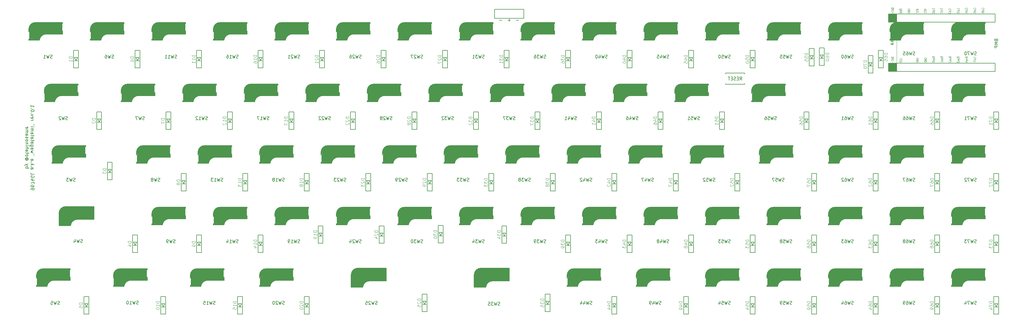
<source format=gbo>
G04 #@! TF.GenerationSoftware,KiCad,Pcbnew,(5.1.10-1-10_14)*
G04 #@! TF.CreationDate,2021-12-29T22:31:36+09:00*
G04 #@! TF.ProjectId,9674GL,39363734-474c-42e6-9b69-6361645f7063,rev?*
G04 #@! TF.SameCoordinates,Original*
G04 #@! TF.FileFunction,Legend,Bot*
G04 #@! TF.FilePolarity,Positive*
%FSLAX46Y46*%
G04 Gerber Fmt 4.6, Leading zero omitted, Abs format (unit mm)*
G04 Created by KiCad (PCBNEW (5.1.10-1-10_14)) date 2021-12-29 22:31:36*
%MOMM*%
%LPD*%
G01*
G04 APERTURE LIST*
%ADD10C,0.150000*%
%ADD11C,0.300000*%
%ADD12C,0.800000*%
%ADD13C,3.000000*%
%ADD14C,0.500000*%
%ADD15C,1.000000*%
%ADD16C,3.500000*%
%ADD17C,0.400000*%
%ADD18C,0.120000*%
%ADD19C,0.100000*%
%ADD20C,0.125000*%
%ADD21C,0.200000*%
G04 APERTURE END LIST*
D10*
X23359619Y-73729809D02*
X23359619Y-73539333D01*
X23407238Y-73444095D01*
X23454857Y-73396476D01*
X23597714Y-73301238D01*
X23788190Y-73253619D01*
X24169142Y-73253619D01*
X24264380Y-73301238D01*
X24312000Y-73348857D01*
X24359619Y-73444095D01*
X24359619Y-73634571D01*
X24312000Y-73729809D01*
X24264380Y-73777428D01*
X24169142Y-73825047D01*
X23931047Y-73825047D01*
X23835809Y-73777428D01*
X23788190Y-73729809D01*
X23740571Y-73634571D01*
X23740571Y-73444095D01*
X23788190Y-73348857D01*
X23835809Y-73301238D01*
X23931047Y-73253619D01*
X24359619Y-72396476D02*
X24359619Y-72586952D01*
X24312000Y-72682190D01*
X24264380Y-72729809D01*
X24121523Y-72825047D01*
X23931047Y-72872666D01*
X23550095Y-72872666D01*
X23454857Y-72825047D01*
X23407238Y-72777428D01*
X23359619Y-72682190D01*
X23359619Y-72491714D01*
X23407238Y-72396476D01*
X23454857Y-72348857D01*
X23550095Y-72301238D01*
X23788190Y-72301238D01*
X23883428Y-72348857D01*
X23931047Y-72396476D01*
X23978666Y-72491714D01*
X23978666Y-72682190D01*
X23931047Y-72777428D01*
X23883428Y-72825047D01*
X23788190Y-72872666D01*
X24359619Y-71967904D02*
X24359619Y-71301238D01*
X23359619Y-71729809D01*
X24026285Y-70491714D02*
X23359619Y-70491714D01*
X24407238Y-70729809D02*
X23692952Y-70967904D01*
X23692952Y-70348857D01*
X24312000Y-69444095D02*
X24359619Y-69539333D01*
X24359619Y-69682190D01*
X24312000Y-69825047D01*
X24216761Y-69920285D01*
X24121523Y-69967904D01*
X23931047Y-70015523D01*
X23788190Y-70015523D01*
X23597714Y-69967904D01*
X23502476Y-69920285D01*
X23407238Y-69825047D01*
X23359619Y-69682190D01*
X23359619Y-69586952D01*
X23407238Y-69444095D01*
X23454857Y-69396476D01*
X23788190Y-69396476D01*
X23788190Y-69586952D01*
X23359619Y-68491714D02*
X23359619Y-68967904D01*
X24359619Y-68967904D01*
X23359619Y-66967904D02*
X23883428Y-66967904D01*
X23978666Y-67015523D01*
X24026285Y-67110761D01*
X24026285Y-67301238D01*
X23978666Y-67396476D01*
X23407238Y-66967904D02*
X23359619Y-67063142D01*
X23359619Y-67301238D01*
X23407238Y-67396476D01*
X23502476Y-67444095D01*
X23597714Y-67444095D01*
X23692952Y-67396476D01*
X23740571Y-67301238D01*
X23740571Y-67063142D01*
X23788190Y-66967904D01*
X23454857Y-66491714D02*
X23407238Y-66444095D01*
X23359619Y-66491714D01*
X23407238Y-66539333D01*
X23454857Y-66491714D01*
X23359619Y-66491714D01*
X23359619Y-66015523D02*
X24359619Y-66015523D01*
X23740571Y-65920285D02*
X23359619Y-65634571D01*
X24026285Y-65634571D02*
X23645333Y-66015523D01*
X23454857Y-65206000D02*
X23407238Y-65158380D01*
X23359619Y-65206000D01*
X23407238Y-65253619D01*
X23454857Y-65206000D01*
X23359619Y-65206000D01*
X23359619Y-64301238D02*
X23883428Y-64301238D01*
X23978666Y-64348857D01*
X24026285Y-64444095D01*
X24026285Y-64634571D01*
X23978666Y-64729809D01*
X23407238Y-64301238D02*
X23359619Y-64396476D01*
X23359619Y-64634571D01*
X23407238Y-64729809D01*
X23502476Y-64777428D01*
X23597714Y-64777428D01*
X23692952Y-64729809D01*
X23740571Y-64634571D01*
X23740571Y-64396476D01*
X23788190Y-64301238D01*
X24359619Y-63110761D02*
X24169142Y-63110761D01*
X24359619Y-62729809D02*
X24169142Y-62729809D01*
X24026285Y-62396476D02*
X23359619Y-62206000D01*
X23835809Y-62015523D01*
X23359619Y-61825047D01*
X24026285Y-61634571D01*
X23359619Y-60825047D02*
X23883428Y-60825047D01*
X23978666Y-60872666D01*
X24026285Y-60967904D01*
X24026285Y-61158380D01*
X23978666Y-61253619D01*
X23407238Y-60825047D02*
X23359619Y-60920285D01*
X23359619Y-61158380D01*
X23407238Y-61253619D01*
X23502476Y-61301238D01*
X23597714Y-61301238D01*
X23692952Y-61253619D01*
X23740571Y-61158380D01*
X23740571Y-60920285D01*
X23788190Y-60825047D01*
X24026285Y-59920285D02*
X23216761Y-59920285D01*
X23121523Y-59967904D01*
X23073904Y-60015523D01*
X23026285Y-60110761D01*
X23026285Y-60253619D01*
X23073904Y-60348857D01*
X23407238Y-59920285D02*
X23359619Y-60015523D01*
X23359619Y-60206000D01*
X23407238Y-60301238D01*
X23454857Y-60348857D01*
X23550095Y-60396476D01*
X23835809Y-60396476D01*
X23931047Y-60348857D01*
X23978666Y-60301238D01*
X24026285Y-60206000D01*
X24026285Y-60015523D01*
X23978666Y-59920285D01*
X23359619Y-59015523D02*
X23883428Y-59015523D01*
X23978666Y-59063142D01*
X24026285Y-59158380D01*
X24026285Y-59348857D01*
X23978666Y-59444095D01*
X23407238Y-59015523D02*
X23359619Y-59110761D01*
X23359619Y-59348857D01*
X23407238Y-59444095D01*
X23502476Y-59491714D01*
X23597714Y-59491714D01*
X23692952Y-59444095D01*
X23740571Y-59348857D01*
X23740571Y-59110761D01*
X23788190Y-59015523D01*
X24026285Y-58682190D02*
X24026285Y-58301238D01*
X24359619Y-58539333D02*
X23502476Y-58539333D01*
X23407238Y-58491714D01*
X23359619Y-58396476D01*
X23359619Y-58301238D01*
X23359619Y-57539333D02*
X23883428Y-57539333D01*
X23978666Y-57586952D01*
X24026285Y-57682190D01*
X24026285Y-57872666D01*
X23978666Y-57967904D01*
X23407238Y-57539333D02*
X23359619Y-57634571D01*
X23359619Y-57872666D01*
X23407238Y-57967904D01*
X23502476Y-58015523D01*
X23597714Y-58015523D01*
X23692952Y-57967904D01*
X23740571Y-57872666D01*
X23740571Y-57634571D01*
X23788190Y-57539333D01*
X24026285Y-57206000D02*
X24026285Y-56825047D01*
X24359619Y-57063142D02*
X23502476Y-57063142D01*
X23407238Y-57015523D01*
X23359619Y-56920285D01*
X23359619Y-56825047D01*
X23359619Y-56063142D02*
X23883428Y-56063142D01*
X23978666Y-56110761D01*
X24026285Y-56206000D01*
X24026285Y-56396476D01*
X23978666Y-56491714D01*
X23407238Y-56063142D02*
X23359619Y-56158380D01*
X23359619Y-56396476D01*
X23407238Y-56491714D01*
X23502476Y-56539333D01*
X23597714Y-56539333D01*
X23692952Y-56491714D01*
X23740571Y-56396476D01*
X23740571Y-56158380D01*
X23788190Y-56063142D01*
X23359619Y-55586952D02*
X24026285Y-55586952D01*
X23931047Y-55586952D02*
X23978666Y-55539333D01*
X24026285Y-55444095D01*
X24026285Y-55301238D01*
X23978666Y-55206000D01*
X23883428Y-55158380D01*
X23359619Y-55158380D01*
X23883428Y-55158380D02*
X23978666Y-55110761D01*
X24026285Y-55015523D01*
X24026285Y-54872666D01*
X23978666Y-54777428D01*
X23883428Y-54729809D01*
X23359619Y-54729809D01*
X23359619Y-54253619D02*
X24026285Y-54253619D01*
X24359619Y-54253619D02*
X24312000Y-54301238D01*
X24264380Y-54253619D01*
X24312000Y-54206000D01*
X24359619Y-54253619D01*
X24264380Y-54253619D01*
X24359619Y-53825047D02*
X24169142Y-53825047D01*
X24359619Y-53444095D02*
X24169142Y-53444095D01*
X23359619Y-52253619D02*
X24026285Y-52253619D01*
X23835809Y-52253619D02*
X23931047Y-52206000D01*
X23978666Y-52158380D01*
X24026285Y-52063142D01*
X24026285Y-51967904D01*
X23407238Y-51253619D02*
X23359619Y-51348857D01*
X23359619Y-51539333D01*
X23407238Y-51634571D01*
X23502476Y-51682190D01*
X23883428Y-51682190D01*
X23978666Y-51634571D01*
X24026285Y-51539333D01*
X24026285Y-51348857D01*
X23978666Y-51253619D01*
X23883428Y-51206000D01*
X23788190Y-51206000D01*
X23692952Y-51682190D01*
X24026285Y-50872666D02*
X23359619Y-50634571D01*
X24026285Y-50396476D01*
X23454857Y-50015523D02*
X23407238Y-49967904D01*
X23359619Y-50015523D01*
X23407238Y-50063142D01*
X23454857Y-50015523D01*
X23359619Y-50015523D01*
X24359619Y-49348857D02*
X24359619Y-49253619D01*
X24312000Y-49158380D01*
X24264380Y-49110761D01*
X24169142Y-49063142D01*
X23978666Y-49015523D01*
X23740571Y-49015523D01*
X23550095Y-49063142D01*
X23454857Y-49110761D01*
X23407238Y-49158380D01*
X23359619Y-49253619D01*
X23359619Y-49348857D01*
X23407238Y-49444095D01*
X23454857Y-49491714D01*
X23550095Y-49539333D01*
X23740571Y-49586952D01*
X23978666Y-49586952D01*
X24169142Y-49539333D01*
X24264380Y-49491714D01*
X24312000Y-49444095D01*
X24359619Y-49348857D01*
X23454857Y-48586952D02*
X23407238Y-48539333D01*
X23359619Y-48586952D01*
X23407238Y-48634571D01*
X23454857Y-48586952D01*
X23359619Y-48586952D01*
X23359619Y-47586952D02*
X23359619Y-48158380D01*
X23359619Y-47872666D02*
X24359619Y-47872666D01*
X24216761Y-47967904D01*
X24121523Y-48063142D01*
X24073904Y-48158380D01*
X21709619Y-67063142D02*
X22709619Y-67063142D01*
X22328666Y-67063142D02*
X22376285Y-66967904D01*
X22376285Y-66777428D01*
X22328666Y-66682190D01*
X22281047Y-66634571D01*
X22185809Y-66586952D01*
X21900095Y-66586952D01*
X21804857Y-66634571D01*
X21757238Y-66682190D01*
X21709619Y-66777428D01*
X21709619Y-66967904D01*
X21757238Y-67063142D01*
X22376285Y-66253619D02*
X21709619Y-66015523D01*
X22376285Y-65777428D02*
X21709619Y-66015523D01*
X21471523Y-66110761D01*
X21423904Y-66158380D01*
X21376285Y-66253619D01*
X22185809Y-64015523D02*
X22233428Y-64063142D01*
X22281047Y-64158380D01*
X22281047Y-64253619D01*
X22233428Y-64348857D01*
X22185809Y-64396476D01*
X22090571Y-64444095D01*
X21995333Y-64444095D01*
X21900095Y-64396476D01*
X21852476Y-64348857D01*
X21804857Y-64253619D01*
X21804857Y-64158380D01*
X21852476Y-64063142D01*
X21900095Y-64015523D01*
X22281047Y-64015523D02*
X21900095Y-64015523D01*
X21852476Y-63967904D01*
X21852476Y-63920285D01*
X21900095Y-63825047D01*
X21995333Y-63777428D01*
X22233428Y-63777428D01*
X22376285Y-63872666D01*
X22471523Y-64015523D01*
X22519142Y-64206000D01*
X22471523Y-64396476D01*
X22376285Y-64539333D01*
X22233428Y-64634571D01*
X22042952Y-64682190D01*
X21852476Y-64634571D01*
X21709619Y-64539333D01*
X21614380Y-64396476D01*
X21566761Y-64206000D01*
X21614380Y-64015523D01*
X21709619Y-63872666D01*
X21709619Y-63206000D02*
X21757238Y-63301238D01*
X21804857Y-63348857D01*
X21900095Y-63396476D01*
X22185809Y-63396476D01*
X22281047Y-63348857D01*
X22328666Y-63301238D01*
X22376285Y-63206000D01*
X22376285Y-63063142D01*
X22328666Y-62967904D01*
X22281047Y-62920285D01*
X22185809Y-62872666D01*
X21900095Y-62872666D01*
X21804857Y-62920285D01*
X21757238Y-62967904D01*
X21709619Y-63063142D01*
X21709619Y-63206000D01*
X22376285Y-62586952D02*
X22376285Y-62206000D01*
X22709619Y-62444095D02*
X21852476Y-62444095D01*
X21757238Y-62396476D01*
X21709619Y-62301238D01*
X21709619Y-62206000D01*
X21709619Y-61444095D02*
X22233428Y-61444095D01*
X22328666Y-61491714D01*
X22376285Y-61586952D01*
X22376285Y-61777428D01*
X22328666Y-61872666D01*
X21757238Y-61444095D02*
X21709619Y-61539333D01*
X21709619Y-61777428D01*
X21757238Y-61872666D01*
X21852476Y-61920285D01*
X21947714Y-61920285D01*
X22042952Y-61872666D01*
X22090571Y-61777428D01*
X22090571Y-61539333D01*
X22138190Y-61444095D01*
X21709619Y-60967904D02*
X22709619Y-60967904D01*
X21709619Y-60539333D02*
X22233428Y-60539333D01*
X22328666Y-60586952D01*
X22376285Y-60682190D01*
X22376285Y-60825047D01*
X22328666Y-60920285D01*
X22281047Y-60967904D01*
X21709619Y-60063142D02*
X22376285Y-60063142D01*
X22709619Y-60063142D02*
X22662000Y-60110761D01*
X22614380Y-60063142D01*
X22662000Y-60015523D01*
X22709619Y-60063142D01*
X22614380Y-60063142D01*
X22376285Y-59586952D02*
X21709619Y-59586952D01*
X22281047Y-59586952D02*
X22328666Y-59539333D01*
X22376285Y-59444095D01*
X22376285Y-59301238D01*
X22328666Y-59206000D01*
X22233428Y-59158380D01*
X21709619Y-59158380D01*
X21709619Y-58539333D02*
X21757238Y-58634571D01*
X21804857Y-58682190D01*
X21900095Y-58729809D01*
X22185809Y-58729809D01*
X22281047Y-58682190D01*
X22328666Y-58634571D01*
X22376285Y-58539333D01*
X22376285Y-58396476D01*
X22328666Y-58301238D01*
X22281047Y-58253619D01*
X22185809Y-58206000D01*
X21900095Y-58206000D01*
X21804857Y-58253619D01*
X21757238Y-58301238D01*
X21709619Y-58396476D01*
X21709619Y-58539333D01*
X21757238Y-57825047D02*
X21709619Y-57729809D01*
X21709619Y-57539333D01*
X21757238Y-57444095D01*
X21852476Y-57396476D01*
X21900095Y-57396476D01*
X21995333Y-57444095D01*
X22042952Y-57539333D01*
X22042952Y-57682190D01*
X22090571Y-57777428D01*
X22185809Y-57825047D01*
X22233428Y-57825047D01*
X22328666Y-57777428D01*
X22376285Y-57682190D01*
X22376285Y-57539333D01*
X22328666Y-57444095D01*
X21709619Y-56539333D02*
X22233428Y-56539333D01*
X22328666Y-56586952D01*
X22376285Y-56682190D01*
X22376285Y-56872666D01*
X22328666Y-56967904D01*
X21757238Y-56539333D02*
X21709619Y-56634571D01*
X21709619Y-56872666D01*
X21757238Y-56967904D01*
X21852476Y-57015523D01*
X21947714Y-57015523D01*
X22042952Y-56967904D01*
X22090571Y-56872666D01*
X22090571Y-56634571D01*
X22138190Y-56539333D01*
X21709619Y-56063142D02*
X22376285Y-56063142D01*
X22281047Y-56063142D02*
X22328666Y-56015523D01*
X22376285Y-55920285D01*
X22376285Y-55777428D01*
X22328666Y-55682190D01*
X22233428Y-55634571D01*
X21709619Y-55634571D01*
X22233428Y-55634571D02*
X22328666Y-55586952D01*
X22376285Y-55491714D01*
X22376285Y-55348857D01*
X22328666Y-55253619D01*
X22233428Y-55206000D01*
X21709619Y-55206000D01*
X21757238Y-54348857D02*
X21709619Y-54444095D01*
X21709619Y-54634571D01*
X21757238Y-54729809D01*
X21852476Y-54777428D01*
X22233428Y-54777428D01*
X22328666Y-54729809D01*
X22376285Y-54634571D01*
X22376285Y-54444095D01*
X22328666Y-54348857D01*
X22233428Y-54301238D01*
X22138190Y-54301238D01*
X22042952Y-54777428D01*
X64293750Y-109937500D02*
X63793750Y-109037500D01*
X63793750Y-109037500D02*
X64793750Y-109037500D01*
X64793750Y-109037500D02*
X64293750Y-109937500D01*
X63793750Y-110037500D02*
X64793750Y-110037500D01*
X63543750Y-106837500D02*
X63543750Y-112237500D01*
X63543750Y-112237500D02*
X65043750Y-112237500D01*
X65043750Y-112237500D02*
X65043750Y-106837500D01*
X65043750Y-106837500D02*
X63543750Y-106837500D01*
X37306250Y-33737500D02*
X36806250Y-32837500D01*
X36806250Y-32837500D02*
X37806250Y-32837500D01*
X37806250Y-32837500D02*
X37306250Y-33737500D01*
X36806250Y-33837500D02*
X37806250Y-33837500D01*
X36556250Y-30637500D02*
X36556250Y-36037500D01*
X36556250Y-36037500D02*
X38056250Y-36037500D01*
X38056250Y-36037500D02*
X38056250Y-30637500D01*
X38056250Y-30637500D02*
X36556250Y-30637500D01*
X322262500Y-109937500D02*
X321762500Y-109037500D01*
X321762500Y-109037500D02*
X322762500Y-109037500D01*
X322762500Y-109037500D02*
X322262500Y-109937500D01*
X321762500Y-110037500D02*
X322762500Y-110037500D01*
X321512500Y-106837500D02*
X321512500Y-112237500D01*
X321512500Y-112237500D02*
X323012500Y-112237500D01*
X323012500Y-112237500D02*
X323012500Y-106837500D01*
X323012500Y-106837500D02*
X321512500Y-106837500D01*
X322262500Y-90887500D02*
X321762500Y-89987500D01*
X321762500Y-89987500D02*
X322762500Y-89987500D01*
X322762500Y-89987500D02*
X322262500Y-90887500D01*
X321762500Y-90987500D02*
X322762500Y-90987500D01*
X321512500Y-87787500D02*
X321512500Y-93187500D01*
X321512500Y-93187500D02*
X323012500Y-93187500D01*
X323012500Y-93187500D02*
X323012500Y-87787500D01*
X323012500Y-87787500D02*
X321512500Y-87787500D01*
X322262500Y-71837500D02*
X321762500Y-70937500D01*
X321762500Y-70937500D02*
X322762500Y-70937500D01*
X322762500Y-70937500D02*
X322262500Y-71837500D01*
X321762500Y-71937500D02*
X322762500Y-71937500D01*
X321512500Y-68737500D02*
X321512500Y-74137500D01*
X321512500Y-74137500D02*
X323012500Y-74137500D01*
X323012500Y-74137500D02*
X323012500Y-68737500D01*
X323012500Y-68737500D02*
X321512500Y-68737500D01*
X322262500Y-52787500D02*
X321762500Y-51887500D01*
X321762500Y-51887500D02*
X322762500Y-51887500D01*
X322762500Y-51887500D02*
X322262500Y-52787500D01*
X321762500Y-52887500D02*
X322762500Y-52887500D01*
X321512500Y-49687500D02*
X321512500Y-55087500D01*
X321512500Y-55087500D02*
X323012500Y-55087500D01*
X323012500Y-55087500D02*
X323012500Y-49687500D01*
X323012500Y-49687500D02*
X321512500Y-49687500D01*
X283368750Y-35325000D02*
X282868750Y-34425000D01*
X282868750Y-34425000D02*
X283868750Y-34425000D01*
X283868750Y-34425000D02*
X283368750Y-35325000D01*
X282868750Y-35425000D02*
X283868750Y-35425000D01*
X282618750Y-32225000D02*
X282618750Y-37625000D01*
X282618750Y-37625000D02*
X284118750Y-37625000D01*
X284118750Y-37625000D02*
X284118750Y-32225000D01*
X284118750Y-32225000D02*
X282618750Y-32225000D01*
X304006250Y-109937500D02*
X303506250Y-109037500D01*
X303506250Y-109037500D02*
X304506250Y-109037500D01*
X304506250Y-109037500D02*
X304006250Y-109937500D01*
X303506250Y-110037500D02*
X304506250Y-110037500D01*
X303256250Y-106837500D02*
X303256250Y-112237500D01*
X303256250Y-112237500D02*
X304756250Y-112237500D01*
X304756250Y-112237500D02*
X304756250Y-106837500D01*
X304756250Y-106837500D02*
X303256250Y-106837500D01*
X304006250Y-90887500D02*
X303506250Y-89987500D01*
X303506250Y-89987500D02*
X304506250Y-89987500D01*
X304506250Y-89987500D02*
X304006250Y-90887500D01*
X303506250Y-90987500D02*
X304506250Y-90987500D01*
X303256250Y-87787500D02*
X303256250Y-93187500D01*
X303256250Y-93187500D02*
X304756250Y-93187500D01*
X304756250Y-93187500D02*
X304756250Y-87787500D01*
X304756250Y-87787500D02*
X303256250Y-87787500D01*
X304006250Y-71837500D02*
X303506250Y-70937500D01*
X303506250Y-70937500D02*
X304506250Y-70937500D01*
X304506250Y-70937500D02*
X304006250Y-71837500D01*
X303506250Y-71937500D02*
X304506250Y-71937500D01*
X303256250Y-68737500D02*
X303256250Y-74137500D01*
X303256250Y-74137500D02*
X304756250Y-74137500D01*
X304756250Y-74137500D02*
X304756250Y-68737500D01*
X304756250Y-68737500D02*
X303256250Y-68737500D01*
X304006250Y-52787500D02*
X303506250Y-51887500D01*
X303506250Y-51887500D02*
X304506250Y-51887500D01*
X304506250Y-51887500D02*
X304006250Y-52787500D01*
X303506250Y-52887500D02*
X304506250Y-52887500D01*
X303256250Y-49687500D02*
X303256250Y-55087500D01*
X303256250Y-55087500D02*
X304756250Y-55087500D01*
X304756250Y-55087500D02*
X304756250Y-49687500D01*
X304756250Y-49687500D02*
X303256250Y-49687500D01*
X286543750Y-33737500D02*
X286043750Y-32837500D01*
X286043750Y-32837500D02*
X287043750Y-32837500D01*
X287043750Y-32837500D02*
X286543750Y-33737500D01*
X286043750Y-33837500D02*
X287043750Y-33837500D01*
X285793750Y-30637500D02*
X285793750Y-36037500D01*
X285793750Y-36037500D02*
X287293750Y-36037500D01*
X287293750Y-36037500D02*
X287293750Y-30637500D01*
X287293750Y-30637500D02*
X285793750Y-30637500D01*
X284956250Y-109937500D02*
X284456250Y-109037500D01*
X284456250Y-109037500D02*
X285456250Y-109037500D01*
X285456250Y-109037500D02*
X284956250Y-109937500D01*
X284456250Y-110037500D02*
X285456250Y-110037500D01*
X284206250Y-106837500D02*
X284206250Y-112237500D01*
X284206250Y-112237500D02*
X285706250Y-112237500D01*
X285706250Y-112237500D02*
X285706250Y-106837500D01*
X285706250Y-106837500D02*
X284206250Y-106837500D01*
X284956250Y-90887500D02*
X284456250Y-89987500D01*
X284456250Y-89987500D02*
X285456250Y-89987500D01*
X285456250Y-89987500D02*
X284956250Y-90887500D01*
X284456250Y-90987500D02*
X285456250Y-90987500D01*
X284206250Y-87787500D02*
X284206250Y-93187500D01*
X284206250Y-93187500D02*
X285706250Y-93187500D01*
X285706250Y-93187500D02*
X285706250Y-87787500D01*
X285706250Y-87787500D02*
X284206250Y-87787500D01*
X284956250Y-71837500D02*
X284456250Y-70937500D01*
X284456250Y-70937500D02*
X285456250Y-70937500D01*
X285456250Y-70937500D02*
X284956250Y-71837500D01*
X284456250Y-71937500D02*
X285456250Y-71937500D01*
X284206250Y-68737500D02*
X284206250Y-74137500D01*
X284206250Y-74137500D02*
X285706250Y-74137500D01*
X285706250Y-74137500D02*
X285706250Y-68737500D01*
X285706250Y-68737500D02*
X284206250Y-68737500D01*
X284956250Y-52787500D02*
X284456250Y-51887500D01*
X284456250Y-51887500D02*
X285456250Y-51887500D01*
X285456250Y-51887500D02*
X284956250Y-52787500D01*
X284456250Y-52887500D02*
X285456250Y-52887500D01*
X284206250Y-49687500D02*
X284206250Y-55087500D01*
X284206250Y-55087500D02*
X285706250Y-55087500D01*
X285706250Y-55087500D02*
X285706250Y-49687500D01*
X285706250Y-49687500D02*
X284206250Y-49687500D01*
X268287500Y-32943750D02*
X267787500Y-32043750D01*
X267787500Y-32043750D02*
X268787500Y-32043750D01*
X268787500Y-32043750D02*
X268287500Y-32943750D01*
X267787500Y-33043750D02*
X268787500Y-33043750D01*
X267537500Y-29843750D02*
X267537500Y-35243750D01*
X267537500Y-35243750D02*
X269037500Y-35243750D01*
X269037500Y-35243750D02*
X269037500Y-29843750D01*
X269037500Y-29843750D02*
X267537500Y-29843750D01*
X265906250Y-109937500D02*
X265406250Y-109037500D01*
X265406250Y-109037500D02*
X266406250Y-109037500D01*
X266406250Y-109037500D02*
X265906250Y-109937500D01*
X265406250Y-110037500D02*
X266406250Y-110037500D01*
X265156250Y-106837500D02*
X265156250Y-112237500D01*
X265156250Y-112237500D02*
X266656250Y-112237500D01*
X266656250Y-112237500D02*
X266656250Y-106837500D01*
X266656250Y-106837500D02*
X265156250Y-106837500D01*
X265906250Y-90887500D02*
X265406250Y-89987500D01*
X265406250Y-89987500D02*
X266406250Y-89987500D01*
X266406250Y-89987500D02*
X265906250Y-90887500D01*
X265406250Y-90987500D02*
X266406250Y-90987500D01*
X265156250Y-87787500D02*
X265156250Y-93187500D01*
X265156250Y-93187500D02*
X266656250Y-93187500D01*
X266656250Y-93187500D02*
X266656250Y-87787500D01*
X266656250Y-87787500D02*
X265156250Y-87787500D01*
X265906250Y-71837500D02*
X265406250Y-70937500D01*
X265406250Y-70937500D02*
X266406250Y-70937500D01*
X266406250Y-70937500D02*
X265906250Y-71837500D01*
X265406250Y-71937500D02*
X266406250Y-71937500D01*
X265156250Y-68737500D02*
X265156250Y-74137500D01*
X265156250Y-74137500D02*
X266656250Y-74137500D01*
X266656250Y-74137500D02*
X266656250Y-68737500D01*
X266656250Y-68737500D02*
X265156250Y-68737500D01*
X263525000Y-52787500D02*
X263025000Y-51887500D01*
X263025000Y-51887500D02*
X264025000Y-51887500D01*
X264025000Y-51887500D02*
X263525000Y-52787500D01*
X263025000Y-52887500D02*
X264025000Y-52887500D01*
X262775000Y-49687500D02*
X262775000Y-55087500D01*
X262775000Y-55087500D02*
X264275000Y-55087500D01*
X264275000Y-55087500D02*
X264275000Y-49687500D01*
X264275000Y-49687500D02*
X262775000Y-49687500D01*
X265112500Y-33131250D02*
X264612500Y-32231250D01*
X264612500Y-32231250D02*
X265612500Y-32231250D01*
X265612500Y-32231250D02*
X265112500Y-33131250D01*
X264612500Y-33231250D02*
X265612500Y-33231250D01*
X264362500Y-30031250D02*
X264362500Y-35431250D01*
X264362500Y-35431250D02*
X265862500Y-35431250D01*
X265862500Y-35431250D02*
X265862500Y-30031250D01*
X265862500Y-30031250D02*
X264362500Y-30031250D01*
X246856250Y-109937500D02*
X246356250Y-109037500D01*
X246356250Y-109037500D02*
X247356250Y-109037500D01*
X247356250Y-109037500D02*
X246856250Y-109937500D01*
X246356250Y-110037500D02*
X247356250Y-110037500D01*
X246106250Y-106837500D02*
X246106250Y-112237500D01*
X246106250Y-112237500D02*
X247606250Y-112237500D01*
X247606250Y-112237500D02*
X247606250Y-106837500D01*
X247606250Y-106837500D02*
X246106250Y-106837500D01*
X246856250Y-90887500D02*
X246356250Y-89987500D01*
X246356250Y-89987500D02*
X247356250Y-89987500D01*
X247356250Y-89987500D02*
X246856250Y-90887500D01*
X246356250Y-90987500D02*
X247356250Y-90987500D01*
X246106250Y-87787500D02*
X246106250Y-93187500D01*
X246106250Y-93187500D02*
X247606250Y-93187500D01*
X247606250Y-93187500D02*
X247606250Y-87787500D01*
X247606250Y-87787500D02*
X246106250Y-87787500D01*
X242093750Y-71837500D02*
X241593750Y-70937500D01*
X241593750Y-70937500D02*
X242593750Y-70937500D01*
X242593750Y-70937500D02*
X242093750Y-71837500D01*
X241593750Y-71937500D02*
X242593750Y-71937500D01*
X241343750Y-68737500D02*
X241343750Y-74137500D01*
X241343750Y-74137500D02*
X242843750Y-74137500D01*
X242843750Y-74137500D02*
X242843750Y-68737500D01*
X242843750Y-68737500D02*
X241343750Y-68737500D01*
X237331250Y-52787500D02*
X236831250Y-51887500D01*
X236831250Y-51887500D02*
X237831250Y-51887500D01*
X237831250Y-51887500D02*
X237331250Y-52787500D01*
X236831250Y-52887500D02*
X237831250Y-52887500D01*
X236581250Y-49687500D02*
X236581250Y-55087500D01*
X236581250Y-55087500D02*
X238081250Y-55087500D01*
X238081250Y-55087500D02*
X238081250Y-49687500D01*
X238081250Y-49687500D02*
X236581250Y-49687500D01*
X246856250Y-33737500D02*
X246356250Y-32837500D01*
X246356250Y-32837500D02*
X247356250Y-32837500D01*
X247356250Y-32837500D02*
X246856250Y-33737500D01*
X246356250Y-33837500D02*
X247356250Y-33837500D01*
X246106250Y-30637500D02*
X246106250Y-36037500D01*
X246106250Y-36037500D02*
X247606250Y-36037500D01*
X247606250Y-36037500D02*
X247606250Y-30637500D01*
X247606250Y-30637500D02*
X246106250Y-30637500D01*
X226218750Y-109937500D02*
X225718750Y-109037500D01*
X225718750Y-109037500D02*
X226718750Y-109037500D01*
X226718750Y-109037500D02*
X226218750Y-109937500D01*
X225718750Y-110037500D02*
X226718750Y-110037500D01*
X225468750Y-106837500D02*
X225468750Y-112237500D01*
X225468750Y-112237500D02*
X226968750Y-112237500D01*
X226968750Y-112237500D02*
X226968750Y-106837500D01*
X226968750Y-106837500D02*
X225468750Y-106837500D01*
X227806250Y-90887500D02*
X227306250Y-89987500D01*
X227306250Y-89987500D02*
X228306250Y-89987500D01*
X228306250Y-89987500D02*
X227806250Y-90887500D01*
X227306250Y-90987500D02*
X228306250Y-90987500D01*
X227056250Y-87787500D02*
X227056250Y-93187500D01*
X227056250Y-93187500D02*
X228556250Y-93187500D01*
X228556250Y-93187500D02*
X228556250Y-87787500D01*
X228556250Y-87787500D02*
X227056250Y-87787500D01*
X223043750Y-71837500D02*
X222543750Y-70937500D01*
X222543750Y-70937500D02*
X223543750Y-70937500D01*
X223543750Y-70937500D02*
X223043750Y-71837500D01*
X222543750Y-71937500D02*
X223543750Y-71937500D01*
X222293750Y-68737500D02*
X222293750Y-74137500D01*
X222293750Y-74137500D02*
X223793750Y-74137500D01*
X223793750Y-74137500D02*
X223793750Y-68737500D01*
X223793750Y-68737500D02*
X222293750Y-68737500D01*
X218281250Y-52787500D02*
X217781250Y-51887500D01*
X217781250Y-51887500D02*
X218781250Y-51887500D01*
X218781250Y-51887500D02*
X218281250Y-52787500D01*
X217781250Y-52887500D02*
X218781250Y-52887500D01*
X217531250Y-49687500D02*
X217531250Y-55087500D01*
X217531250Y-55087500D02*
X219031250Y-55087500D01*
X219031250Y-55087500D02*
X219031250Y-49687500D01*
X219031250Y-49687500D02*
X217531250Y-49687500D01*
X227806250Y-33737500D02*
X227306250Y-32837500D01*
X227306250Y-32837500D02*
X228306250Y-32837500D01*
X228306250Y-32837500D02*
X227806250Y-33737500D01*
X227306250Y-33837500D02*
X228306250Y-33837500D01*
X227056250Y-30637500D02*
X227056250Y-36037500D01*
X227056250Y-36037500D02*
X228556250Y-36037500D01*
X228556250Y-36037500D02*
X228556250Y-30637500D01*
X228556250Y-30637500D02*
X227056250Y-30637500D01*
X203993750Y-109937500D02*
X203493750Y-109037500D01*
X203493750Y-109037500D02*
X204493750Y-109037500D01*
X204493750Y-109037500D02*
X203993750Y-109937500D01*
X203493750Y-110037500D02*
X204493750Y-110037500D01*
X203243750Y-106837500D02*
X203243750Y-112237500D01*
X203243750Y-112237500D02*
X204743750Y-112237500D01*
X204743750Y-112237500D02*
X204743750Y-106837500D01*
X204743750Y-106837500D02*
X203243750Y-106837500D01*
X208756250Y-90887500D02*
X208256250Y-89987500D01*
X208256250Y-89987500D02*
X209256250Y-89987500D01*
X209256250Y-89987500D02*
X208756250Y-90887500D01*
X208256250Y-90987500D02*
X209256250Y-90987500D01*
X208006250Y-87787500D02*
X208006250Y-93187500D01*
X208006250Y-93187500D02*
X209506250Y-93187500D01*
X209506250Y-93187500D02*
X209506250Y-87787500D01*
X209506250Y-87787500D02*
X208006250Y-87787500D01*
X203993750Y-71837500D02*
X203493750Y-70937500D01*
X203493750Y-70937500D02*
X204493750Y-70937500D01*
X204493750Y-70937500D02*
X203993750Y-71837500D01*
X203493750Y-71937500D02*
X204493750Y-71937500D01*
X203243750Y-68737500D02*
X203243750Y-74137500D01*
X203243750Y-74137500D02*
X204743750Y-74137500D01*
X204743750Y-74137500D02*
X204743750Y-68737500D01*
X204743750Y-68737500D02*
X203243750Y-68737500D01*
X199231250Y-52787500D02*
X198731250Y-51887500D01*
X198731250Y-51887500D02*
X199731250Y-51887500D01*
X199731250Y-51887500D02*
X199231250Y-52787500D01*
X198731250Y-52887500D02*
X199731250Y-52887500D01*
X198481250Y-49687500D02*
X198481250Y-55087500D01*
X198481250Y-55087500D02*
X199981250Y-55087500D01*
X199981250Y-55087500D02*
X199981250Y-49687500D01*
X199981250Y-49687500D02*
X198481250Y-49687500D01*
X208756250Y-33737500D02*
X208256250Y-32837500D01*
X208256250Y-32837500D02*
X209256250Y-32837500D01*
X209256250Y-32837500D02*
X208756250Y-33737500D01*
X208256250Y-33837500D02*
X209256250Y-33837500D01*
X208006250Y-30637500D02*
X208006250Y-36037500D01*
X208006250Y-36037500D02*
X209506250Y-36037500D01*
X209506250Y-36037500D02*
X209506250Y-30637500D01*
X209506250Y-30637500D02*
X208006250Y-30637500D01*
X189706250Y-90887500D02*
X189206250Y-89987500D01*
X189206250Y-89987500D02*
X190206250Y-89987500D01*
X190206250Y-89987500D02*
X189706250Y-90887500D01*
X189206250Y-90987500D02*
X190206250Y-90987500D01*
X188956250Y-87787500D02*
X188956250Y-93187500D01*
X188956250Y-93187500D02*
X190456250Y-93187500D01*
X190456250Y-93187500D02*
X190456250Y-87787500D01*
X190456250Y-87787500D02*
X188956250Y-87787500D01*
X184943750Y-71837500D02*
X184443750Y-70937500D01*
X184443750Y-70937500D02*
X185443750Y-70937500D01*
X185443750Y-70937500D02*
X184943750Y-71837500D01*
X184443750Y-71937500D02*
X185443750Y-71937500D01*
X184193750Y-68737500D02*
X184193750Y-74137500D01*
X184193750Y-74137500D02*
X185693750Y-74137500D01*
X185693750Y-74137500D02*
X185693750Y-68737500D01*
X185693750Y-68737500D02*
X184193750Y-68737500D01*
X180181250Y-52787500D02*
X179681250Y-51887500D01*
X179681250Y-51887500D02*
X180681250Y-51887500D01*
X180681250Y-51887500D02*
X180181250Y-52787500D01*
X179681250Y-52887500D02*
X180681250Y-52887500D01*
X179431250Y-49687500D02*
X179431250Y-55087500D01*
X179431250Y-55087500D02*
X180931250Y-55087500D01*
X180931250Y-55087500D02*
X180931250Y-49687500D01*
X180931250Y-49687500D02*
X179431250Y-49687500D01*
X189706250Y-33737500D02*
X189206250Y-32837500D01*
X189206250Y-32837500D02*
X190206250Y-32837500D01*
X190206250Y-32837500D02*
X189706250Y-33737500D01*
X189206250Y-33837500D02*
X190206250Y-33837500D01*
X188956250Y-30637500D02*
X188956250Y-36037500D01*
X188956250Y-36037500D02*
X190456250Y-36037500D01*
X190456250Y-36037500D02*
X190456250Y-30637500D01*
X190456250Y-30637500D02*
X188956250Y-30637500D01*
X183356250Y-109143750D02*
X182856250Y-108243750D01*
X182856250Y-108243750D02*
X183856250Y-108243750D01*
X183856250Y-108243750D02*
X183356250Y-109143750D01*
X182856250Y-109243750D02*
X183856250Y-109243750D01*
X182606250Y-106043750D02*
X182606250Y-111443750D01*
X182606250Y-111443750D02*
X184106250Y-111443750D01*
X184106250Y-111443750D02*
X184106250Y-106043750D01*
X184106250Y-106043750D02*
X182606250Y-106043750D01*
X169926000Y-88030000D02*
X169426000Y-87130000D01*
X169426000Y-87130000D02*
X170426000Y-87130000D01*
X170426000Y-87130000D02*
X169926000Y-88030000D01*
X169426000Y-88130000D02*
X170426000Y-88130000D01*
X169176000Y-84930000D02*
X169176000Y-90330000D01*
X169176000Y-90330000D02*
X170676000Y-90330000D01*
X170676000Y-90330000D02*
X170676000Y-84930000D01*
X170676000Y-84930000D02*
X169176000Y-84930000D01*
X165893750Y-71837500D02*
X165393750Y-70937500D01*
X165393750Y-70937500D02*
X166393750Y-70937500D01*
X166393750Y-70937500D02*
X165893750Y-71837500D01*
X165393750Y-71937500D02*
X166393750Y-71937500D01*
X165143750Y-68737500D02*
X165143750Y-74137500D01*
X165143750Y-74137500D02*
X166643750Y-74137500D01*
X166643750Y-74137500D02*
X166643750Y-68737500D01*
X166643750Y-68737500D02*
X165143750Y-68737500D01*
X161131250Y-52787500D02*
X160631250Y-51887500D01*
X160631250Y-51887500D02*
X161631250Y-51887500D01*
X161631250Y-51887500D02*
X161131250Y-52787500D01*
X160631250Y-52887500D02*
X161631250Y-52887500D01*
X160381250Y-49687500D02*
X160381250Y-55087500D01*
X160381250Y-55087500D02*
X161881250Y-55087500D01*
X161881250Y-55087500D02*
X161881250Y-49687500D01*
X161881250Y-49687500D02*
X160381250Y-49687500D01*
X170656250Y-33737500D02*
X170156250Y-32837500D01*
X170156250Y-32837500D02*
X171156250Y-32837500D01*
X171156250Y-32837500D02*
X170656250Y-33737500D01*
X170156250Y-33837500D02*
X171156250Y-33837500D01*
X169906250Y-30637500D02*
X169906250Y-36037500D01*
X169906250Y-36037500D02*
X171406250Y-36037500D01*
X171406250Y-36037500D02*
X171406250Y-30637500D01*
X171406250Y-30637500D02*
X169906250Y-30637500D01*
X150241000Y-87903000D02*
X149741000Y-87003000D01*
X149741000Y-87003000D02*
X150741000Y-87003000D01*
X150741000Y-87003000D02*
X150241000Y-87903000D01*
X149741000Y-88003000D02*
X150741000Y-88003000D01*
X149491000Y-84803000D02*
X149491000Y-90203000D01*
X149491000Y-90203000D02*
X150991000Y-90203000D01*
X150991000Y-90203000D02*
X150991000Y-84803000D01*
X150991000Y-84803000D02*
X149491000Y-84803000D01*
X146843750Y-71837500D02*
X146343750Y-70937500D01*
X146343750Y-70937500D02*
X147343750Y-70937500D01*
X147343750Y-70937500D02*
X146843750Y-71837500D01*
X146343750Y-71937500D02*
X147343750Y-71937500D01*
X146093750Y-68737500D02*
X146093750Y-74137500D01*
X146093750Y-74137500D02*
X147593750Y-74137500D01*
X147593750Y-74137500D02*
X147593750Y-68737500D01*
X147593750Y-68737500D02*
X146093750Y-68737500D01*
X142081250Y-52787500D02*
X141581250Y-51887500D01*
X141581250Y-51887500D02*
X142581250Y-51887500D01*
X142581250Y-51887500D02*
X142081250Y-52787500D01*
X141581250Y-52887500D02*
X142581250Y-52887500D01*
X141331250Y-49687500D02*
X141331250Y-55087500D01*
X141331250Y-55087500D02*
X142831250Y-55087500D01*
X142831250Y-55087500D02*
X142831250Y-49687500D01*
X142831250Y-49687500D02*
X141331250Y-49687500D01*
X151606250Y-33737500D02*
X151106250Y-32837500D01*
X151106250Y-32837500D02*
X152106250Y-32837500D01*
X152106250Y-32837500D02*
X151606250Y-33737500D01*
X151106250Y-33837500D02*
X152106250Y-33837500D01*
X150856250Y-30637500D02*
X150856250Y-36037500D01*
X150856250Y-36037500D02*
X152356250Y-36037500D01*
X152356250Y-36037500D02*
X152356250Y-30637500D01*
X152356250Y-30637500D02*
X150856250Y-30637500D01*
X132556250Y-33737500D02*
X132056250Y-32837500D01*
X132056250Y-32837500D02*
X133056250Y-32837500D01*
X133056250Y-32837500D02*
X132556250Y-33737500D01*
X132056250Y-33837500D02*
X133056250Y-33837500D01*
X131806250Y-30637500D02*
X131806250Y-36037500D01*
X131806250Y-36037500D02*
X133306250Y-36037500D01*
X133306250Y-36037500D02*
X133306250Y-30637500D01*
X133306250Y-30637500D02*
X131806250Y-30637500D01*
X145256250Y-109143750D02*
X144756250Y-108243750D01*
X144756250Y-108243750D02*
X145756250Y-108243750D01*
X145756250Y-108243750D02*
X145256250Y-109143750D01*
X144756250Y-109243750D02*
X145756250Y-109243750D01*
X144506250Y-106043750D02*
X144506250Y-111443750D01*
X144506250Y-111443750D02*
X146006250Y-111443750D01*
X146006250Y-111443750D02*
X146006250Y-106043750D01*
X146006250Y-106043750D02*
X144506250Y-106043750D01*
X131953000Y-88030000D02*
X131453000Y-87130000D01*
X131453000Y-87130000D02*
X132453000Y-87130000D01*
X132453000Y-87130000D02*
X131953000Y-88030000D01*
X131453000Y-88130000D02*
X132453000Y-88130000D01*
X131203000Y-84930000D02*
X131203000Y-90330000D01*
X131203000Y-90330000D02*
X132703000Y-90330000D01*
X132703000Y-90330000D02*
X132703000Y-84930000D01*
X132703000Y-84930000D02*
X131203000Y-84930000D01*
X127793750Y-71837500D02*
X127293750Y-70937500D01*
X127293750Y-70937500D02*
X128293750Y-70937500D01*
X128293750Y-70937500D02*
X127793750Y-71837500D01*
X127293750Y-71937500D02*
X128293750Y-71937500D01*
X127043750Y-68737500D02*
X127043750Y-74137500D01*
X127043750Y-74137500D02*
X128543750Y-74137500D01*
X128543750Y-74137500D02*
X128543750Y-68737500D01*
X128543750Y-68737500D02*
X127043750Y-68737500D01*
X123031250Y-52787500D02*
X122531250Y-51887500D01*
X122531250Y-51887500D02*
X123531250Y-51887500D01*
X123531250Y-51887500D02*
X123031250Y-52787500D01*
X122531250Y-52887500D02*
X123531250Y-52887500D01*
X122281250Y-49687500D02*
X122281250Y-55087500D01*
X122281250Y-55087500D02*
X123781250Y-55087500D01*
X123781250Y-55087500D02*
X123781250Y-49687500D01*
X123781250Y-49687500D02*
X122281250Y-49687500D01*
X113506250Y-33737500D02*
X113006250Y-32837500D01*
X113006250Y-32837500D02*
X114006250Y-32837500D01*
X114006250Y-32837500D02*
X113506250Y-33737500D01*
X113006250Y-33837500D02*
X114006250Y-33837500D01*
X112756250Y-30637500D02*
X112756250Y-36037500D01*
X112756250Y-36037500D02*
X114256250Y-36037500D01*
X114256250Y-36037500D02*
X114256250Y-30637500D01*
X114256250Y-30637500D02*
X112756250Y-30637500D01*
X108743750Y-109937500D02*
X108243750Y-109037500D01*
X108243750Y-109037500D02*
X109243750Y-109037500D01*
X109243750Y-109037500D02*
X108743750Y-109937500D01*
X108243750Y-110037500D02*
X109243750Y-110037500D01*
X107993750Y-106837500D02*
X107993750Y-112237500D01*
X107993750Y-112237500D02*
X109493750Y-112237500D01*
X109493750Y-112237500D02*
X109493750Y-106837500D01*
X109493750Y-106837500D02*
X107993750Y-106837500D01*
X113030000Y-88030000D02*
X112530000Y-87130000D01*
X112530000Y-87130000D02*
X113530000Y-87130000D01*
X113530000Y-87130000D02*
X113030000Y-88030000D01*
X112530000Y-88130000D02*
X113530000Y-88130000D01*
X112280000Y-84930000D02*
X112280000Y-90330000D01*
X112280000Y-90330000D02*
X113780000Y-90330000D01*
X113780000Y-90330000D02*
X113780000Y-84930000D01*
X113780000Y-84930000D02*
X112280000Y-84930000D01*
X108743750Y-71837500D02*
X108243750Y-70937500D01*
X108243750Y-70937500D02*
X109243750Y-70937500D01*
X109243750Y-70937500D02*
X108743750Y-71837500D01*
X108243750Y-71937500D02*
X109243750Y-71937500D01*
X107993750Y-68737500D02*
X107993750Y-74137500D01*
X107993750Y-74137500D02*
X109493750Y-74137500D01*
X109493750Y-74137500D02*
X109493750Y-68737500D01*
X109493750Y-68737500D02*
X107993750Y-68737500D01*
X103981250Y-52787500D02*
X103481250Y-51887500D01*
X103481250Y-51887500D02*
X104481250Y-51887500D01*
X104481250Y-51887500D02*
X103981250Y-52787500D01*
X103481250Y-52887500D02*
X104481250Y-52887500D01*
X103231250Y-49687500D02*
X103231250Y-55087500D01*
X103231250Y-55087500D02*
X104731250Y-55087500D01*
X104731250Y-55087500D02*
X104731250Y-49687500D01*
X104731250Y-49687500D02*
X103231250Y-49687500D01*
X94456250Y-33737500D02*
X93956250Y-32837500D01*
X93956250Y-32837500D02*
X94956250Y-32837500D01*
X94956250Y-32837500D02*
X94456250Y-33737500D01*
X93956250Y-33837500D02*
X94956250Y-33837500D01*
X93706250Y-30637500D02*
X93706250Y-36037500D01*
X93706250Y-36037500D02*
X95206250Y-36037500D01*
X95206250Y-36037500D02*
X95206250Y-30637500D01*
X95206250Y-30637500D02*
X93706250Y-30637500D01*
X88106250Y-109937500D02*
X87606250Y-109037500D01*
X87606250Y-109037500D02*
X88606250Y-109037500D01*
X88606250Y-109037500D02*
X88106250Y-109937500D01*
X87606250Y-110037500D02*
X88606250Y-110037500D01*
X87356250Y-106837500D02*
X87356250Y-112237500D01*
X87356250Y-112237500D02*
X88856250Y-112237500D01*
X88856250Y-112237500D02*
X88856250Y-106837500D01*
X88856250Y-106837500D02*
X87356250Y-106837500D01*
X94456250Y-90887500D02*
X93956250Y-89987500D01*
X93956250Y-89987500D02*
X94956250Y-89987500D01*
X94956250Y-89987500D02*
X94456250Y-90887500D01*
X93956250Y-90987500D02*
X94956250Y-90987500D01*
X93706250Y-87787500D02*
X93706250Y-93187500D01*
X93706250Y-93187500D02*
X95206250Y-93187500D01*
X95206250Y-93187500D02*
X95206250Y-87787500D01*
X95206250Y-87787500D02*
X93706250Y-87787500D01*
X89693750Y-71837500D02*
X89193750Y-70937500D01*
X89193750Y-70937500D02*
X90193750Y-70937500D01*
X90193750Y-70937500D02*
X89693750Y-71837500D01*
X89193750Y-71937500D02*
X90193750Y-71937500D01*
X88943750Y-68737500D02*
X88943750Y-74137500D01*
X88943750Y-74137500D02*
X90443750Y-74137500D01*
X90443750Y-74137500D02*
X90443750Y-68737500D01*
X90443750Y-68737500D02*
X88943750Y-68737500D01*
X84931250Y-52787500D02*
X84431250Y-51887500D01*
X84431250Y-51887500D02*
X85431250Y-51887500D01*
X85431250Y-51887500D02*
X84931250Y-52787500D01*
X84431250Y-52887500D02*
X85431250Y-52887500D01*
X84181250Y-49687500D02*
X84181250Y-55087500D01*
X84181250Y-55087500D02*
X85681250Y-55087500D01*
X85681250Y-55087500D02*
X85681250Y-49687500D01*
X85681250Y-49687500D02*
X84181250Y-49687500D01*
X75406250Y-33737500D02*
X74906250Y-32837500D01*
X74906250Y-32837500D02*
X75906250Y-32837500D01*
X75906250Y-32837500D02*
X75406250Y-33737500D01*
X74906250Y-33837500D02*
X75906250Y-33837500D01*
X74656250Y-30637500D02*
X74656250Y-36037500D01*
X74656250Y-36037500D02*
X76156250Y-36037500D01*
X76156250Y-36037500D02*
X76156250Y-30637500D01*
X76156250Y-30637500D02*
X74656250Y-30637500D01*
X75406250Y-90887500D02*
X74906250Y-89987500D01*
X74906250Y-89987500D02*
X75906250Y-89987500D01*
X75906250Y-89987500D02*
X75406250Y-90887500D01*
X74906250Y-90987500D02*
X75906250Y-90987500D01*
X74656250Y-87787500D02*
X74656250Y-93187500D01*
X74656250Y-93187500D02*
X76156250Y-93187500D01*
X76156250Y-93187500D02*
X76156250Y-87787500D01*
X76156250Y-87787500D02*
X74656250Y-87787500D01*
X70643750Y-71837500D02*
X70143750Y-70937500D01*
X70143750Y-70937500D02*
X71143750Y-70937500D01*
X71143750Y-70937500D02*
X70643750Y-71837500D01*
X70143750Y-71937500D02*
X71143750Y-71937500D01*
X69893750Y-68737500D02*
X69893750Y-74137500D01*
X69893750Y-74137500D02*
X71393750Y-74137500D01*
X71393750Y-74137500D02*
X71393750Y-68737500D01*
X71393750Y-68737500D02*
X69893750Y-68737500D01*
X65881250Y-52787500D02*
X65381250Y-51887500D01*
X65381250Y-51887500D02*
X66381250Y-51887500D01*
X66381250Y-51887500D02*
X65881250Y-52787500D01*
X65381250Y-52887500D02*
X66381250Y-52887500D01*
X65131250Y-49687500D02*
X65131250Y-55087500D01*
X65131250Y-55087500D02*
X66631250Y-55087500D01*
X66631250Y-55087500D02*
X66631250Y-49687500D01*
X66631250Y-49687500D02*
X65131250Y-49687500D01*
X56356250Y-33737500D02*
X55856250Y-32837500D01*
X55856250Y-32837500D02*
X56856250Y-32837500D01*
X56856250Y-32837500D02*
X56356250Y-33737500D01*
X55856250Y-33837500D02*
X56856250Y-33837500D01*
X55606250Y-30637500D02*
X55606250Y-36037500D01*
X55606250Y-36037500D02*
X57106250Y-36037500D01*
X57106250Y-36037500D02*
X57106250Y-30637500D01*
X57106250Y-30637500D02*
X55606250Y-30637500D01*
X40481250Y-109937500D02*
X39981250Y-109037500D01*
X39981250Y-109037500D02*
X40981250Y-109037500D01*
X40981250Y-109037500D02*
X40481250Y-109937500D01*
X39981250Y-110037500D02*
X40981250Y-110037500D01*
X39731250Y-106837500D02*
X39731250Y-112237500D01*
X39731250Y-112237500D02*
X41231250Y-112237500D01*
X41231250Y-112237500D02*
X41231250Y-106837500D01*
X41231250Y-106837500D02*
X39731250Y-106837500D01*
X55562500Y-90887500D02*
X55062500Y-89987500D01*
X55062500Y-89987500D02*
X56062500Y-89987500D01*
X56062500Y-89987500D02*
X55562500Y-90887500D01*
X55062500Y-90987500D02*
X56062500Y-90987500D01*
X54812500Y-87787500D02*
X54812500Y-93187500D01*
X54812500Y-93187500D02*
X56312500Y-93187500D01*
X56312500Y-93187500D02*
X56312500Y-87787500D01*
X56312500Y-87787500D02*
X54812500Y-87787500D01*
X47752000Y-68345000D02*
X47252000Y-67445000D01*
X47252000Y-67445000D02*
X48252000Y-67445000D01*
X48252000Y-67445000D02*
X47752000Y-68345000D01*
X47252000Y-68445000D02*
X48252000Y-68445000D01*
X47002000Y-65245000D02*
X47002000Y-70645000D01*
X47002000Y-70645000D02*
X48502000Y-70645000D01*
X48502000Y-70645000D02*
X48502000Y-65245000D01*
X48502000Y-65245000D02*
X47002000Y-65245000D01*
X44450000Y-52787500D02*
X43950000Y-51887500D01*
X43950000Y-51887500D02*
X44950000Y-51887500D01*
X44950000Y-51887500D02*
X44450000Y-52787500D01*
X43950000Y-52887500D02*
X44950000Y-52887500D01*
X43700000Y-49687500D02*
X43700000Y-55087500D01*
X43700000Y-55087500D02*
X45200000Y-55087500D01*
X45200000Y-55087500D02*
X45200000Y-49687500D01*
X45200000Y-49687500D02*
X43700000Y-49687500D01*
D11*
X156125000Y-81924999D02*
X156125000Y-81025000D01*
D12*
X156625000Y-84125000D02*
X156625000Y-82325001D01*
D13*
X157755000Y-80625000D02*
X157755000Y-82865000D01*
D14*
X166225000Y-82425000D02*
X164825000Y-82425000D01*
D15*
X165825000Y-79725000D02*
X165825000Y-82225000D01*
D16*
X164525000Y-80925000D02*
X157825000Y-80925000D01*
D10*
X166525000Y-82725000D02*
X166525000Y-81725000D01*
X166525000Y-81725000D02*
X166325000Y-81725000D01*
X166305000Y-81725000D02*
X166305000Y-79475000D01*
X166325000Y-79475000D02*
X166525000Y-79475000D01*
X156025000Y-82025000D02*
X156225000Y-82025000D01*
X156255000Y-82025000D02*
X156255000Y-84265000D01*
X156225000Y-84265000D02*
X156025000Y-84265000D01*
X156025000Y-84625000D02*
X156025000Y-84265000D01*
X156025000Y-81025000D02*
X156025000Y-82025000D01*
X156025000Y-84625000D02*
X159305000Y-84625000D01*
X161525000Y-82725000D02*
X166525000Y-82725000D01*
X166525000Y-79125000D02*
X158124999Y-79125000D01*
X166525000Y-79475000D02*
X166525000Y-79125000D01*
D14*
X156225000Y-84425000D02*
X158925000Y-84425000D01*
D17*
X166325000Y-79325000D02*
X164925000Y-79325000D01*
X166325000Y-81825000D02*
X166325000Y-82525000D01*
D10*
X159308682Y-84603529D02*
G75*
G02*
X161525000Y-82725000I2151318J-291471D01*
G01*
X156025000Y-81025001D02*
G75*
G02*
X158124999Y-79125000I2000000J-99999D01*
G01*
D15*
X158908682Y-84203529D02*
G75*
G02*
X161125000Y-82325000I2151318J-291471D01*
G01*
D11*
X48968750Y-100974999D02*
X48968750Y-100075000D01*
D12*
X49468750Y-103175000D02*
X49468750Y-101375001D01*
D13*
X50598750Y-99675000D02*
X50598750Y-101915000D01*
D14*
X59068750Y-101475000D02*
X57668750Y-101475000D01*
D15*
X58668750Y-98775000D02*
X58668750Y-101275000D01*
D16*
X57368750Y-99975000D02*
X50668750Y-99975000D01*
D10*
X59368750Y-101775000D02*
X59368750Y-100775000D01*
X59368750Y-100775000D02*
X59168750Y-100775000D01*
X59148750Y-100775000D02*
X59148750Y-98525000D01*
X59168750Y-98525000D02*
X59368750Y-98525000D01*
X48868750Y-101075000D02*
X49068750Y-101075000D01*
X49098750Y-101075000D02*
X49098750Y-103315000D01*
X49068750Y-103315000D02*
X48868750Y-103315000D01*
X48868750Y-103675000D02*
X48868750Y-103315000D01*
X48868750Y-100075000D02*
X48868750Y-101075000D01*
X48868750Y-103675000D02*
X52148750Y-103675000D01*
X54368750Y-101775000D02*
X59368750Y-101775000D01*
X59368750Y-98175000D02*
X50968749Y-98175000D01*
X59368750Y-98525000D02*
X59368750Y-98175000D01*
D14*
X49068750Y-103475000D02*
X51768750Y-103475000D01*
D17*
X59168750Y-98375000D02*
X57768750Y-98375000D01*
X59168750Y-100875000D02*
X59168750Y-101575000D01*
D10*
X52152432Y-103653529D02*
G75*
G02*
X54368750Y-101775000I2151318J-291471D01*
G01*
X48868750Y-100075001D02*
G75*
G02*
X50968749Y-98175000I2000000J-99999D01*
G01*
D15*
X51752432Y-103253529D02*
G75*
G02*
X53968750Y-101375000I2151318J-291471D01*
G01*
D17*
X40118750Y-62775000D02*
X40118750Y-63475000D01*
X40118750Y-60275000D02*
X38718750Y-60275000D01*
D14*
X30018750Y-65375000D02*
X32718750Y-65375000D01*
D10*
X40318750Y-60425000D02*
X40318750Y-60075000D01*
X40318750Y-60075000D02*
X31918749Y-60075000D01*
X35318750Y-63675000D02*
X40318750Y-63675000D01*
X29818750Y-65575000D02*
X33098750Y-65575000D01*
X29818750Y-61975000D02*
X29818750Y-62975000D01*
X29818750Y-65575000D02*
X29818750Y-65215000D01*
X30018750Y-65215000D02*
X29818750Y-65215000D01*
X30048750Y-62975000D02*
X30048750Y-65215000D01*
X29818750Y-62975000D02*
X30018750Y-62975000D01*
X40118750Y-60425000D02*
X40318750Y-60425000D01*
X40098750Y-62675000D02*
X40098750Y-60425000D01*
X40318750Y-62675000D02*
X40118750Y-62675000D01*
X40318750Y-63675000D02*
X40318750Y-62675000D01*
D16*
X38318750Y-61875000D02*
X31618750Y-61875000D01*
D15*
X39618750Y-60675000D02*
X39618750Y-63175000D01*
D14*
X40018750Y-63375000D02*
X38618750Y-63375000D01*
D13*
X31548750Y-61575000D02*
X31548750Y-63815000D01*
D12*
X30418750Y-65075000D02*
X30418750Y-63275001D01*
D11*
X29918750Y-62874999D02*
X29918750Y-61975000D01*
D15*
X32702432Y-65153529D02*
G75*
G02*
X34918750Y-63275000I2151318J-291471D01*
G01*
D10*
X29818750Y-61975001D02*
G75*
G02*
X31918749Y-60075000I2000000J-99999D01*
G01*
X33102432Y-65553529D02*
G75*
G02*
X35318750Y-63675000I2151318J-291471D01*
G01*
D11*
X289475000Y-43824999D02*
X289475000Y-42925000D01*
D12*
X289975000Y-46025000D02*
X289975000Y-44225001D01*
D13*
X291105000Y-42525000D02*
X291105000Y-44765000D01*
D14*
X299575000Y-44325000D02*
X298175000Y-44325000D01*
D15*
X299175000Y-41625000D02*
X299175000Y-44125000D01*
D16*
X297875000Y-42825000D02*
X291175000Y-42825000D01*
D10*
X299875000Y-44625000D02*
X299875000Y-43625000D01*
X299875000Y-43625000D02*
X299675000Y-43625000D01*
X299655000Y-43625000D02*
X299655000Y-41375000D01*
X299675000Y-41375000D02*
X299875000Y-41375000D01*
X289375000Y-43925000D02*
X289575000Y-43925000D01*
X289605000Y-43925000D02*
X289605000Y-46165000D01*
X289575000Y-46165000D02*
X289375000Y-46165000D01*
X289375000Y-46525000D02*
X289375000Y-46165000D01*
X289375000Y-42925000D02*
X289375000Y-43925000D01*
X289375000Y-46525000D02*
X292655000Y-46525000D01*
X294875000Y-44625000D02*
X299875000Y-44625000D01*
X299875000Y-41025000D02*
X291474999Y-41025000D01*
X299875000Y-41375000D02*
X299875000Y-41025000D01*
D14*
X289575000Y-46325000D02*
X292275000Y-46325000D01*
D17*
X299675000Y-41225000D02*
X298275000Y-41225000D01*
X299675000Y-43725000D02*
X299675000Y-44425000D01*
D10*
X292658682Y-46503529D02*
G75*
G02*
X294875000Y-44625000I2151318J-291471D01*
G01*
X289375000Y-42925001D02*
G75*
G02*
X291474999Y-41025000I2000000J-99999D01*
G01*
D15*
X292258682Y-46103529D02*
G75*
G02*
X294475000Y-44225000I2151318J-291471D01*
G01*
D10*
X32020000Y-84849000D02*
X35630000Y-84849000D01*
X32020000Y-80895000D02*
X32020000Y-84840000D01*
X42920000Y-78941000D02*
X34295000Y-78941000D01*
X42920000Y-82849000D02*
X42920000Y-78941000D01*
X42920000Y-82895000D02*
X37870000Y-82941000D01*
G36*
X32020000Y-84865000D02*
G01*
X35620000Y-84855000D01*
X35680000Y-84455000D01*
X35830000Y-84105000D01*
X36210000Y-83535000D01*
X36620000Y-83235000D01*
X36980000Y-83045000D01*
X37320000Y-82955000D01*
X42920000Y-82895000D01*
X42920000Y-78945000D01*
X34100000Y-78945000D01*
X33420000Y-79045000D01*
X32970000Y-79275000D01*
X32580000Y-79605000D01*
X32260000Y-80075000D01*
X32030000Y-80715000D01*
X32010000Y-81505000D01*
X32020000Y-84865000D01*
G37*
X32020000Y-84865000D02*
X35620000Y-84855000D01*
X35680000Y-84455000D01*
X35830000Y-84105000D01*
X36210000Y-83535000D01*
X36620000Y-83235000D01*
X36980000Y-83045000D01*
X37320000Y-82955000D01*
X42920000Y-82895000D01*
X42920000Y-78945000D01*
X34100000Y-78945000D01*
X33420000Y-79045000D01*
X32970000Y-79275000D01*
X32580000Y-79605000D01*
X32260000Y-80075000D01*
X32030000Y-80715000D01*
X32010000Y-81505000D01*
X32020000Y-84865000D01*
X32031000Y-80825000D02*
G75*
G02*
X34295000Y-78941000I2074000J-190000D01*
G01*
X35635000Y-84825000D02*
G75*
G02*
X37895000Y-82945000I2070000J-190000D01*
G01*
G36*
X160607500Y-103915000D02*
G01*
X164207500Y-103905000D01*
X164267500Y-103505000D01*
X164417500Y-103155000D01*
X164797500Y-102585000D01*
X165207500Y-102285000D01*
X165567500Y-102095000D01*
X165907500Y-102005000D01*
X171507500Y-101945000D01*
X171507500Y-97995000D01*
X162687500Y-97995000D01*
X162007500Y-98095000D01*
X161557500Y-98325000D01*
X161167500Y-98655000D01*
X160847500Y-99125000D01*
X160617500Y-99765000D01*
X160597500Y-100555000D01*
X160607500Y-103915000D01*
G37*
X160607500Y-103915000D02*
X164207500Y-103905000D01*
X164267500Y-103505000D01*
X164417500Y-103155000D01*
X164797500Y-102585000D01*
X165207500Y-102285000D01*
X165567500Y-102095000D01*
X165907500Y-102005000D01*
X171507500Y-101945000D01*
X171507500Y-97995000D01*
X162687500Y-97995000D01*
X162007500Y-98095000D01*
X161557500Y-98325000D01*
X161167500Y-98655000D01*
X160847500Y-99125000D01*
X160617500Y-99765000D01*
X160597500Y-100555000D01*
X160607500Y-103915000D01*
X171507500Y-101945000D02*
X166457500Y-101991000D01*
X171507500Y-101899000D02*
X171507500Y-97991000D01*
X171507500Y-97991000D02*
X162882500Y-97991000D01*
X160607500Y-99945000D02*
X160607500Y-103890000D01*
X160607500Y-103899000D02*
X164217500Y-103899000D01*
X160618500Y-99875000D02*
G75*
G02*
X162882500Y-97991000I2074000J-190000D01*
G01*
X164222500Y-103875000D02*
G75*
G02*
X166482500Y-101995000I2070000J-190000D01*
G01*
G36*
X122507500Y-103915000D02*
G01*
X126107500Y-103905000D01*
X126167500Y-103505000D01*
X126317500Y-103155000D01*
X126697500Y-102585000D01*
X127107500Y-102285000D01*
X127467500Y-102095000D01*
X127807500Y-102005000D01*
X133407500Y-101945000D01*
X133407500Y-97995000D01*
X124587500Y-97995000D01*
X123907500Y-98095000D01*
X123457500Y-98325000D01*
X123067500Y-98655000D01*
X122747500Y-99125000D01*
X122517500Y-99765000D01*
X122497500Y-100555000D01*
X122507500Y-103915000D01*
G37*
X122507500Y-103915000D02*
X126107500Y-103905000D01*
X126167500Y-103505000D01*
X126317500Y-103155000D01*
X126697500Y-102585000D01*
X127107500Y-102285000D01*
X127467500Y-102095000D01*
X127807500Y-102005000D01*
X133407500Y-101945000D01*
X133407500Y-97995000D01*
X124587500Y-97995000D01*
X123907500Y-98095000D01*
X123457500Y-98325000D01*
X123067500Y-98655000D01*
X122747500Y-99125000D01*
X122517500Y-99765000D01*
X122497500Y-100555000D01*
X122507500Y-103915000D01*
X133407500Y-101945000D02*
X128357500Y-101991000D01*
X133407500Y-101899000D02*
X133407500Y-97991000D01*
X133407500Y-97991000D02*
X124782500Y-97991000D01*
X122507500Y-99945000D02*
X122507500Y-103890000D01*
X122507500Y-103899000D02*
X126117500Y-103899000D01*
X122518500Y-99875000D02*
G75*
G02*
X124782500Y-97991000I2074000J-190000D01*
G01*
X126122500Y-103875000D02*
G75*
G02*
X128382500Y-101995000I2070000J-190000D01*
G01*
D11*
X289475000Y-24774999D02*
X289475000Y-23875000D01*
D12*
X289975000Y-26975000D02*
X289975000Y-25175001D01*
D13*
X291105000Y-23475000D02*
X291105000Y-25715000D01*
D14*
X299575000Y-25275000D02*
X298175000Y-25275000D01*
D15*
X299175000Y-22575000D02*
X299175000Y-25075000D01*
D16*
X297875000Y-23775000D02*
X291175000Y-23775000D01*
D10*
X299875000Y-25575000D02*
X299875000Y-24575000D01*
X299875000Y-24575000D02*
X299675000Y-24575000D01*
X299655000Y-24575000D02*
X299655000Y-22325000D01*
X299675000Y-22325000D02*
X299875000Y-22325000D01*
X289375000Y-24875000D02*
X289575000Y-24875000D01*
X289605000Y-24875000D02*
X289605000Y-27115000D01*
X289575000Y-27115000D02*
X289375000Y-27115000D01*
X289375000Y-27475000D02*
X289375000Y-27115000D01*
X289375000Y-23875000D02*
X289375000Y-24875000D01*
X289375000Y-27475000D02*
X292655000Y-27475000D01*
X294875000Y-25575000D02*
X299875000Y-25575000D01*
X299875000Y-21975000D02*
X291474999Y-21975000D01*
X299875000Y-22325000D02*
X299875000Y-21975000D01*
D14*
X289575000Y-27275000D02*
X292275000Y-27275000D01*
D17*
X299675000Y-22175000D02*
X298275000Y-22175000D01*
X299675000Y-24675000D02*
X299675000Y-25375000D01*
D15*
X292258682Y-27053529D02*
G75*
G02*
X294475000Y-25175000I2151318J-291471D01*
G01*
D10*
X289375000Y-23875001D02*
G75*
G02*
X291474999Y-21975000I2000000J-99999D01*
G01*
X292658682Y-27453529D02*
G75*
G02*
X294875000Y-25575000I2151318J-291471D01*
G01*
D11*
X308525000Y-24774999D02*
X308525000Y-23875000D01*
D12*
X309025000Y-26975000D02*
X309025000Y-25175001D01*
D13*
X310155000Y-23475000D02*
X310155000Y-25715000D01*
D14*
X318625000Y-25275000D02*
X317225000Y-25275000D01*
D15*
X318225000Y-22575000D02*
X318225000Y-25075000D01*
D16*
X316925000Y-23775000D02*
X310225000Y-23775000D01*
D10*
X318925000Y-25575000D02*
X318925000Y-24575000D01*
X318925000Y-24575000D02*
X318725000Y-24575000D01*
X318705000Y-24575000D02*
X318705000Y-22325000D01*
X318725000Y-22325000D02*
X318925000Y-22325000D01*
X308425000Y-24875000D02*
X308625000Y-24875000D01*
X308655000Y-24875000D02*
X308655000Y-27115000D01*
X308625000Y-27115000D02*
X308425000Y-27115000D01*
X308425000Y-27475000D02*
X308425000Y-27115000D01*
X308425000Y-23875000D02*
X308425000Y-24875000D01*
X308425000Y-27475000D02*
X311705000Y-27475000D01*
X313925000Y-25575000D02*
X318925000Y-25575000D01*
X318925000Y-21975000D02*
X310524999Y-21975000D01*
X318925000Y-22325000D02*
X318925000Y-21975000D01*
D14*
X308625000Y-27275000D02*
X311325000Y-27275000D01*
D17*
X318725000Y-22175000D02*
X317325000Y-22175000D01*
X318725000Y-24675000D02*
X318725000Y-25375000D01*
D15*
X311308682Y-27053529D02*
G75*
G02*
X313525000Y-25175000I2151318J-291471D01*
G01*
D10*
X308425000Y-23875001D02*
G75*
G02*
X310524999Y-21975000I2000000J-99999D01*
G01*
X311708682Y-27453529D02*
G75*
G02*
X313925000Y-25575000I2151318J-291471D01*
G01*
X175950000Y-17927000D02*
X175950000Y-20677000D01*
X175950000Y-20677000D02*
X166950000Y-20677000D01*
X166950000Y-17927000D02*
X175950000Y-17927000D01*
X166950000Y-20677000D02*
X166950000Y-17927000D01*
D11*
X308525000Y-81924999D02*
X308525000Y-81025000D01*
D12*
X309025000Y-84125000D02*
X309025000Y-82325001D01*
D13*
X310155000Y-80625000D02*
X310155000Y-82865000D01*
D14*
X318625000Y-82425000D02*
X317225000Y-82425000D01*
D15*
X318225000Y-79725000D02*
X318225000Y-82225000D01*
D16*
X316925000Y-80925000D02*
X310225000Y-80925000D01*
D10*
X318925000Y-82725000D02*
X318925000Y-81725000D01*
X318925000Y-81725000D02*
X318725000Y-81725000D01*
X318705000Y-81725000D02*
X318705000Y-79475000D01*
X318725000Y-79475000D02*
X318925000Y-79475000D01*
X308425000Y-82025000D02*
X308625000Y-82025000D01*
X308655000Y-82025000D02*
X308655000Y-84265000D01*
X308625000Y-84265000D02*
X308425000Y-84265000D01*
X308425000Y-84625000D02*
X308425000Y-84265000D01*
X308425000Y-81025000D02*
X308425000Y-82025000D01*
X308425000Y-84625000D02*
X311705000Y-84625000D01*
X313925000Y-82725000D02*
X318925000Y-82725000D01*
X318925000Y-79125000D02*
X310524999Y-79125000D01*
X318925000Y-79475000D02*
X318925000Y-79125000D01*
D14*
X308625000Y-84425000D02*
X311325000Y-84425000D01*
D17*
X318725000Y-79325000D02*
X317325000Y-79325000D01*
X318725000Y-81825000D02*
X318725000Y-82525000D01*
D10*
X311708682Y-84603529D02*
G75*
G02*
X313925000Y-82725000I2151318J-291471D01*
G01*
X308425000Y-81025001D02*
G75*
G02*
X310524999Y-79125000I2000000J-99999D01*
G01*
D15*
X311308682Y-84203529D02*
G75*
G02*
X313525000Y-82325000I2151318J-291471D01*
G01*
D17*
X280625000Y-24675000D02*
X280625000Y-25375000D01*
X280625000Y-22175000D02*
X279225000Y-22175000D01*
D14*
X270525000Y-27275000D02*
X273225000Y-27275000D01*
D10*
X280825000Y-22325000D02*
X280825000Y-21975000D01*
X280825000Y-21975000D02*
X272424999Y-21975000D01*
X275825000Y-25575000D02*
X280825000Y-25575000D01*
X270325000Y-27475000D02*
X273605000Y-27475000D01*
X270325000Y-23875000D02*
X270325000Y-24875000D01*
X270325000Y-27475000D02*
X270325000Y-27115000D01*
X270525000Y-27115000D02*
X270325000Y-27115000D01*
X270555000Y-24875000D02*
X270555000Y-27115000D01*
X270325000Y-24875000D02*
X270525000Y-24875000D01*
X280625000Y-22325000D02*
X280825000Y-22325000D01*
X280605000Y-24575000D02*
X280605000Y-22325000D01*
X280825000Y-24575000D02*
X280625000Y-24575000D01*
X280825000Y-25575000D02*
X280825000Y-24575000D01*
D16*
X278825000Y-23775000D02*
X272125000Y-23775000D01*
D15*
X280125000Y-22575000D02*
X280125000Y-25075000D01*
D14*
X280525000Y-25275000D02*
X279125000Y-25275000D01*
D13*
X272055000Y-23475000D02*
X272055000Y-25715000D01*
D12*
X270925000Y-26975000D02*
X270925000Y-25175001D01*
D11*
X270425000Y-24774999D02*
X270425000Y-23875000D01*
D10*
X273608682Y-27453529D02*
G75*
G02*
X275825000Y-25575000I2151318J-291471D01*
G01*
X270325000Y-23875001D02*
G75*
G02*
X272424999Y-21975000I2000000J-99999D01*
G01*
D15*
X273208682Y-27053529D02*
G75*
G02*
X275425000Y-25175000I2151318J-291471D01*
G01*
D18*
X291433250Y-34587500D02*
X291433250Y-21907500D01*
D19*
G36*
X291433250Y-37127500D02*
G01*
X291433250Y-34587500D01*
X288893250Y-34587500D01*
X288893250Y-37127500D01*
X291433250Y-37127500D01*
G37*
X291433250Y-37127500D02*
X291433250Y-34587500D01*
X288893250Y-34587500D01*
X288893250Y-37127500D01*
X291433250Y-37127500D01*
G36*
X291433250Y-21907500D02*
G01*
X291433250Y-19367500D01*
X288893250Y-19367500D01*
X288893250Y-21907500D01*
X291433250Y-21907500D01*
G37*
X291433250Y-21907500D02*
X291433250Y-19367500D01*
X288893250Y-19367500D01*
X288893250Y-21907500D01*
X291433250Y-21907500D01*
D10*
X291433250Y-19367500D02*
X291433250Y-21907500D01*
X291433250Y-34587500D02*
X291433250Y-37127500D01*
X288893250Y-19367500D02*
X288893250Y-21907500D01*
X288893250Y-21907500D02*
X321913250Y-21907500D01*
X321913250Y-21907500D02*
X321913250Y-19367500D01*
X321913250Y-19367500D02*
X288893250Y-19367500D01*
X288893250Y-34587500D02*
X288893250Y-37127500D01*
X288893250Y-37127500D02*
X321913250Y-37127500D01*
X321913250Y-37127500D02*
X321913250Y-34587500D01*
X321913250Y-34587500D02*
X288893250Y-34587500D01*
D11*
X72781250Y-100974999D02*
X72781250Y-100075000D01*
D12*
X73281250Y-103175000D02*
X73281250Y-101375001D01*
D13*
X74411250Y-99675000D02*
X74411250Y-101915000D01*
D14*
X82881250Y-101475000D02*
X81481250Y-101475000D01*
D15*
X82481250Y-98775000D02*
X82481250Y-101275000D01*
D16*
X81181250Y-99975000D02*
X74481250Y-99975000D01*
D10*
X83181250Y-101775000D02*
X83181250Y-100775000D01*
X83181250Y-100775000D02*
X82981250Y-100775000D01*
X82961250Y-100775000D02*
X82961250Y-98525000D01*
X82981250Y-98525000D02*
X83181250Y-98525000D01*
X72681250Y-101075000D02*
X72881250Y-101075000D01*
X72911250Y-101075000D02*
X72911250Y-103315000D01*
X72881250Y-103315000D02*
X72681250Y-103315000D01*
X72681250Y-103675000D02*
X72681250Y-103315000D01*
X72681250Y-100075000D02*
X72681250Y-101075000D01*
X72681250Y-103675000D02*
X75961250Y-103675000D01*
X78181250Y-101775000D02*
X83181250Y-101775000D01*
X83181250Y-98175000D02*
X74781249Y-98175000D01*
X83181250Y-98525000D02*
X83181250Y-98175000D01*
D14*
X72881250Y-103475000D02*
X75581250Y-103475000D01*
D17*
X82981250Y-98375000D02*
X81581250Y-98375000D01*
X82981250Y-100875000D02*
X82981250Y-101575000D01*
D10*
X75964932Y-103653529D02*
G75*
G02*
X78181250Y-101775000I2151318J-291471D01*
G01*
X72681250Y-100075001D02*
G75*
G02*
X74781249Y-98175000I2000000J-99999D01*
G01*
D15*
X75564932Y-103253529D02*
G75*
G02*
X77781250Y-101375000I2151318J-291471D01*
G01*
D10*
X238427000Y-41120000D02*
X238427000Y-40870000D01*
X244427000Y-41120000D02*
X238427000Y-41120000D01*
X244427000Y-40870000D02*
X244427000Y-41120000D01*
X244427000Y-37620000D02*
X244427000Y-37870000D01*
X238427000Y-37620000D02*
X244427000Y-37620000D01*
X238427000Y-37870000D02*
X238427000Y-37620000D01*
D11*
X308525000Y-100974999D02*
X308525000Y-100075000D01*
D12*
X309025000Y-103175000D02*
X309025000Y-101375001D01*
D13*
X310155000Y-99675000D02*
X310155000Y-101915000D01*
D14*
X318625000Y-101475000D02*
X317225000Y-101475000D01*
D15*
X318225000Y-98775000D02*
X318225000Y-101275000D01*
D16*
X316925000Y-99975000D02*
X310225000Y-99975000D01*
D10*
X318925000Y-101775000D02*
X318925000Y-100775000D01*
X318925000Y-100775000D02*
X318725000Y-100775000D01*
X318705000Y-100775000D02*
X318705000Y-98525000D01*
X318725000Y-98525000D02*
X318925000Y-98525000D01*
X308425000Y-101075000D02*
X308625000Y-101075000D01*
X308655000Y-101075000D02*
X308655000Y-103315000D01*
X308625000Y-103315000D02*
X308425000Y-103315000D01*
X308425000Y-103675000D02*
X308425000Y-103315000D01*
X308425000Y-100075000D02*
X308425000Y-101075000D01*
X308425000Y-103675000D02*
X311705000Y-103675000D01*
X313925000Y-101775000D02*
X318925000Y-101775000D01*
X318925000Y-98175000D02*
X310524999Y-98175000D01*
X318925000Y-98525000D02*
X318925000Y-98175000D01*
D14*
X308625000Y-103475000D02*
X311325000Y-103475000D01*
D17*
X318725000Y-98375000D02*
X317325000Y-98375000D01*
X318725000Y-100875000D02*
X318725000Y-101575000D01*
D10*
X311708682Y-103653529D02*
G75*
G02*
X313925000Y-101775000I2151318J-291471D01*
G01*
X308425000Y-100075001D02*
G75*
G02*
X310524999Y-98175000I2000000J-99999D01*
G01*
D15*
X311308682Y-103253529D02*
G75*
G02*
X313525000Y-101375000I2151318J-291471D01*
G01*
D11*
X308525000Y-62874999D02*
X308525000Y-61975000D01*
D12*
X309025000Y-65075000D02*
X309025000Y-63275001D01*
D13*
X310155000Y-61575000D02*
X310155000Y-63815000D01*
D14*
X318625000Y-63375000D02*
X317225000Y-63375000D01*
D15*
X318225000Y-60675000D02*
X318225000Y-63175000D01*
D16*
X316925000Y-61875000D02*
X310225000Y-61875000D01*
D10*
X318925000Y-63675000D02*
X318925000Y-62675000D01*
X318925000Y-62675000D02*
X318725000Y-62675000D01*
X318705000Y-62675000D02*
X318705000Y-60425000D01*
X318725000Y-60425000D02*
X318925000Y-60425000D01*
X308425000Y-62975000D02*
X308625000Y-62975000D01*
X308655000Y-62975000D02*
X308655000Y-65215000D01*
X308625000Y-65215000D02*
X308425000Y-65215000D01*
X308425000Y-65575000D02*
X308425000Y-65215000D01*
X308425000Y-61975000D02*
X308425000Y-62975000D01*
X308425000Y-65575000D02*
X311705000Y-65575000D01*
X313925000Y-63675000D02*
X318925000Y-63675000D01*
X318925000Y-60075000D02*
X310524999Y-60075000D01*
X318925000Y-60425000D02*
X318925000Y-60075000D01*
D14*
X308625000Y-65375000D02*
X311325000Y-65375000D01*
D17*
X318725000Y-60275000D02*
X317325000Y-60275000D01*
X318725000Y-62775000D02*
X318725000Y-63475000D01*
D10*
X311708682Y-65553529D02*
G75*
G02*
X313925000Y-63675000I2151318J-291471D01*
G01*
X308425000Y-61975001D02*
G75*
G02*
X310524999Y-60075000I2000000J-99999D01*
G01*
D15*
X311308682Y-65153529D02*
G75*
G02*
X313525000Y-63275000I2151318J-291471D01*
G01*
D11*
X308525000Y-43824999D02*
X308525000Y-42925000D01*
D12*
X309025000Y-46025000D02*
X309025000Y-44225001D01*
D13*
X310155000Y-42525000D02*
X310155000Y-44765000D01*
D14*
X318625000Y-44325000D02*
X317225000Y-44325000D01*
D15*
X318225000Y-41625000D02*
X318225000Y-44125000D01*
D16*
X316925000Y-42825000D02*
X310225000Y-42825000D01*
D10*
X318925000Y-44625000D02*
X318925000Y-43625000D01*
X318925000Y-43625000D02*
X318725000Y-43625000D01*
X318705000Y-43625000D02*
X318705000Y-41375000D01*
X318725000Y-41375000D02*
X318925000Y-41375000D01*
X308425000Y-43925000D02*
X308625000Y-43925000D01*
X308655000Y-43925000D02*
X308655000Y-46165000D01*
X308625000Y-46165000D02*
X308425000Y-46165000D01*
X308425000Y-46525000D02*
X308425000Y-46165000D01*
X308425000Y-42925000D02*
X308425000Y-43925000D01*
X308425000Y-46525000D02*
X311705000Y-46525000D01*
X313925000Y-44625000D02*
X318925000Y-44625000D01*
X318925000Y-41025000D02*
X310524999Y-41025000D01*
X318925000Y-41375000D02*
X318925000Y-41025000D01*
D14*
X308625000Y-46325000D02*
X311325000Y-46325000D01*
D17*
X318725000Y-41225000D02*
X317325000Y-41225000D01*
X318725000Y-43725000D02*
X318725000Y-44425000D01*
D10*
X311708682Y-46503529D02*
G75*
G02*
X313925000Y-44625000I2151318J-291471D01*
G01*
X308425000Y-42925001D02*
G75*
G02*
X310524999Y-41025000I2000000J-99999D01*
G01*
D15*
X311308682Y-46103529D02*
G75*
G02*
X313525000Y-44225000I2151318J-291471D01*
G01*
D11*
X289475000Y-100974999D02*
X289475000Y-100075000D01*
D12*
X289975000Y-103175000D02*
X289975000Y-101375001D01*
D13*
X291105000Y-99675000D02*
X291105000Y-101915000D01*
D14*
X299575000Y-101475000D02*
X298175000Y-101475000D01*
D15*
X299175000Y-98775000D02*
X299175000Y-101275000D01*
D16*
X297875000Y-99975000D02*
X291175000Y-99975000D01*
D10*
X299875000Y-101775000D02*
X299875000Y-100775000D01*
X299875000Y-100775000D02*
X299675000Y-100775000D01*
X299655000Y-100775000D02*
X299655000Y-98525000D01*
X299675000Y-98525000D02*
X299875000Y-98525000D01*
X289375000Y-101075000D02*
X289575000Y-101075000D01*
X289605000Y-101075000D02*
X289605000Y-103315000D01*
X289575000Y-103315000D02*
X289375000Y-103315000D01*
X289375000Y-103675000D02*
X289375000Y-103315000D01*
X289375000Y-100075000D02*
X289375000Y-101075000D01*
X289375000Y-103675000D02*
X292655000Y-103675000D01*
X294875000Y-101775000D02*
X299875000Y-101775000D01*
X299875000Y-98175000D02*
X291474999Y-98175000D01*
X299875000Y-98525000D02*
X299875000Y-98175000D01*
D14*
X289575000Y-103475000D02*
X292275000Y-103475000D01*
D17*
X299675000Y-98375000D02*
X298275000Y-98375000D01*
X299675000Y-100875000D02*
X299675000Y-101575000D01*
D10*
X292658682Y-103653529D02*
G75*
G02*
X294875000Y-101775000I2151318J-291471D01*
G01*
X289375000Y-100075001D02*
G75*
G02*
X291474999Y-98175000I2000000J-99999D01*
G01*
D15*
X292258682Y-103253529D02*
G75*
G02*
X294475000Y-101375000I2151318J-291471D01*
G01*
D11*
X289475000Y-81924999D02*
X289475000Y-81025000D01*
D12*
X289975000Y-84125000D02*
X289975000Y-82325001D01*
D13*
X291105000Y-80625000D02*
X291105000Y-82865000D01*
D14*
X299575000Y-82425000D02*
X298175000Y-82425000D01*
D15*
X299175000Y-79725000D02*
X299175000Y-82225000D01*
D16*
X297875000Y-80925000D02*
X291175000Y-80925000D01*
D10*
X299875000Y-82725000D02*
X299875000Y-81725000D01*
X299875000Y-81725000D02*
X299675000Y-81725000D01*
X299655000Y-81725000D02*
X299655000Y-79475000D01*
X299675000Y-79475000D02*
X299875000Y-79475000D01*
X289375000Y-82025000D02*
X289575000Y-82025000D01*
X289605000Y-82025000D02*
X289605000Y-84265000D01*
X289575000Y-84265000D02*
X289375000Y-84265000D01*
X289375000Y-84625000D02*
X289375000Y-84265000D01*
X289375000Y-81025000D02*
X289375000Y-82025000D01*
X289375000Y-84625000D02*
X292655000Y-84625000D01*
X294875000Y-82725000D02*
X299875000Y-82725000D01*
X299875000Y-79125000D02*
X291474999Y-79125000D01*
X299875000Y-79475000D02*
X299875000Y-79125000D01*
D14*
X289575000Y-84425000D02*
X292275000Y-84425000D01*
D17*
X299675000Y-79325000D02*
X298275000Y-79325000D01*
X299675000Y-81825000D02*
X299675000Y-82525000D01*
D10*
X292658682Y-84603529D02*
G75*
G02*
X294875000Y-82725000I2151318J-291471D01*
G01*
X289375000Y-81025001D02*
G75*
G02*
X291474999Y-79125000I2000000J-99999D01*
G01*
D15*
X292258682Y-84203529D02*
G75*
G02*
X294475000Y-82325000I2151318J-291471D01*
G01*
D11*
X289475000Y-62874999D02*
X289475000Y-61975000D01*
D12*
X289975000Y-65075000D02*
X289975000Y-63275001D01*
D13*
X291105000Y-61575000D02*
X291105000Y-63815000D01*
D14*
X299575000Y-63375000D02*
X298175000Y-63375000D01*
D15*
X299175000Y-60675000D02*
X299175000Y-63175000D01*
D16*
X297875000Y-61875000D02*
X291175000Y-61875000D01*
D10*
X299875000Y-63675000D02*
X299875000Y-62675000D01*
X299875000Y-62675000D02*
X299675000Y-62675000D01*
X299655000Y-62675000D02*
X299655000Y-60425000D01*
X299675000Y-60425000D02*
X299875000Y-60425000D01*
X289375000Y-62975000D02*
X289575000Y-62975000D01*
X289605000Y-62975000D02*
X289605000Y-65215000D01*
X289575000Y-65215000D02*
X289375000Y-65215000D01*
X289375000Y-65575000D02*
X289375000Y-65215000D01*
X289375000Y-61975000D02*
X289375000Y-62975000D01*
X289375000Y-65575000D02*
X292655000Y-65575000D01*
X294875000Y-63675000D02*
X299875000Y-63675000D01*
X299875000Y-60075000D02*
X291474999Y-60075000D01*
X299875000Y-60425000D02*
X299875000Y-60075000D01*
D14*
X289575000Y-65375000D02*
X292275000Y-65375000D01*
D17*
X299675000Y-60275000D02*
X298275000Y-60275000D01*
X299675000Y-62775000D02*
X299675000Y-63475000D01*
D10*
X292658682Y-65553529D02*
G75*
G02*
X294875000Y-63675000I2151318J-291471D01*
G01*
X289375000Y-61975001D02*
G75*
G02*
X291474999Y-60075000I2000000J-99999D01*
G01*
D15*
X292258682Y-65153529D02*
G75*
G02*
X294475000Y-63275000I2151318J-291471D01*
G01*
D11*
X270425000Y-100974999D02*
X270425000Y-100075000D01*
D12*
X270925000Y-103175000D02*
X270925000Y-101375001D01*
D13*
X272055000Y-99675000D02*
X272055000Y-101915000D01*
D14*
X280525000Y-101475000D02*
X279125000Y-101475000D01*
D15*
X280125000Y-98775000D02*
X280125000Y-101275000D01*
D16*
X278825000Y-99975000D02*
X272125000Y-99975000D01*
D10*
X280825000Y-101775000D02*
X280825000Y-100775000D01*
X280825000Y-100775000D02*
X280625000Y-100775000D01*
X280605000Y-100775000D02*
X280605000Y-98525000D01*
X280625000Y-98525000D02*
X280825000Y-98525000D01*
X270325000Y-101075000D02*
X270525000Y-101075000D01*
X270555000Y-101075000D02*
X270555000Y-103315000D01*
X270525000Y-103315000D02*
X270325000Y-103315000D01*
X270325000Y-103675000D02*
X270325000Y-103315000D01*
X270325000Y-100075000D02*
X270325000Y-101075000D01*
X270325000Y-103675000D02*
X273605000Y-103675000D01*
X275825000Y-101775000D02*
X280825000Y-101775000D01*
X280825000Y-98175000D02*
X272424999Y-98175000D01*
X280825000Y-98525000D02*
X280825000Y-98175000D01*
D14*
X270525000Y-103475000D02*
X273225000Y-103475000D01*
D17*
X280625000Y-98375000D02*
X279225000Y-98375000D01*
X280625000Y-100875000D02*
X280625000Y-101575000D01*
D10*
X273608682Y-103653529D02*
G75*
G02*
X275825000Y-101775000I2151318J-291471D01*
G01*
X270325000Y-100075001D02*
G75*
G02*
X272424999Y-98175000I2000000J-99999D01*
G01*
D15*
X273208682Y-103253529D02*
G75*
G02*
X275425000Y-101375000I2151318J-291471D01*
G01*
D11*
X270425000Y-81924999D02*
X270425000Y-81025000D01*
D12*
X270925000Y-84125000D02*
X270925000Y-82325001D01*
D13*
X272055000Y-80625000D02*
X272055000Y-82865000D01*
D14*
X280525000Y-82425000D02*
X279125000Y-82425000D01*
D15*
X280125000Y-79725000D02*
X280125000Y-82225000D01*
D16*
X278825000Y-80925000D02*
X272125000Y-80925000D01*
D10*
X280825000Y-82725000D02*
X280825000Y-81725000D01*
X280825000Y-81725000D02*
X280625000Y-81725000D01*
X280605000Y-81725000D02*
X280605000Y-79475000D01*
X280625000Y-79475000D02*
X280825000Y-79475000D01*
X270325000Y-82025000D02*
X270525000Y-82025000D01*
X270555000Y-82025000D02*
X270555000Y-84265000D01*
X270525000Y-84265000D02*
X270325000Y-84265000D01*
X270325000Y-84625000D02*
X270325000Y-84265000D01*
X270325000Y-81025000D02*
X270325000Y-82025000D01*
X270325000Y-84625000D02*
X273605000Y-84625000D01*
X275825000Y-82725000D02*
X280825000Y-82725000D01*
X280825000Y-79125000D02*
X272424999Y-79125000D01*
X280825000Y-79475000D02*
X280825000Y-79125000D01*
D14*
X270525000Y-84425000D02*
X273225000Y-84425000D01*
D17*
X280625000Y-79325000D02*
X279225000Y-79325000D01*
X280625000Y-81825000D02*
X280625000Y-82525000D01*
D10*
X273608682Y-84603529D02*
G75*
G02*
X275825000Y-82725000I2151318J-291471D01*
G01*
X270325000Y-81025001D02*
G75*
G02*
X272424999Y-79125000I2000000J-99999D01*
G01*
D15*
X273208682Y-84203529D02*
G75*
G02*
X275425000Y-82325000I2151318J-291471D01*
G01*
D11*
X270425000Y-62874999D02*
X270425000Y-61975000D01*
D12*
X270925000Y-65075000D02*
X270925000Y-63275001D01*
D13*
X272055000Y-61575000D02*
X272055000Y-63815000D01*
D14*
X280525000Y-63375000D02*
X279125000Y-63375000D01*
D15*
X280125000Y-60675000D02*
X280125000Y-63175000D01*
D16*
X278825000Y-61875000D02*
X272125000Y-61875000D01*
D10*
X280825000Y-63675000D02*
X280825000Y-62675000D01*
X280825000Y-62675000D02*
X280625000Y-62675000D01*
X280605000Y-62675000D02*
X280605000Y-60425000D01*
X280625000Y-60425000D02*
X280825000Y-60425000D01*
X270325000Y-62975000D02*
X270525000Y-62975000D01*
X270555000Y-62975000D02*
X270555000Y-65215000D01*
X270525000Y-65215000D02*
X270325000Y-65215000D01*
X270325000Y-65575000D02*
X270325000Y-65215000D01*
X270325000Y-61975000D02*
X270325000Y-62975000D01*
X270325000Y-65575000D02*
X273605000Y-65575000D01*
X275825000Y-63675000D02*
X280825000Y-63675000D01*
X280825000Y-60075000D02*
X272424999Y-60075000D01*
X280825000Y-60425000D02*
X280825000Y-60075000D01*
D14*
X270525000Y-65375000D02*
X273225000Y-65375000D01*
D17*
X280625000Y-60275000D02*
X279225000Y-60275000D01*
X280625000Y-62775000D02*
X280625000Y-63475000D01*
D10*
X273608682Y-65553529D02*
G75*
G02*
X275825000Y-63675000I2151318J-291471D01*
G01*
X270325000Y-61975001D02*
G75*
G02*
X272424999Y-60075000I2000000J-99999D01*
G01*
D15*
X273208682Y-65153529D02*
G75*
G02*
X275425000Y-63275000I2151318J-291471D01*
G01*
D11*
X270425000Y-43824999D02*
X270425000Y-42925000D01*
D12*
X270925000Y-46025000D02*
X270925000Y-44225001D01*
D13*
X272055000Y-42525000D02*
X272055000Y-44765000D01*
D14*
X280525000Y-44325000D02*
X279125000Y-44325000D01*
D15*
X280125000Y-41625000D02*
X280125000Y-44125000D01*
D16*
X278825000Y-42825000D02*
X272125000Y-42825000D01*
D10*
X280825000Y-44625000D02*
X280825000Y-43625000D01*
X280825000Y-43625000D02*
X280625000Y-43625000D01*
X280605000Y-43625000D02*
X280605000Y-41375000D01*
X280625000Y-41375000D02*
X280825000Y-41375000D01*
X270325000Y-43925000D02*
X270525000Y-43925000D01*
X270555000Y-43925000D02*
X270555000Y-46165000D01*
X270525000Y-46165000D02*
X270325000Y-46165000D01*
X270325000Y-46525000D02*
X270325000Y-46165000D01*
X270325000Y-42925000D02*
X270325000Y-43925000D01*
X270325000Y-46525000D02*
X273605000Y-46525000D01*
X275825000Y-44625000D02*
X280825000Y-44625000D01*
X280825000Y-41025000D02*
X272424999Y-41025000D01*
X280825000Y-41375000D02*
X280825000Y-41025000D01*
D14*
X270525000Y-46325000D02*
X273225000Y-46325000D01*
D17*
X280625000Y-41225000D02*
X279225000Y-41225000D01*
X280625000Y-43725000D02*
X280625000Y-44425000D01*
D10*
X273608682Y-46503529D02*
G75*
G02*
X275825000Y-44625000I2151318J-291471D01*
G01*
X270325000Y-42925001D02*
G75*
G02*
X272424999Y-41025000I2000000J-99999D01*
G01*
D15*
X273208682Y-46103529D02*
G75*
G02*
X275425000Y-44225000I2151318J-291471D01*
G01*
D11*
X251375000Y-100974999D02*
X251375000Y-100075000D01*
D12*
X251875000Y-103175000D02*
X251875000Y-101375001D01*
D13*
X253005000Y-99675000D02*
X253005000Y-101915000D01*
D14*
X261475000Y-101475000D02*
X260075000Y-101475000D01*
D15*
X261075000Y-98775000D02*
X261075000Y-101275000D01*
D16*
X259775000Y-99975000D02*
X253075000Y-99975000D01*
D10*
X261775000Y-101775000D02*
X261775000Y-100775000D01*
X261775000Y-100775000D02*
X261575000Y-100775000D01*
X261555000Y-100775000D02*
X261555000Y-98525000D01*
X261575000Y-98525000D02*
X261775000Y-98525000D01*
X251275000Y-101075000D02*
X251475000Y-101075000D01*
X251505000Y-101075000D02*
X251505000Y-103315000D01*
X251475000Y-103315000D02*
X251275000Y-103315000D01*
X251275000Y-103675000D02*
X251275000Y-103315000D01*
X251275000Y-100075000D02*
X251275000Y-101075000D01*
X251275000Y-103675000D02*
X254555000Y-103675000D01*
X256775000Y-101775000D02*
X261775000Y-101775000D01*
X261775000Y-98175000D02*
X253374999Y-98175000D01*
X261775000Y-98525000D02*
X261775000Y-98175000D01*
D14*
X251475000Y-103475000D02*
X254175000Y-103475000D01*
D17*
X261575000Y-98375000D02*
X260175000Y-98375000D01*
X261575000Y-100875000D02*
X261575000Y-101575000D01*
D10*
X254558682Y-103653529D02*
G75*
G02*
X256775000Y-101775000I2151318J-291471D01*
G01*
X251275000Y-100075001D02*
G75*
G02*
X253374999Y-98175000I2000000J-99999D01*
G01*
D15*
X254158682Y-103253529D02*
G75*
G02*
X256375000Y-101375000I2151318J-291471D01*
G01*
D11*
X251375000Y-81924999D02*
X251375000Y-81025000D01*
D12*
X251875000Y-84125000D02*
X251875000Y-82325001D01*
D13*
X253005000Y-80625000D02*
X253005000Y-82865000D01*
D14*
X261475000Y-82425000D02*
X260075000Y-82425000D01*
D15*
X261075000Y-79725000D02*
X261075000Y-82225000D01*
D16*
X259775000Y-80925000D02*
X253075000Y-80925000D01*
D10*
X261775000Y-82725000D02*
X261775000Y-81725000D01*
X261775000Y-81725000D02*
X261575000Y-81725000D01*
X261555000Y-81725000D02*
X261555000Y-79475000D01*
X261575000Y-79475000D02*
X261775000Y-79475000D01*
X251275000Y-82025000D02*
X251475000Y-82025000D01*
X251505000Y-82025000D02*
X251505000Y-84265000D01*
X251475000Y-84265000D02*
X251275000Y-84265000D01*
X251275000Y-84625000D02*
X251275000Y-84265000D01*
X251275000Y-81025000D02*
X251275000Y-82025000D01*
X251275000Y-84625000D02*
X254555000Y-84625000D01*
X256775000Y-82725000D02*
X261775000Y-82725000D01*
X261775000Y-79125000D02*
X253374999Y-79125000D01*
X261775000Y-79475000D02*
X261775000Y-79125000D01*
D14*
X251475000Y-84425000D02*
X254175000Y-84425000D01*
D17*
X261575000Y-79325000D02*
X260175000Y-79325000D01*
X261575000Y-81825000D02*
X261575000Y-82525000D01*
D10*
X254558682Y-84603529D02*
G75*
G02*
X256775000Y-82725000I2151318J-291471D01*
G01*
X251275000Y-81025001D02*
G75*
G02*
X253374999Y-79125000I2000000J-99999D01*
G01*
D15*
X254158682Y-84203529D02*
G75*
G02*
X256375000Y-82325000I2151318J-291471D01*
G01*
D11*
X248993750Y-62874999D02*
X248993750Y-61975000D01*
D12*
X249493750Y-65075000D02*
X249493750Y-63275001D01*
D13*
X250623750Y-61575000D02*
X250623750Y-63815000D01*
D14*
X259093750Y-63375000D02*
X257693750Y-63375000D01*
D15*
X258693750Y-60675000D02*
X258693750Y-63175000D01*
D16*
X257393750Y-61875000D02*
X250693750Y-61875000D01*
D10*
X259393750Y-63675000D02*
X259393750Y-62675000D01*
X259393750Y-62675000D02*
X259193750Y-62675000D01*
X259173750Y-62675000D02*
X259173750Y-60425000D01*
X259193750Y-60425000D02*
X259393750Y-60425000D01*
X248893750Y-62975000D02*
X249093750Y-62975000D01*
X249123750Y-62975000D02*
X249123750Y-65215000D01*
X249093750Y-65215000D02*
X248893750Y-65215000D01*
X248893750Y-65575000D02*
X248893750Y-65215000D01*
X248893750Y-61975000D02*
X248893750Y-62975000D01*
X248893750Y-65575000D02*
X252173750Y-65575000D01*
X254393750Y-63675000D02*
X259393750Y-63675000D01*
X259393750Y-60075000D02*
X250993749Y-60075000D01*
X259393750Y-60425000D02*
X259393750Y-60075000D01*
D14*
X249093750Y-65375000D02*
X251793750Y-65375000D01*
D17*
X259193750Y-60275000D02*
X257793750Y-60275000D01*
X259193750Y-62775000D02*
X259193750Y-63475000D01*
D10*
X252177432Y-65553529D02*
G75*
G02*
X254393750Y-63675000I2151318J-291471D01*
G01*
X248893750Y-61975001D02*
G75*
G02*
X250993749Y-60075000I2000000J-99999D01*
G01*
D15*
X251777432Y-65153529D02*
G75*
G02*
X253993750Y-63275000I2151318J-291471D01*
G01*
D17*
X256812500Y-43725000D02*
X256812500Y-44425000D01*
X256812500Y-41225000D02*
X255412500Y-41225000D01*
D14*
X246712500Y-46325000D02*
X249412500Y-46325000D01*
D10*
X257012500Y-41375000D02*
X257012500Y-41025000D01*
X257012500Y-41025000D02*
X248612499Y-41025000D01*
X252012500Y-44625000D02*
X257012500Y-44625000D01*
X246512500Y-46525000D02*
X249792500Y-46525000D01*
X246512500Y-42925000D02*
X246512500Y-43925000D01*
X246512500Y-46525000D02*
X246512500Y-46165000D01*
X246712500Y-46165000D02*
X246512500Y-46165000D01*
X246742500Y-43925000D02*
X246742500Y-46165000D01*
X246512500Y-43925000D02*
X246712500Y-43925000D01*
X256812500Y-41375000D02*
X257012500Y-41375000D01*
X256792500Y-43625000D02*
X256792500Y-41375000D01*
X257012500Y-43625000D02*
X256812500Y-43625000D01*
X257012500Y-44625000D02*
X257012500Y-43625000D01*
D16*
X255012500Y-42825000D02*
X248312500Y-42825000D01*
D15*
X256312500Y-41625000D02*
X256312500Y-44125000D01*
D14*
X256712500Y-44325000D02*
X255312500Y-44325000D01*
D13*
X248242500Y-42525000D02*
X248242500Y-44765000D01*
D12*
X247112500Y-46025000D02*
X247112500Y-44225001D01*
D11*
X246612500Y-43824999D02*
X246612500Y-42925000D01*
D15*
X249396182Y-46103529D02*
G75*
G02*
X251612500Y-44225000I2151318J-291471D01*
G01*
D10*
X246512500Y-42925001D02*
G75*
G02*
X248612499Y-41025000I2000000J-99999D01*
G01*
X249796182Y-46503529D02*
G75*
G02*
X252012500Y-44625000I2151318J-291471D01*
G01*
D11*
X251375000Y-24774999D02*
X251375000Y-23875000D01*
D12*
X251875000Y-26975000D02*
X251875000Y-25175001D01*
D13*
X253005000Y-23475000D02*
X253005000Y-25715000D01*
D14*
X261475000Y-25275000D02*
X260075000Y-25275000D01*
D15*
X261075000Y-22575000D02*
X261075000Y-25075000D01*
D16*
X259775000Y-23775000D02*
X253075000Y-23775000D01*
D10*
X261775000Y-25575000D02*
X261775000Y-24575000D01*
X261775000Y-24575000D02*
X261575000Y-24575000D01*
X261555000Y-24575000D02*
X261555000Y-22325000D01*
X261575000Y-22325000D02*
X261775000Y-22325000D01*
X251275000Y-24875000D02*
X251475000Y-24875000D01*
X251505000Y-24875000D02*
X251505000Y-27115000D01*
X251475000Y-27115000D02*
X251275000Y-27115000D01*
X251275000Y-27475000D02*
X251275000Y-27115000D01*
X251275000Y-23875000D02*
X251275000Y-24875000D01*
X251275000Y-27475000D02*
X254555000Y-27475000D01*
X256775000Y-25575000D02*
X261775000Y-25575000D01*
X261775000Y-21975000D02*
X253374999Y-21975000D01*
X261775000Y-22325000D02*
X261775000Y-21975000D01*
D14*
X251475000Y-27275000D02*
X254175000Y-27275000D01*
D17*
X261575000Y-22175000D02*
X260175000Y-22175000D01*
X261575000Y-24675000D02*
X261575000Y-25375000D01*
D10*
X254558682Y-27453529D02*
G75*
G02*
X256775000Y-25575000I2151318J-291471D01*
G01*
X251275000Y-23875001D02*
G75*
G02*
X253374999Y-21975000I2000000J-99999D01*
G01*
D15*
X254158682Y-27053529D02*
G75*
G02*
X256375000Y-25175000I2151318J-291471D01*
G01*
D11*
X232325000Y-100974999D02*
X232325000Y-100075000D01*
D12*
X232825000Y-103175000D02*
X232825000Y-101375001D01*
D13*
X233955000Y-99675000D02*
X233955000Y-101915000D01*
D14*
X242425000Y-101475000D02*
X241025000Y-101475000D01*
D15*
X242025000Y-98775000D02*
X242025000Y-101275000D01*
D16*
X240725000Y-99975000D02*
X234025000Y-99975000D01*
D10*
X242725000Y-101775000D02*
X242725000Y-100775000D01*
X242725000Y-100775000D02*
X242525000Y-100775000D01*
X242505000Y-100775000D02*
X242505000Y-98525000D01*
X242525000Y-98525000D02*
X242725000Y-98525000D01*
X232225000Y-101075000D02*
X232425000Y-101075000D01*
X232455000Y-101075000D02*
X232455000Y-103315000D01*
X232425000Y-103315000D02*
X232225000Y-103315000D01*
X232225000Y-103675000D02*
X232225000Y-103315000D01*
X232225000Y-100075000D02*
X232225000Y-101075000D01*
X232225000Y-103675000D02*
X235505000Y-103675000D01*
X237725000Y-101775000D02*
X242725000Y-101775000D01*
X242725000Y-98175000D02*
X234324999Y-98175000D01*
X242725000Y-98525000D02*
X242725000Y-98175000D01*
D14*
X232425000Y-103475000D02*
X235125000Y-103475000D01*
D17*
X242525000Y-98375000D02*
X241125000Y-98375000D01*
X242525000Y-100875000D02*
X242525000Y-101575000D01*
D10*
X235508682Y-103653529D02*
G75*
G02*
X237725000Y-101775000I2151318J-291471D01*
G01*
X232225000Y-100075001D02*
G75*
G02*
X234324999Y-98175000I2000000J-99999D01*
G01*
D15*
X235108682Y-103253529D02*
G75*
G02*
X237325000Y-101375000I2151318J-291471D01*
G01*
D11*
X232325000Y-81924999D02*
X232325000Y-81025000D01*
D12*
X232825000Y-84125000D02*
X232825000Y-82325001D01*
D13*
X233955000Y-80625000D02*
X233955000Y-82865000D01*
D14*
X242425000Y-82425000D02*
X241025000Y-82425000D01*
D15*
X242025000Y-79725000D02*
X242025000Y-82225000D01*
D16*
X240725000Y-80925000D02*
X234025000Y-80925000D01*
D10*
X242725000Y-82725000D02*
X242725000Y-81725000D01*
X242725000Y-81725000D02*
X242525000Y-81725000D01*
X242505000Y-81725000D02*
X242505000Y-79475000D01*
X242525000Y-79475000D02*
X242725000Y-79475000D01*
X232225000Y-82025000D02*
X232425000Y-82025000D01*
X232455000Y-82025000D02*
X232455000Y-84265000D01*
X232425000Y-84265000D02*
X232225000Y-84265000D01*
X232225000Y-84625000D02*
X232225000Y-84265000D01*
X232225000Y-81025000D02*
X232225000Y-82025000D01*
X232225000Y-84625000D02*
X235505000Y-84625000D01*
X237725000Y-82725000D02*
X242725000Y-82725000D01*
X242725000Y-79125000D02*
X234324999Y-79125000D01*
X242725000Y-79475000D02*
X242725000Y-79125000D01*
D14*
X232425000Y-84425000D02*
X235125000Y-84425000D01*
D17*
X242525000Y-79325000D02*
X241125000Y-79325000D01*
X242525000Y-81825000D02*
X242525000Y-82525000D01*
D10*
X235508682Y-84603529D02*
G75*
G02*
X237725000Y-82725000I2151318J-291471D01*
G01*
X232225000Y-81025001D02*
G75*
G02*
X234324999Y-79125000I2000000J-99999D01*
G01*
D15*
X235108682Y-84203529D02*
G75*
G02*
X237325000Y-82325000I2151318J-291471D01*
G01*
D11*
X227562500Y-62874999D02*
X227562500Y-61975000D01*
D12*
X228062500Y-65075000D02*
X228062500Y-63275001D01*
D13*
X229192500Y-61575000D02*
X229192500Y-63815000D01*
D14*
X237662500Y-63375000D02*
X236262500Y-63375000D01*
D15*
X237262500Y-60675000D02*
X237262500Y-63175000D01*
D16*
X235962500Y-61875000D02*
X229262500Y-61875000D01*
D10*
X237962500Y-63675000D02*
X237962500Y-62675000D01*
X237962500Y-62675000D02*
X237762500Y-62675000D01*
X237742500Y-62675000D02*
X237742500Y-60425000D01*
X237762500Y-60425000D02*
X237962500Y-60425000D01*
X227462500Y-62975000D02*
X227662500Y-62975000D01*
X227692500Y-62975000D02*
X227692500Y-65215000D01*
X227662500Y-65215000D02*
X227462500Y-65215000D01*
X227462500Y-65575000D02*
X227462500Y-65215000D01*
X227462500Y-61975000D02*
X227462500Y-62975000D01*
X227462500Y-65575000D02*
X230742500Y-65575000D01*
X232962500Y-63675000D02*
X237962500Y-63675000D01*
X237962500Y-60075000D02*
X229562499Y-60075000D01*
X237962500Y-60425000D02*
X237962500Y-60075000D01*
D14*
X227662500Y-65375000D02*
X230362500Y-65375000D01*
D17*
X237762500Y-60275000D02*
X236362500Y-60275000D01*
X237762500Y-62775000D02*
X237762500Y-63475000D01*
D10*
X230746182Y-65553529D02*
G75*
G02*
X232962500Y-63675000I2151318J-291471D01*
G01*
X227462500Y-61975001D02*
G75*
G02*
X229562499Y-60075000I2000000J-99999D01*
G01*
D15*
X230346182Y-65153529D02*
G75*
G02*
X232562500Y-63275000I2151318J-291471D01*
G01*
D11*
X222800000Y-43824999D02*
X222800000Y-42925000D01*
D12*
X223300000Y-46025000D02*
X223300000Y-44225001D01*
D13*
X224430000Y-42525000D02*
X224430000Y-44765000D01*
D14*
X232900000Y-44325000D02*
X231500000Y-44325000D01*
D15*
X232500000Y-41625000D02*
X232500000Y-44125000D01*
D16*
X231200000Y-42825000D02*
X224500000Y-42825000D01*
D10*
X233200000Y-44625000D02*
X233200000Y-43625000D01*
X233200000Y-43625000D02*
X233000000Y-43625000D01*
X232980000Y-43625000D02*
X232980000Y-41375000D01*
X233000000Y-41375000D02*
X233200000Y-41375000D01*
X222700000Y-43925000D02*
X222900000Y-43925000D01*
X222930000Y-43925000D02*
X222930000Y-46165000D01*
X222900000Y-46165000D02*
X222700000Y-46165000D01*
X222700000Y-46525000D02*
X222700000Y-46165000D01*
X222700000Y-42925000D02*
X222700000Y-43925000D01*
X222700000Y-46525000D02*
X225980000Y-46525000D01*
X228200000Y-44625000D02*
X233200000Y-44625000D01*
X233200000Y-41025000D02*
X224799999Y-41025000D01*
X233200000Y-41375000D02*
X233200000Y-41025000D01*
D14*
X222900000Y-46325000D02*
X225600000Y-46325000D01*
D17*
X233000000Y-41225000D02*
X231600000Y-41225000D01*
X233000000Y-43725000D02*
X233000000Y-44425000D01*
D10*
X225983682Y-46503529D02*
G75*
G02*
X228200000Y-44625000I2151318J-291471D01*
G01*
X222700000Y-42925001D02*
G75*
G02*
X224799999Y-41025000I2000000J-99999D01*
G01*
D15*
X225583682Y-46103529D02*
G75*
G02*
X227800000Y-44225000I2151318J-291471D01*
G01*
D11*
X232325000Y-24774999D02*
X232325000Y-23875000D01*
D12*
X232825000Y-26975000D02*
X232825000Y-25175001D01*
D13*
X233955000Y-23475000D02*
X233955000Y-25715000D01*
D14*
X242425000Y-25275000D02*
X241025000Y-25275000D01*
D15*
X242025000Y-22575000D02*
X242025000Y-25075000D01*
D16*
X240725000Y-23775000D02*
X234025000Y-23775000D01*
D10*
X242725000Y-25575000D02*
X242725000Y-24575000D01*
X242725000Y-24575000D02*
X242525000Y-24575000D01*
X242505000Y-24575000D02*
X242505000Y-22325000D01*
X242525000Y-22325000D02*
X242725000Y-22325000D01*
X232225000Y-24875000D02*
X232425000Y-24875000D01*
X232455000Y-24875000D02*
X232455000Y-27115000D01*
X232425000Y-27115000D02*
X232225000Y-27115000D01*
X232225000Y-27475000D02*
X232225000Y-27115000D01*
X232225000Y-23875000D02*
X232225000Y-24875000D01*
X232225000Y-27475000D02*
X235505000Y-27475000D01*
X237725000Y-25575000D02*
X242725000Y-25575000D01*
X242725000Y-21975000D02*
X234324999Y-21975000D01*
X242725000Y-22325000D02*
X242725000Y-21975000D01*
D14*
X232425000Y-27275000D02*
X235125000Y-27275000D01*
D17*
X242525000Y-22175000D02*
X241125000Y-22175000D01*
X242525000Y-24675000D02*
X242525000Y-25375000D01*
D10*
X235508682Y-27453529D02*
G75*
G02*
X237725000Y-25575000I2151318J-291471D01*
G01*
X232225000Y-23875001D02*
G75*
G02*
X234324999Y-21975000I2000000J-99999D01*
G01*
D15*
X235108682Y-27053529D02*
G75*
G02*
X237325000Y-25175000I2151318J-291471D01*
G01*
D11*
X210893750Y-100974999D02*
X210893750Y-100075000D01*
D12*
X211393750Y-103175000D02*
X211393750Y-101375001D01*
D13*
X212523750Y-99675000D02*
X212523750Y-101915000D01*
D14*
X220993750Y-101475000D02*
X219593750Y-101475000D01*
D15*
X220593750Y-98775000D02*
X220593750Y-101275000D01*
D16*
X219293750Y-99975000D02*
X212593750Y-99975000D01*
D10*
X221293750Y-101775000D02*
X221293750Y-100775000D01*
X221293750Y-100775000D02*
X221093750Y-100775000D01*
X221073750Y-100775000D02*
X221073750Y-98525000D01*
X221093750Y-98525000D02*
X221293750Y-98525000D01*
X210793750Y-101075000D02*
X210993750Y-101075000D01*
X211023750Y-101075000D02*
X211023750Y-103315000D01*
X210993750Y-103315000D02*
X210793750Y-103315000D01*
X210793750Y-103675000D02*
X210793750Y-103315000D01*
X210793750Y-100075000D02*
X210793750Y-101075000D01*
X210793750Y-103675000D02*
X214073750Y-103675000D01*
X216293750Y-101775000D02*
X221293750Y-101775000D01*
X221293750Y-98175000D02*
X212893749Y-98175000D01*
X221293750Y-98525000D02*
X221293750Y-98175000D01*
D14*
X210993750Y-103475000D02*
X213693750Y-103475000D01*
D17*
X221093750Y-98375000D02*
X219693750Y-98375000D01*
X221093750Y-100875000D02*
X221093750Y-101575000D01*
D10*
X214077432Y-103653529D02*
G75*
G02*
X216293750Y-101775000I2151318J-291471D01*
G01*
X210793750Y-100075001D02*
G75*
G02*
X212893749Y-98175000I2000000J-99999D01*
G01*
D15*
X213677432Y-103253529D02*
G75*
G02*
X215893750Y-101375000I2151318J-291471D01*
G01*
D11*
X213275000Y-81924999D02*
X213275000Y-81025000D01*
D12*
X213775000Y-84125000D02*
X213775000Y-82325001D01*
D13*
X214905000Y-80625000D02*
X214905000Y-82865000D01*
D14*
X223375000Y-82425000D02*
X221975000Y-82425000D01*
D15*
X222975000Y-79725000D02*
X222975000Y-82225000D01*
D16*
X221675000Y-80925000D02*
X214975000Y-80925000D01*
D10*
X223675000Y-82725000D02*
X223675000Y-81725000D01*
X223675000Y-81725000D02*
X223475000Y-81725000D01*
X223455000Y-81725000D02*
X223455000Y-79475000D01*
X223475000Y-79475000D02*
X223675000Y-79475000D01*
X213175000Y-82025000D02*
X213375000Y-82025000D01*
X213405000Y-82025000D02*
X213405000Y-84265000D01*
X213375000Y-84265000D02*
X213175000Y-84265000D01*
X213175000Y-84625000D02*
X213175000Y-84265000D01*
X213175000Y-81025000D02*
X213175000Y-82025000D01*
X213175000Y-84625000D02*
X216455000Y-84625000D01*
X218675000Y-82725000D02*
X223675000Y-82725000D01*
X223675000Y-79125000D02*
X215274999Y-79125000D01*
X223675000Y-79475000D02*
X223675000Y-79125000D01*
D14*
X213375000Y-84425000D02*
X216075000Y-84425000D01*
D17*
X223475000Y-79325000D02*
X222075000Y-79325000D01*
X223475000Y-81825000D02*
X223475000Y-82525000D01*
D10*
X216458682Y-84603529D02*
G75*
G02*
X218675000Y-82725000I2151318J-291471D01*
G01*
X213175000Y-81025001D02*
G75*
G02*
X215274999Y-79125000I2000000J-99999D01*
G01*
D15*
X216058682Y-84203529D02*
G75*
G02*
X218275000Y-82325000I2151318J-291471D01*
G01*
D11*
X208512500Y-62874999D02*
X208512500Y-61975000D01*
D12*
X209012500Y-65075000D02*
X209012500Y-63275001D01*
D13*
X210142500Y-61575000D02*
X210142500Y-63815000D01*
D14*
X218612500Y-63375000D02*
X217212500Y-63375000D01*
D15*
X218212500Y-60675000D02*
X218212500Y-63175000D01*
D16*
X216912500Y-61875000D02*
X210212500Y-61875000D01*
D10*
X218912500Y-63675000D02*
X218912500Y-62675000D01*
X218912500Y-62675000D02*
X218712500Y-62675000D01*
X218692500Y-62675000D02*
X218692500Y-60425000D01*
X218712500Y-60425000D02*
X218912500Y-60425000D01*
X208412500Y-62975000D02*
X208612500Y-62975000D01*
X208642500Y-62975000D02*
X208642500Y-65215000D01*
X208612500Y-65215000D02*
X208412500Y-65215000D01*
X208412500Y-65575000D02*
X208412500Y-65215000D01*
X208412500Y-61975000D02*
X208412500Y-62975000D01*
X208412500Y-65575000D02*
X211692500Y-65575000D01*
X213912500Y-63675000D02*
X218912500Y-63675000D01*
X218912500Y-60075000D02*
X210512499Y-60075000D01*
X218912500Y-60425000D02*
X218912500Y-60075000D01*
D14*
X208612500Y-65375000D02*
X211312500Y-65375000D01*
D17*
X218712500Y-60275000D02*
X217312500Y-60275000D01*
X218712500Y-62775000D02*
X218712500Y-63475000D01*
D10*
X211696182Y-65553529D02*
G75*
G02*
X213912500Y-63675000I2151318J-291471D01*
G01*
X208412500Y-61975001D02*
G75*
G02*
X210512499Y-60075000I2000000J-99999D01*
G01*
D15*
X211296182Y-65153529D02*
G75*
G02*
X213512500Y-63275000I2151318J-291471D01*
G01*
D11*
X203750000Y-43824999D02*
X203750000Y-42925000D01*
D12*
X204250000Y-46025000D02*
X204250000Y-44225001D01*
D13*
X205380000Y-42525000D02*
X205380000Y-44765000D01*
D14*
X213850000Y-44325000D02*
X212450000Y-44325000D01*
D15*
X213450000Y-41625000D02*
X213450000Y-44125000D01*
D16*
X212150000Y-42825000D02*
X205450000Y-42825000D01*
D10*
X214150000Y-44625000D02*
X214150000Y-43625000D01*
X214150000Y-43625000D02*
X213950000Y-43625000D01*
X213930000Y-43625000D02*
X213930000Y-41375000D01*
X213950000Y-41375000D02*
X214150000Y-41375000D01*
X203650000Y-43925000D02*
X203850000Y-43925000D01*
X203880000Y-43925000D02*
X203880000Y-46165000D01*
X203850000Y-46165000D02*
X203650000Y-46165000D01*
X203650000Y-46525000D02*
X203650000Y-46165000D01*
X203650000Y-42925000D02*
X203650000Y-43925000D01*
X203650000Y-46525000D02*
X206930000Y-46525000D01*
X209150000Y-44625000D02*
X214150000Y-44625000D01*
X214150000Y-41025000D02*
X205749999Y-41025000D01*
X214150000Y-41375000D02*
X214150000Y-41025000D01*
D14*
X203850000Y-46325000D02*
X206550000Y-46325000D01*
D17*
X213950000Y-41225000D02*
X212550000Y-41225000D01*
X213950000Y-43725000D02*
X213950000Y-44425000D01*
D10*
X206933682Y-46503529D02*
G75*
G02*
X209150000Y-44625000I2151318J-291471D01*
G01*
X203650000Y-42925001D02*
G75*
G02*
X205749999Y-41025000I2000000J-99999D01*
G01*
D15*
X206533682Y-46103529D02*
G75*
G02*
X208750000Y-44225000I2151318J-291471D01*
G01*
D11*
X213275000Y-24774999D02*
X213275000Y-23875000D01*
D12*
X213775000Y-26975000D02*
X213775000Y-25175001D01*
D13*
X214905000Y-23475000D02*
X214905000Y-25715000D01*
D14*
X223375000Y-25275000D02*
X221975000Y-25275000D01*
D15*
X222975000Y-22575000D02*
X222975000Y-25075000D01*
D16*
X221675000Y-23775000D02*
X214975000Y-23775000D01*
D10*
X223675000Y-25575000D02*
X223675000Y-24575000D01*
X223675000Y-24575000D02*
X223475000Y-24575000D01*
X223455000Y-24575000D02*
X223455000Y-22325000D01*
X223475000Y-22325000D02*
X223675000Y-22325000D01*
X213175000Y-24875000D02*
X213375000Y-24875000D01*
X213405000Y-24875000D02*
X213405000Y-27115000D01*
X213375000Y-27115000D02*
X213175000Y-27115000D01*
X213175000Y-27475000D02*
X213175000Y-27115000D01*
X213175000Y-23875000D02*
X213175000Y-24875000D01*
X213175000Y-27475000D02*
X216455000Y-27475000D01*
X218675000Y-25575000D02*
X223675000Y-25575000D01*
X223675000Y-21975000D02*
X215274999Y-21975000D01*
X223675000Y-22325000D02*
X223675000Y-21975000D01*
D14*
X213375000Y-27275000D02*
X216075000Y-27275000D01*
D17*
X223475000Y-22175000D02*
X222075000Y-22175000D01*
X223475000Y-24675000D02*
X223475000Y-25375000D01*
D10*
X216458682Y-27453529D02*
G75*
G02*
X218675000Y-25575000I2151318J-291471D01*
G01*
X213175000Y-23875001D02*
G75*
G02*
X215274999Y-21975000I2000000J-99999D01*
G01*
D15*
X216058682Y-27053529D02*
G75*
G02*
X218275000Y-25175000I2151318J-291471D01*
G01*
D11*
X189462500Y-100974999D02*
X189462500Y-100075000D01*
D12*
X189962500Y-103175000D02*
X189962500Y-101375001D01*
D13*
X191092500Y-99675000D02*
X191092500Y-101915000D01*
D14*
X199562500Y-101475000D02*
X198162500Y-101475000D01*
D15*
X199162500Y-98775000D02*
X199162500Y-101275000D01*
D16*
X197862500Y-99975000D02*
X191162500Y-99975000D01*
D10*
X199862500Y-101775000D02*
X199862500Y-100775000D01*
X199862500Y-100775000D02*
X199662500Y-100775000D01*
X199642500Y-100775000D02*
X199642500Y-98525000D01*
X199662500Y-98525000D02*
X199862500Y-98525000D01*
X189362500Y-101075000D02*
X189562500Y-101075000D01*
X189592500Y-101075000D02*
X189592500Y-103315000D01*
X189562500Y-103315000D02*
X189362500Y-103315000D01*
X189362500Y-103675000D02*
X189362500Y-103315000D01*
X189362500Y-100075000D02*
X189362500Y-101075000D01*
X189362500Y-103675000D02*
X192642500Y-103675000D01*
X194862500Y-101775000D02*
X199862500Y-101775000D01*
X199862500Y-98175000D02*
X191462499Y-98175000D01*
X199862500Y-98525000D02*
X199862500Y-98175000D01*
D14*
X189562500Y-103475000D02*
X192262500Y-103475000D01*
D17*
X199662500Y-98375000D02*
X198262500Y-98375000D01*
X199662500Y-100875000D02*
X199662500Y-101575000D01*
D10*
X192646182Y-103653529D02*
G75*
G02*
X194862500Y-101775000I2151318J-291471D01*
G01*
X189362500Y-100075001D02*
G75*
G02*
X191462499Y-98175000I2000000J-99999D01*
G01*
D15*
X192246182Y-103253529D02*
G75*
G02*
X194462500Y-101375000I2151318J-291471D01*
G01*
D11*
X194225000Y-81924999D02*
X194225000Y-81025000D01*
D12*
X194725000Y-84125000D02*
X194725000Y-82325001D01*
D13*
X195855000Y-80625000D02*
X195855000Y-82865000D01*
D14*
X204325000Y-82425000D02*
X202925000Y-82425000D01*
D15*
X203925000Y-79725000D02*
X203925000Y-82225000D01*
D16*
X202625000Y-80925000D02*
X195925000Y-80925000D01*
D10*
X204625000Y-82725000D02*
X204625000Y-81725000D01*
X204625000Y-81725000D02*
X204425000Y-81725000D01*
X204405000Y-81725000D02*
X204405000Y-79475000D01*
X204425000Y-79475000D02*
X204625000Y-79475000D01*
X194125000Y-82025000D02*
X194325000Y-82025000D01*
X194355000Y-82025000D02*
X194355000Y-84265000D01*
X194325000Y-84265000D02*
X194125000Y-84265000D01*
X194125000Y-84625000D02*
X194125000Y-84265000D01*
X194125000Y-81025000D02*
X194125000Y-82025000D01*
X194125000Y-84625000D02*
X197405000Y-84625000D01*
X199625000Y-82725000D02*
X204625000Y-82725000D01*
X204625000Y-79125000D02*
X196224999Y-79125000D01*
X204625000Y-79475000D02*
X204625000Y-79125000D01*
D14*
X194325000Y-84425000D02*
X197025000Y-84425000D01*
D17*
X204425000Y-79325000D02*
X203025000Y-79325000D01*
X204425000Y-81825000D02*
X204425000Y-82525000D01*
D10*
X197408682Y-84603529D02*
G75*
G02*
X199625000Y-82725000I2151318J-291471D01*
G01*
X194125000Y-81025001D02*
G75*
G02*
X196224999Y-79125000I2000000J-99999D01*
G01*
D15*
X197008682Y-84203529D02*
G75*
G02*
X199225000Y-82325000I2151318J-291471D01*
G01*
D11*
X189462500Y-62874999D02*
X189462500Y-61975000D01*
D12*
X189962500Y-65075000D02*
X189962500Y-63275001D01*
D13*
X191092500Y-61575000D02*
X191092500Y-63815000D01*
D14*
X199562500Y-63375000D02*
X198162500Y-63375000D01*
D15*
X199162500Y-60675000D02*
X199162500Y-63175000D01*
D16*
X197862500Y-61875000D02*
X191162500Y-61875000D01*
D10*
X199862500Y-63675000D02*
X199862500Y-62675000D01*
X199862500Y-62675000D02*
X199662500Y-62675000D01*
X199642500Y-62675000D02*
X199642500Y-60425000D01*
X199662500Y-60425000D02*
X199862500Y-60425000D01*
X189362500Y-62975000D02*
X189562500Y-62975000D01*
X189592500Y-62975000D02*
X189592500Y-65215000D01*
X189562500Y-65215000D02*
X189362500Y-65215000D01*
X189362500Y-65575000D02*
X189362500Y-65215000D01*
X189362500Y-61975000D02*
X189362500Y-62975000D01*
X189362500Y-65575000D02*
X192642500Y-65575000D01*
X194862500Y-63675000D02*
X199862500Y-63675000D01*
X199862500Y-60075000D02*
X191462499Y-60075000D01*
X199862500Y-60425000D02*
X199862500Y-60075000D01*
D14*
X189562500Y-65375000D02*
X192262500Y-65375000D01*
D17*
X199662500Y-60275000D02*
X198262500Y-60275000D01*
X199662500Y-62775000D02*
X199662500Y-63475000D01*
D10*
X192646182Y-65553529D02*
G75*
G02*
X194862500Y-63675000I2151318J-291471D01*
G01*
X189362500Y-61975001D02*
G75*
G02*
X191462499Y-60075000I2000000J-99999D01*
G01*
D15*
X192246182Y-65153529D02*
G75*
G02*
X194462500Y-63275000I2151318J-291471D01*
G01*
D11*
X184700000Y-43824999D02*
X184700000Y-42925000D01*
D12*
X185200000Y-46025000D02*
X185200000Y-44225001D01*
D13*
X186330000Y-42525000D02*
X186330000Y-44765000D01*
D14*
X194800000Y-44325000D02*
X193400000Y-44325000D01*
D15*
X194400000Y-41625000D02*
X194400000Y-44125000D01*
D16*
X193100000Y-42825000D02*
X186400000Y-42825000D01*
D10*
X195100000Y-44625000D02*
X195100000Y-43625000D01*
X195100000Y-43625000D02*
X194900000Y-43625000D01*
X194880000Y-43625000D02*
X194880000Y-41375000D01*
X194900000Y-41375000D02*
X195100000Y-41375000D01*
X184600000Y-43925000D02*
X184800000Y-43925000D01*
X184830000Y-43925000D02*
X184830000Y-46165000D01*
X184800000Y-46165000D02*
X184600000Y-46165000D01*
X184600000Y-46525000D02*
X184600000Y-46165000D01*
X184600000Y-42925000D02*
X184600000Y-43925000D01*
X184600000Y-46525000D02*
X187880000Y-46525000D01*
X190100000Y-44625000D02*
X195100000Y-44625000D01*
X195100000Y-41025000D02*
X186699999Y-41025000D01*
X195100000Y-41375000D02*
X195100000Y-41025000D01*
D14*
X184800000Y-46325000D02*
X187500000Y-46325000D01*
D17*
X194900000Y-41225000D02*
X193500000Y-41225000D01*
X194900000Y-43725000D02*
X194900000Y-44425000D01*
D10*
X187883682Y-46503529D02*
G75*
G02*
X190100000Y-44625000I2151318J-291471D01*
G01*
X184600000Y-42925001D02*
G75*
G02*
X186699999Y-41025000I2000000J-99999D01*
G01*
D15*
X187483682Y-46103529D02*
G75*
G02*
X189700000Y-44225000I2151318J-291471D01*
G01*
D11*
X194225000Y-24774999D02*
X194225000Y-23875000D01*
D12*
X194725000Y-26975000D02*
X194725000Y-25175001D01*
D13*
X195855000Y-23475000D02*
X195855000Y-25715000D01*
D14*
X204325000Y-25275000D02*
X202925000Y-25275000D01*
D15*
X203925000Y-22575000D02*
X203925000Y-25075000D01*
D16*
X202625000Y-23775000D02*
X195925000Y-23775000D01*
D10*
X204625000Y-25575000D02*
X204625000Y-24575000D01*
X204625000Y-24575000D02*
X204425000Y-24575000D01*
X204405000Y-24575000D02*
X204405000Y-22325000D01*
X204425000Y-22325000D02*
X204625000Y-22325000D01*
X194125000Y-24875000D02*
X194325000Y-24875000D01*
X194355000Y-24875000D02*
X194355000Y-27115000D01*
X194325000Y-27115000D02*
X194125000Y-27115000D01*
X194125000Y-27475000D02*
X194125000Y-27115000D01*
X194125000Y-23875000D02*
X194125000Y-24875000D01*
X194125000Y-27475000D02*
X197405000Y-27475000D01*
X199625000Y-25575000D02*
X204625000Y-25575000D01*
X204625000Y-21975000D02*
X196224999Y-21975000D01*
X204625000Y-22325000D02*
X204625000Y-21975000D01*
D14*
X194325000Y-27275000D02*
X197025000Y-27275000D01*
D17*
X204425000Y-22175000D02*
X203025000Y-22175000D01*
X204425000Y-24675000D02*
X204425000Y-25375000D01*
D10*
X197408682Y-27453529D02*
G75*
G02*
X199625000Y-25575000I2151318J-291471D01*
G01*
X194125000Y-23875001D02*
G75*
G02*
X196224999Y-21975000I2000000J-99999D01*
G01*
D15*
X197008682Y-27053529D02*
G75*
G02*
X199225000Y-25175000I2151318J-291471D01*
G01*
D11*
X175175000Y-81924999D02*
X175175000Y-81025000D01*
D12*
X175675000Y-84125000D02*
X175675000Y-82325001D01*
D13*
X176805000Y-80625000D02*
X176805000Y-82865000D01*
D14*
X185275000Y-82425000D02*
X183875000Y-82425000D01*
D15*
X184875000Y-79725000D02*
X184875000Y-82225000D01*
D16*
X183575000Y-80925000D02*
X176875000Y-80925000D01*
D10*
X185575000Y-82725000D02*
X185575000Y-81725000D01*
X185575000Y-81725000D02*
X185375000Y-81725000D01*
X185355000Y-81725000D02*
X185355000Y-79475000D01*
X185375000Y-79475000D02*
X185575000Y-79475000D01*
X175075000Y-82025000D02*
X175275000Y-82025000D01*
X175305000Y-82025000D02*
X175305000Y-84265000D01*
X175275000Y-84265000D02*
X175075000Y-84265000D01*
X175075000Y-84625000D02*
X175075000Y-84265000D01*
X175075000Y-81025000D02*
X175075000Y-82025000D01*
X175075000Y-84625000D02*
X178355000Y-84625000D01*
X180575000Y-82725000D02*
X185575000Y-82725000D01*
X185575000Y-79125000D02*
X177174999Y-79125000D01*
X185575000Y-79475000D02*
X185575000Y-79125000D01*
D14*
X175275000Y-84425000D02*
X177975000Y-84425000D01*
D17*
X185375000Y-79325000D02*
X183975000Y-79325000D01*
X185375000Y-81825000D02*
X185375000Y-82525000D01*
D10*
X178358682Y-84603529D02*
G75*
G02*
X180575000Y-82725000I2151318J-291471D01*
G01*
X175075000Y-81025001D02*
G75*
G02*
X177174999Y-79125000I2000000J-99999D01*
G01*
D15*
X177958682Y-84203529D02*
G75*
G02*
X180175000Y-82325000I2151318J-291471D01*
G01*
D11*
X170412500Y-62874999D02*
X170412500Y-61975000D01*
D12*
X170912500Y-65075000D02*
X170912500Y-63275001D01*
D13*
X172042500Y-61575000D02*
X172042500Y-63815000D01*
D14*
X180512500Y-63375000D02*
X179112500Y-63375000D01*
D15*
X180112500Y-60675000D02*
X180112500Y-63175000D01*
D16*
X178812500Y-61875000D02*
X172112500Y-61875000D01*
D10*
X180812500Y-63675000D02*
X180812500Y-62675000D01*
X180812500Y-62675000D02*
X180612500Y-62675000D01*
X180592500Y-62675000D02*
X180592500Y-60425000D01*
X180612500Y-60425000D02*
X180812500Y-60425000D01*
X170312500Y-62975000D02*
X170512500Y-62975000D01*
X170542500Y-62975000D02*
X170542500Y-65215000D01*
X170512500Y-65215000D02*
X170312500Y-65215000D01*
X170312500Y-65575000D02*
X170312500Y-65215000D01*
X170312500Y-61975000D02*
X170312500Y-62975000D01*
X170312500Y-65575000D02*
X173592500Y-65575000D01*
X175812500Y-63675000D02*
X180812500Y-63675000D01*
X180812500Y-60075000D02*
X172412499Y-60075000D01*
X180812500Y-60425000D02*
X180812500Y-60075000D01*
D14*
X170512500Y-65375000D02*
X173212500Y-65375000D01*
D17*
X180612500Y-60275000D02*
X179212500Y-60275000D01*
X180612500Y-62775000D02*
X180612500Y-63475000D01*
D10*
X173596182Y-65553529D02*
G75*
G02*
X175812500Y-63675000I2151318J-291471D01*
G01*
X170312500Y-61975001D02*
G75*
G02*
X172412499Y-60075000I2000000J-99999D01*
G01*
D15*
X173196182Y-65153529D02*
G75*
G02*
X175412500Y-63275000I2151318J-291471D01*
G01*
D11*
X165650000Y-43824999D02*
X165650000Y-42925000D01*
D12*
X166150000Y-46025000D02*
X166150000Y-44225001D01*
D13*
X167280000Y-42525000D02*
X167280000Y-44765000D01*
D14*
X175750000Y-44325000D02*
X174350000Y-44325000D01*
D15*
X175350000Y-41625000D02*
X175350000Y-44125000D01*
D16*
X174050000Y-42825000D02*
X167350000Y-42825000D01*
D10*
X176050000Y-44625000D02*
X176050000Y-43625000D01*
X176050000Y-43625000D02*
X175850000Y-43625000D01*
X175830000Y-43625000D02*
X175830000Y-41375000D01*
X175850000Y-41375000D02*
X176050000Y-41375000D01*
X165550000Y-43925000D02*
X165750000Y-43925000D01*
X165780000Y-43925000D02*
X165780000Y-46165000D01*
X165750000Y-46165000D02*
X165550000Y-46165000D01*
X165550000Y-46525000D02*
X165550000Y-46165000D01*
X165550000Y-42925000D02*
X165550000Y-43925000D01*
X165550000Y-46525000D02*
X168830000Y-46525000D01*
X171050000Y-44625000D02*
X176050000Y-44625000D01*
X176050000Y-41025000D02*
X167649999Y-41025000D01*
X176050000Y-41375000D02*
X176050000Y-41025000D01*
D14*
X165750000Y-46325000D02*
X168450000Y-46325000D01*
D17*
X175850000Y-41225000D02*
X174450000Y-41225000D01*
X175850000Y-43725000D02*
X175850000Y-44425000D01*
D10*
X168833682Y-46503529D02*
G75*
G02*
X171050000Y-44625000I2151318J-291471D01*
G01*
X165550000Y-42925001D02*
G75*
G02*
X167649999Y-41025000I2000000J-99999D01*
G01*
D15*
X168433682Y-46103529D02*
G75*
G02*
X170650000Y-44225000I2151318J-291471D01*
G01*
D11*
X175175000Y-24774999D02*
X175175000Y-23875000D01*
D12*
X175675000Y-26975000D02*
X175675000Y-25175001D01*
D13*
X176805000Y-23475000D02*
X176805000Y-25715000D01*
D14*
X185275000Y-25275000D02*
X183875000Y-25275000D01*
D15*
X184875000Y-22575000D02*
X184875000Y-25075000D01*
D16*
X183575000Y-23775000D02*
X176875000Y-23775000D01*
D10*
X185575000Y-25575000D02*
X185575000Y-24575000D01*
X185575000Y-24575000D02*
X185375000Y-24575000D01*
X185355000Y-24575000D02*
X185355000Y-22325000D01*
X185375000Y-22325000D02*
X185575000Y-22325000D01*
X175075000Y-24875000D02*
X175275000Y-24875000D01*
X175305000Y-24875000D02*
X175305000Y-27115000D01*
X175275000Y-27115000D02*
X175075000Y-27115000D01*
X175075000Y-27475000D02*
X175075000Y-27115000D01*
X175075000Y-23875000D02*
X175075000Y-24875000D01*
X175075000Y-27475000D02*
X178355000Y-27475000D01*
X180575000Y-25575000D02*
X185575000Y-25575000D01*
X185575000Y-21975000D02*
X177174999Y-21975000D01*
X185575000Y-22325000D02*
X185575000Y-21975000D01*
D14*
X175275000Y-27275000D02*
X177975000Y-27275000D01*
D17*
X185375000Y-22175000D02*
X183975000Y-22175000D01*
X185375000Y-24675000D02*
X185375000Y-25375000D01*
D10*
X178358682Y-27453529D02*
G75*
G02*
X180575000Y-25575000I2151318J-291471D01*
G01*
X175075000Y-23875001D02*
G75*
G02*
X177174999Y-21975000I2000000J-99999D01*
G01*
D15*
X177958682Y-27053529D02*
G75*
G02*
X180175000Y-25175000I2151318J-291471D01*
G01*
D11*
X151362500Y-62874999D02*
X151362500Y-61975000D01*
D12*
X151862500Y-65075000D02*
X151862500Y-63275001D01*
D13*
X152992500Y-61575000D02*
X152992500Y-63815000D01*
D14*
X161462500Y-63375000D02*
X160062500Y-63375000D01*
D15*
X161062500Y-60675000D02*
X161062500Y-63175000D01*
D16*
X159762500Y-61875000D02*
X153062500Y-61875000D01*
D10*
X161762500Y-63675000D02*
X161762500Y-62675000D01*
X161762500Y-62675000D02*
X161562500Y-62675000D01*
X161542500Y-62675000D02*
X161542500Y-60425000D01*
X161562500Y-60425000D02*
X161762500Y-60425000D01*
X151262500Y-62975000D02*
X151462500Y-62975000D01*
X151492500Y-62975000D02*
X151492500Y-65215000D01*
X151462500Y-65215000D02*
X151262500Y-65215000D01*
X151262500Y-65575000D02*
X151262500Y-65215000D01*
X151262500Y-61975000D02*
X151262500Y-62975000D01*
X151262500Y-65575000D02*
X154542500Y-65575000D01*
X156762500Y-63675000D02*
X161762500Y-63675000D01*
X161762500Y-60075000D02*
X153362499Y-60075000D01*
X161762500Y-60425000D02*
X161762500Y-60075000D01*
D14*
X151462500Y-65375000D02*
X154162500Y-65375000D01*
D17*
X161562500Y-60275000D02*
X160162500Y-60275000D01*
X161562500Y-62775000D02*
X161562500Y-63475000D01*
D10*
X154546182Y-65553529D02*
G75*
G02*
X156762500Y-63675000I2151318J-291471D01*
G01*
X151262500Y-61975001D02*
G75*
G02*
X153362499Y-60075000I2000000J-99999D01*
G01*
D15*
X154146182Y-65153529D02*
G75*
G02*
X156362500Y-63275000I2151318J-291471D01*
G01*
D11*
X146600000Y-43824999D02*
X146600000Y-42925000D01*
D12*
X147100000Y-46025000D02*
X147100000Y-44225001D01*
D13*
X148230000Y-42525000D02*
X148230000Y-44765000D01*
D14*
X156700000Y-44325000D02*
X155300000Y-44325000D01*
D15*
X156300000Y-41625000D02*
X156300000Y-44125000D01*
D16*
X155000000Y-42825000D02*
X148300000Y-42825000D01*
D10*
X157000000Y-44625000D02*
X157000000Y-43625000D01*
X157000000Y-43625000D02*
X156800000Y-43625000D01*
X156780000Y-43625000D02*
X156780000Y-41375000D01*
X156800000Y-41375000D02*
X157000000Y-41375000D01*
X146500000Y-43925000D02*
X146700000Y-43925000D01*
X146730000Y-43925000D02*
X146730000Y-46165000D01*
X146700000Y-46165000D02*
X146500000Y-46165000D01*
X146500000Y-46525000D02*
X146500000Y-46165000D01*
X146500000Y-42925000D02*
X146500000Y-43925000D01*
X146500000Y-46525000D02*
X149780000Y-46525000D01*
X152000000Y-44625000D02*
X157000000Y-44625000D01*
X157000000Y-41025000D02*
X148599999Y-41025000D01*
X157000000Y-41375000D02*
X157000000Y-41025000D01*
D14*
X146700000Y-46325000D02*
X149400000Y-46325000D01*
D17*
X156800000Y-41225000D02*
X155400000Y-41225000D01*
X156800000Y-43725000D02*
X156800000Y-44425000D01*
D10*
X149783682Y-46503529D02*
G75*
G02*
X152000000Y-44625000I2151318J-291471D01*
G01*
X146500000Y-42925001D02*
G75*
G02*
X148599999Y-41025000I2000000J-99999D01*
G01*
D15*
X149383682Y-46103529D02*
G75*
G02*
X151600000Y-44225000I2151318J-291471D01*
G01*
D11*
X156125000Y-24774999D02*
X156125000Y-23875000D01*
D12*
X156625000Y-26975000D02*
X156625000Y-25175001D01*
D13*
X157755000Y-23475000D02*
X157755000Y-25715000D01*
D14*
X166225000Y-25275000D02*
X164825000Y-25275000D01*
D15*
X165825000Y-22575000D02*
X165825000Y-25075000D01*
D16*
X164525000Y-23775000D02*
X157825000Y-23775000D01*
D10*
X166525000Y-25575000D02*
X166525000Y-24575000D01*
X166525000Y-24575000D02*
X166325000Y-24575000D01*
X166305000Y-24575000D02*
X166305000Y-22325000D01*
X166325000Y-22325000D02*
X166525000Y-22325000D01*
X156025000Y-24875000D02*
X156225000Y-24875000D01*
X156255000Y-24875000D02*
X156255000Y-27115000D01*
X156225000Y-27115000D02*
X156025000Y-27115000D01*
X156025000Y-27475000D02*
X156025000Y-27115000D01*
X156025000Y-23875000D02*
X156025000Y-24875000D01*
X156025000Y-27475000D02*
X159305000Y-27475000D01*
X161525000Y-25575000D02*
X166525000Y-25575000D01*
X166525000Y-21975000D02*
X158124999Y-21975000D01*
X166525000Y-22325000D02*
X166525000Y-21975000D01*
D14*
X156225000Y-27275000D02*
X158925000Y-27275000D01*
D17*
X166325000Y-22175000D02*
X164925000Y-22175000D01*
X166325000Y-24675000D02*
X166325000Y-25375000D01*
D10*
X159308682Y-27453529D02*
G75*
G02*
X161525000Y-25575000I2151318J-291471D01*
G01*
X156025000Y-23875001D02*
G75*
G02*
X158124999Y-21975000I2000000J-99999D01*
G01*
D15*
X158908682Y-27053529D02*
G75*
G02*
X161125000Y-25175000I2151318J-291471D01*
G01*
D11*
X137075000Y-81924999D02*
X137075000Y-81025000D01*
D12*
X137575000Y-84125000D02*
X137575000Y-82325001D01*
D13*
X138705000Y-80625000D02*
X138705000Y-82865000D01*
D14*
X147175000Y-82425000D02*
X145775000Y-82425000D01*
D15*
X146775000Y-79725000D02*
X146775000Y-82225000D01*
D16*
X145475000Y-80925000D02*
X138775000Y-80925000D01*
D10*
X147475000Y-82725000D02*
X147475000Y-81725000D01*
X147475000Y-81725000D02*
X147275000Y-81725000D01*
X147255000Y-81725000D02*
X147255000Y-79475000D01*
X147275000Y-79475000D02*
X147475000Y-79475000D01*
X136975000Y-82025000D02*
X137175000Y-82025000D01*
X137205000Y-82025000D02*
X137205000Y-84265000D01*
X137175000Y-84265000D02*
X136975000Y-84265000D01*
X136975000Y-84625000D02*
X136975000Y-84265000D01*
X136975000Y-81025000D02*
X136975000Y-82025000D01*
X136975000Y-84625000D02*
X140255000Y-84625000D01*
X142475000Y-82725000D02*
X147475000Y-82725000D01*
X147475000Y-79125000D02*
X139074999Y-79125000D01*
X147475000Y-79475000D02*
X147475000Y-79125000D01*
D14*
X137175000Y-84425000D02*
X139875000Y-84425000D01*
D17*
X147275000Y-79325000D02*
X145875000Y-79325000D01*
X147275000Y-81825000D02*
X147275000Y-82525000D01*
D10*
X140258682Y-84603529D02*
G75*
G02*
X142475000Y-82725000I2151318J-291471D01*
G01*
X136975000Y-81025001D02*
G75*
G02*
X139074999Y-79125000I2000000J-99999D01*
G01*
D15*
X139858682Y-84203529D02*
G75*
G02*
X142075000Y-82325000I2151318J-291471D01*
G01*
D11*
X132312500Y-62874999D02*
X132312500Y-61975000D01*
D12*
X132812500Y-65075000D02*
X132812500Y-63275001D01*
D13*
X133942500Y-61575000D02*
X133942500Y-63815000D01*
D14*
X142412500Y-63375000D02*
X141012500Y-63375000D01*
D15*
X142012500Y-60675000D02*
X142012500Y-63175000D01*
D16*
X140712500Y-61875000D02*
X134012500Y-61875000D01*
D10*
X142712500Y-63675000D02*
X142712500Y-62675000D01*
X142712500Y-62675000D02*
X142512500Y-62675000D01*
X142492500Y-62675000D02*
X142492500Y-60425000D01*
X142512500Y-60425000D02*
X142712500Y-60425000D01*
X132212500Y-62975000D02*
X132412500Y-62975000D01*
X132442500Y-62975000D02*
X132442500Y-65215000D01*
X132412500Y-65215000D02*
X132212500Y-65215000D01*
X132212500Y-65575000D02*
X132212500Y-65215000D01*
X132212500Y-61975000D02*
X132212500Y-62975000D01*
X132212500Y-65575000D02*
X135492500Y-65575000D01*
X137712500Y-63675000D02*
X142712500Y-63675000D01*
X142712500Y-60075000D02*
X134312499Y-60075000D01*
X142712500Y-60425000D02*
X142712500Y-60075000D01*
D14*
X132412500Y-65375000D02*
X135112500Y-65375000D01*
D17*
X142512500Y-60275000D02*
X141112500Y-60275000D01*
X142512500Y-62775000D02*
X142512500Y-63475000D01*
D10*
X135496182Y-65553529D02*
G75*
G02*
X137712500Y-63675000I2151318J-291471D01*
G01*
X132212500Y-61975001D02*
G75*
G02*
X134312499Y-60075000I2000000J-99999D01*
G01*
D15*
X135096182Y-65153529D02*
G75*
G02*
X137312500Y-63275000I2151318J-291471D01*
G01*
D11*
X127550000Y-43824999D02*
X127550000Y-42925000D01*
D12*
X128050000Y-46025000D02*
X128050000Y-44225001D01*
D13*
X129180000Y-42525000D02*
X129180000Y-44765000D01*
D14*
X137650000Y-44325000D02*
X136250000Y-44325000D01*
D15*
X137250000Y-41625000D02*
X137250000Y-44125000D01*
D16*
X135950000Y-42825000D02*
X129250000Y-42825000D01*
D10*
X137950000Y-44625000D02*
X137950000Y-43625000D01*
X137950000Y-43625000D02*
X137750000Y-43625000D01*
X137730000Y-43625000D02*
X137730000Y-41375000D01*
X137750000Y-41375000D02*
X137950000Y-41375000D01*
X127450000Y-43925000D02*
X127650000Y-43925000D01*
X127680000Y-43925000D02*
X127680000Y-46165000D01*
X127650000Y-46165000D02*
X127450000Y-46165000D01*
X127450000Y-46525000D02*
X127450000Y-46165000D01*
X127450000Y-42925000D02*
X127450000Y-43925000D01*
X127450000Y-46525000D02*
X130730000Y-46525000D01*
X132950000Y-44625000D02*
X137950000Y-44625000D01*
X137950000Y-41025000D02*
X129549999Y-41025000D01*
X137950000Y-41375000D02*
X137950000Y-41025000D01*
D14*
X127650000Y-46325000D02*
X130350000Y-46325000D01*
D17*
X137750000Y-41225000D02*
X136350000Y-41225000D01*
X137750000Y-43725000D02*
X137750000Y-44425000D01*
D10*
X130733682Y-46503529D02*
G75*
G02*
X132950000Y-44625000I2151318J-291471D01*
G01*
X127450000Y-42925001D02*
G75*
G02*
X129549999Y-41025000I2000000J-99999D01*
G01*
D15*
X130333682Y-46103529D02*
G75*
G02*
X132550000Y-44225000I2151318J-291471D01*
G01*
D11*
X137075000Y-24774999D02*
X137075000Y-23875000D01*
D12*
X137575000Y-26975000D02*
X137575000Y-25175001D01*
D13*
X138705000Y-23475000D02*
X138705000Y-25715000D01*
D14*
X147175000Y-25275000D02*
X145775000Y-25275000D01*
D15*
X146775000Y-22575000D02*
X146775000Y-25075000D01*
D16*
X145475000Y-23775000D02*
X138775000Y-23775000D01*
D10*
X147475000Y-25575000D02*
X147475000Y-24575000D01*
X147475000Y-24575000D02*
X147275000Y-24575000D01*
X147255000Y-24575000D02*
X147255000Y-22325000D01*
X147275000Y-22325000D02*
X147475000Y-22325000D01*
X136975000Y-24875000D02*
X137175000Y-24875000D01*
X137205000Y-24875000D02*
X137205000Y-27115000D01*
X137175000Y-27115000D02*
X136975000Y-27115000D01*
X136975000Y-27475000D02*
X136975000Y-27115000D01*
X136975000Y-23875000D02*
X136975000Y-24875000D01*
X136975000Y-27475000D02*
X140255000Y-27475000D01*
X142475000Y-25575000D02*
X147475000Y-25575000D01*
X147475000Y-21975000D02*
X139074999Y-21975000D01*
X147475000Y-22325000D02*
X147475000Y-21975000D01*
D14*
X137175000Y-27275000D02*
X139875000Y-27275000D01*
D17*
X147275000Y-22175000D02*
X145875000Y-22175000D01*
X147275000Y-24675000D02*
X147275000Y-25375000D01*
D10*
X140258682Y-27453529D02*
G75*
G02*
X142475000Y-25575000I2151318J-291471D01*
G01*
X136975000Y-23875001D02*
G75*
G02*
X139074999Y-21975000I2000000J-99999D01*
G01*
D15*
X139858682Y-27053529D02*
G75*
G02*
X142075000Y-25175000I2151318J-291471D01*
G01*
D11*
X118025000Y-24774999D02*
X118025000Y-23875000D01*
D12*
X118525000Y-26975000D02*
X118525000Y-25175001D01*
D13*
X119655000Y-23475000D02*
X119655000Y-25715000D01*
D14*
X128125000Y-25275000D02*
X126725000Y-25275000D01*
D15*
X127725000Y-22575000D02*
X127725000Y-25075000D01*
D16*
X126425000Y-23775000D02*
X119725000Y-23775000D01*
D10*
X128425000Y-25575000D02*
X128425000Y-24575000D01*
X128425000Y-24575000D02*
X128225000Y-24575000D01*
X128205000Y-24575000D02*
X128205000Y-22325000D01*
X128225000Y-22325000D02*
X128425000Y-22325000D01*
X117925000Y-24875000D02*
X118125000Y-24875000D01*
X118155000Y-24875000D02*
X118155000Y-27115000D01*
X118125000Y-27115000D02*
X117925000Y-27115000D01*
X117925000Y-27475000D02*
X117925000Y-27115000D01*
X117925000Y-23875000D02*
X117925000Y-24875000D01*
X117925000Y-27475000D02*
X121205000Y-27475000D01*
X123425000Y-25575000D02*
X128425000Y-25575000D01*
X128425000Y-21975000D02*
X120024999Y-21975000D01*
X128425000Y-22325000D02*
X128425000Y-21975000D01*
D14*
X118125000Y-27275000D02*
X120825000Y-27275000D01*
D17*
X128225000Y-22175000D02*
X126825000Y-22175000D01*
X128225000Y-24675000D02*
X128225000Y-25375000D01*
D10*
X121208682Y-27453529D02*
G75*
G02*
X123425000Y-25575000I2151318J-291471D01*
G01*
X117925000Y-23875001D02*
G75*
G02*
X120024999Y-21975000I2000000J-99999D01*
G01*
D15*
X120808682Y-27053529D02*
G75*
G02*
X123025000Y-25175000I2151318J-291471D01*
G01*
D11*
X118025000Y-81924999D02*
X118025000Y-81025000D01*
D12*
X118525000Y-84125000D02*
X118525000Y-82325001D01*
D13*
X119655000Y-80625000D02*
X119655000Y-82865000D01*
D14*
X128125000Y-82425000D02*
X126725000Y-82425000D01*
D15*
X127725000Y-79725000D02*
X127725000Y-82225000D01*
D16*
X126425000Y-80925000D02*
X119725000Y-80925000D01*
D10*
X128425000Y-82725000D02*
X128425000Y-81725000D01*
X128425000Y-81725000D02*
X128225000Y-81725000D01*
X128205000Y-81725000D02*
X128205000Y-79475000D01*
X128225000Y-79475000D02*
X128425000Y-79475000D01*
X117925000Y-82025000D02*
X118125000Y-82025000D01*
X118155000Y-82025000D02*
X118155000Y-84265000D01*
X118125000Y-84265000D02*
X117925000Y-84265000D01*
X117925000Y-84625000D02*
X117925000Y-84265000D01*
X117925000Y-81025000D02*
X117925000Y-82025000D01*
X117925000Y-84625000D02*
X121205000Y-84625000D01*
X123425000Y-82725000D02*
X128425000Y-82725000D01*
X128425000Y-79125000D02*
X120024999Y-79125000D01*
X128425000Y-79475000D02*
X128425000Y-79125000D01*
D14*
X118125000Y-84425000D02*
X120825000Y-84425000D01*
D17*
X128225000Y-79325000D02*
X126825000Y-79325000D01*
X128225000Y-81825000D02*
X128225000Y-82525000D01*
D10*
X121208682Y-84603529D02*
G75*
G02*
X123425000Y-82725000I2151318J-291471D01*
G01*
X117925000Y-81025001D02*
G75*
G02*
X120024999Y-79125000I2000000J-99999D01*
G01*
D15*
X120808682Y-84203529D02*
G75*
G02*
X123025000Y-82325000I2151318J-291471D01*
G01*
D11*
X113262500Y-62874999D02*
X113262500Y-61975000D01*
D12*
X113762500Y-65075000D02*
X113762500Y-63275001D01*
D13*
X114892500Y-61575000D02*
X114892500Y-63815000D01*
D14*
X123362500Y-63375000D02*
X121962500Y-63375000D01*
D15*
X122962500Y-60675000D02*
X122962500Y-63175000D01*
D16*
X121662500Y-61875000D02*
X114962500Y-61875000D01*
D10*
X123662500Y-63675000D02*
X123662500Y-62675000D01*
X123662500Y-62675000D02*
X123462500Y-62675000D01*
X123442500Y-62675000D02*
X123442500Y-60425000D01*
X123462500Y-60425000D02*
X123662500Y-60425000D01*
X113162500Y-62975000D02*
X113362500Y-62975000D01*
X113392500Y-62975000D02*
X113392500Y-65215000D01*
X113362500Y-65215000D02*
X113162500Y-65215000D01*
X113162500Y-65575000D02*
X113162500Y-65215000D01*
X113162500Y-61975000D02*
X113162500Y-62975000D01*
X113162500Y-65575000D02*
X116442500Y-65575000D01*
X118662500Y-63675000D02*
X123662500Y-63675000D01*
X123662500Y-60075000D02*
X115262499Y-60075000D01*
X123662500Y-60425000D02*
X123662500Y-60075000D01*
D14*
X113362500Y-65375000D02*
X116062500Y-65375000D01*
D17*
X123462500Y-60275000D02*
X122062500Y-60275000D01*
X123462500Y-62775000D02*
X123462500Y-63475000D01*
D10*
X116446182Y-65553529D02*
G75*
G02*
X118662500Y-63675000I2151318J-291471D01*
G01*
X113162500Y-61975001D02*
G75*
G02*
X115262499Y-60075000I2000000J-99999D01*
G01*
D15*
X116046182Y-65153529D02*
G75*
G02*
X118262500Y-63275000I2151318J-291471D01*
G01*
D11*
X108500000Y-43824999D02*
X108500000Y-42925000D01*
D12*
X109000000Y-46025000D02*
X109000000Y-44225001D01*
D13*
X110130000Y-42525000D02*
X110130000Y-44765000D01*
D14*
X118600000Y-44325000D02*
X117200000Y-44325000D01*
D15*
X118200000Y-41625000D02*
X118200000Y-44125000D01*
D16*
X116900000Y-42825000D02*
X110200000Y-42825000D01*
D10*
X118900000Y-44625000D02*
X118900000Y-43625000D01*
X118900000Y-43625000D02*
X118700000Y-43625000D01*
X118680000Y-43625000D02*
X118680000Y-41375000D01*
X118700000Y-41375000D02*
X118900000Y-41375000D01*
X108400000Y-43925000D02*
X108600000Y-43925000D01*
X108630000Y-43925000D02*
X108630000Y-46165000D01*
X108600000Y-46165000D02*
X108400000Y-46165000D01*
X108400000Y-46525000D02*
X108400000Y-46165000D01*
X108400000Y-42925000D02*
X108400000Y-43925000D01*
X108400000Y-46525000D02*
X111680000Y-46525000D01*
X113900000Y-44625000D02*
X118900000Y-44625000D01*
X118900000Y-41025000D02*
X110499999Y-41025000D01*
X118900000Y-41375000D02*
X118900000Y-41025000D01*
D14*
X108600000Y-46325000D02*
X111300000Y-46325000D01*
D17*
X118700000Y-41225000D02*
X117300000Y-41225000D01*
X118700000Y-43725000D02*
X118700000Y-44425000D01*
D10*
X111683682Y-46503529D02*
G75*
G02*
X113900000Y-44625000I2151318J-291471D01*
G01*
X108400000Y-42925001D02*
G75*
G02*
X110499999Y-41025000I2000000J-99999D01*
G01*
D15*
X111283682Y-46103529D02*
G75*
G02*
X113500000Y-44225000I2151318J-291471D01*
G01*
D11*
X98975000Y-24774999D02*
X98975000Y-23875000D01*
D12*
X99475000Y-26975000D02*
X99475000Y-25175001D01*
D13*
X100605000Y-23475000D02*
X100605000Y-25715000D01*
D14*
X109075000Y-25275000D02*
X107675000Y-25275000D01*
D15*
X108675000Y-22575000D02*
X108675000Y-25075000D01*
D16*
X107375000Y-23775000D02*
X100675000Y-23775000D01*
D10*
X109375000Y-25575000D02*
X109375000Y-24575000D01*
X109375000Y-24575000D02*
X109175000Y-24575000D01*
X109155000Y-24575000D02*
X109155000Y-22325000D01*
X109175000Y-22325000D02*
X109375000Y-22325000D01*
X98875000Y-24875000D02*
X99075000Y-24875000D01*
X99105000Y-24875000D02*
X99105000Y-27115000D01*
X99075000Y-27115000D02*
X98875000Y-27115000D01*
X98875000Y-27475000D02*
X98875000Y-27115000D01*
X98875000Y-23875000D02*
X98875000Y-24875000D01*
X98875000Y-27475000D02*
X102155000Y-27475000D01*
X104375000Y-25575000D02*
X109375000Y-25575000D01*
X109375000Y-21975000D02*
X100974999Y-21975000D01*
X109375000Y-22325000D02*
X109375000Y-21975000D01*
D14*
X99075000Y-27275000D02*
X101775000Y-27275000D01*
D17*
X109175000Y-22175000D02*
X107775000Y-22175000D01*
X109175000Y-24675000D02*
X109175000Y-25375000D01*
D10*
X102158682Y-27453529D02*
G75*
G02*
X104375000Y-25575000I2151318J-291471D01*
G01*
X98875000Y-23875001D02*
G75*
G02*
X100974999Y-21975000I2000000J-99999D01*
G01*
D15*
X101758682Y-27053529D02*
G75*
G02*
X103975000Y-25175000I2151318J-291471D01*
G01*
D11*
X94212500Y-100974999D02*
X94212500Y-100075000D01*
D12*
X94712500Y-103175000D02*
X94712500Y-101375001D01*
D13*
X95842500Y-99675000D02*
X95842500Y-101915000D01*
D14*
X104312500Y-101475000D02*
X102912500Y-101475000D01*
D15*
X103912500Y-98775000D02*
X103912500Y-101275000D01*
D16*
X102612500Y-99975000D02*
X95912500Y-99975000D01*
D10*
X104612500Y-101775000D02*
X104612500Y-100775000D01*
X104612500Y-100775000D02*
X104412500Y-100775000D01*
X104392500Y-100775000D02*
X104392500Y-98525000D01*
X104412500Y-98525000D02*
X104612500Y-98525000D01*
X94112500Y-101075000D02*
X94312500Y-101075000D01*
X94342500Y-101075000D02*
X94342500Y-103315000D01*
X94312500Y-103315000D02*
X94112500Y-103315000D01*
X94112500Y-103675000D02*
X94112500Y-103315000D01*
X94112500Y-100075000D02*
X94112500Y-101075000D01*
X94112500Y-103675000D02*
X97392500Y-103675000D01*
X99612500Y-101775000D02*
X104612500Y-101775000D01*
X104612500Y-98175000D02*
X96212499Y-98175000D01*
X104612500Y-98525000D02*
X104612500Y-98175000D01*
D14*
X94312500Y-103475000D02*
X97012500Y-103475000D01*
D17*
X104412500Y-98375000D02*
X103012500Y-98375000D01*
X104412500Y-100875000D02*
X104412500Y-101575000D01*
D10*
X97396182Y-103653529D02*
G75*
G02*
X99612500Y-101775000I2151318J-291471D01*
G01*
X94112500Y-100075001D02*
G75*
G02*
X96212499Y-98175000I2000000J-99999D01*
G01*
D15*
X96996182Y-103253529D02*
G75*
G02*
X99212500Y-101375000I2151318J-291471D01*
G01*
D11*
X98975000Y-81924999D02*
X98975000Y-81025000D01*
D12*
X99475000Y-84125000D02*
X99475000Y-82325001D01*
D13*
X100605000Y-80625000D02*
X100605000Y-82865000D01*
D14*
X109075000Y-82425000D02*
X107675000Y-82425000D01*
D15*
X108675000Y-79725000D02*
X108675000Y-82225000D01*
D16*
X107375000Y-80925000D02*
X100675000Y-80925000D01*
D10*
X109375000Y-82725000D02*
X109375000Y-81725000D01*
X109375000Y-81725000D02*
X109175000Y-81725000D01*
X109155000Y-81725000D02*
X109155000Y-79475000D01*
X109175000Y-79475000D02*
X109375000Y-79475000D01*
X98875000Y-82025000D02*
X99075000Y-82025000D01*
X99105000Y-82025000D02*
X99105000Y-84265000D01*
X99075000Y-84265000D02*
X98875000Y-84265000D01*
X98875000Y-84625000D02*
X98875000Y-84265000D01*
X98875000Y-81025000D02*
X98875000Y-82025000D01*
X98875000Y-84625000D02*
X102155000Y-84625000D01*
X104375000Y-82725000D02*
X109375000Y-82725000D01*
X109375000Y-79125000D02*
X100974999Y-79125000D01*
X109375000Y-79475000D02*
X109375000Y-79125000D01*
D14*
X99075000Y-84425000D02*
X101775000Y-84425000D01*
D17*
X109175000Y-79325000D02*
X107775000Y-79325000D01*
X109175000Y-81825000D02*
X109175000Y-82525000D01*
D10*
X102158682Y-84603529D02*
G75*
G02*
X104375000Y-82725000I2151318J-291471D01*
G01*
X98875000Y-81025001D02*
G75*
G02*
X100974999Y-79125000I2000000J-99999D01*
G01*
D15*
X101758682Y-84203529D02*
G75*
G02*
X103975000Y-82325000I2151318J-291471D01*
G01*
D11*
X94212500Y-62874999D02*
X94212500Y-61975000D01*
D12*
X94712500Y-65075000D02*
X94712500Y-63275001D01*
D13*
X95842500Y-61575000D02*
X95842500Y-63815000D01*
D14*
X104312500Y-63375000D02*
X102912500Y-63375000D01*
D15*
X103912500Y-60675000D02*
X103912500Y-63175000D01*
D16*
X102612500Y-61875000D02*
X95912500Y-61875000D01*
D10*
X104612500Y-63675000D02*
X104612500Y-62675000D01*
X104612500Y-62675000D02*
X104412500Y-62675000D01*
X104392500Y-62675000D02*
X104392500Y-60425000D01*
X104412500Y-60425000D02*
X104612500Y-60425000D01*
X94112500Y-62975000D02*
X94312500Y-62975000D01*
X94342500Y-62975000D02*
X94342500Y-65215000D01*
X94312500Y-65215000D02*
X94112500Y-65215000D01*
X94112500Y-65575000D02*
X94112500Y-65215000D01*
X94112500Y-61975000D02*
X94112500Y-62975000D01*
X94112500Y-65575000D02*
X97392500Y-65575000D01*
X99612500Y-63675000D02*
X104612500Y-63675000D01*
X104612500Y-60075000D02*
X96212499Y-60075000D01*
X104612500Y-60425000D02*
X104612500Y-60075000D01*
D14*
X94312500Y-65375000D02*
X97012500Y-65375000D01*
D17*
X104412500Y-60275000D02*
X103012500Y-60275000D01*
X104412500Y-62775000D02*
X104412500Y-63475000D01*
D10*
X97396182Y-65553529D02*
G75*
G02*
X99612500Y-63675000I2151318J-291471D01*
G01*
X94112500Y-61975001D02*
G75*
G02*
X96212499Y-60075000I2000000J-99999D01*
G01*
D15*
X96996182Y-65153529D02*
G75*
G02*
X99212500Y-63275000I2151318J-291471D01*
G01*
D11*
X89450000Y-43824999D02*
X89450000Y-42925000D01*
D12*
X89950000Y-46025000D02*
X89950000Y-44225001D01*
D13*
X91080000Y-42525000D02*
X91080000Y-44765000D01*
D14*
X99550000Y-44325000D02*
X98150000Y-44325000D01*
D15*
X99150000Y-41625000D02*
X99150000Y-44125000D01*
D16*
X97850000Y-42825000D02*
X91150000Y-42825000D01*
D10*
X99850000Y-44625000D02*
X99850000Y-43625000D01*
X99850000Y-43625000D02*
X99650000Y-43625000D01*
X99630000Y-43625000D02*
X99630000Y-41375000D01*
X99650000Y-41375000D02*
X99850000Y-41375000D01*
X89350000Y-43925000D02*
X89550000Y-43925000D01*
X89580000Y-43925000D02*
X89580000Y-46165000D01*
X89550000Y-46165000D02*
X89350000Y-46165000D01*
X89350000Y-46525000D02*
X89350000Y-46165000D01*
X89350000Y-42925000D02*
X89350000Y-43925000D01*
X89350000Y-46525000D02*
X92630000Y-46525000D01*
X94850000Y-44625000D02*
X99850000Y-44625000D01*
X99850000Y-41025000D02*
X91449999Y-41025000D01*
X99850000Y-41375000D02*
X99850000Y-41025000D01*
D14*
X89550000Y-46325000D02*
X92250000Y-46325000D01*
D17*
X99650000Y-41225000D02*
X98250000Y-41225000D01*
X99650000Y-43725000D02*
X99650000Y-44425000D01*
D10*
X92633682Y-46503529D02*
G75*
G02*
X94850000Y-44625000I2151318J-291471D01*
G01*
X89350000Y-42925001D02*
G75*
G02*
X91449999Y-41025000I2000000J-99999D01*
G01*
D15*
X92233682Y-46103529D02*
G75*
G02*
X94450000Y-44225000I2151318J-291471D01*
G01*
D11*
X79925000Y-24774999D02*
X79925000Y-23875000D01*
D12*
X80425000Y-26975000D02*
X80425000Y-25175001D01*
D13*
X81555000Y-23475000D02*
X81555000Y-25715000D01*
D14*
X90025000Y-25275000D02*
X88625000Y-25275000D01*
D15*
X89625000Y-22575000D02*
X89625000Y-25075000D01*
D16*
X88325000Y-23775000D02*
X81625000Y-23775000D01*
D10*
X90325000Y-25575000D02*
X90325000Y-24575000D01*
X90325000Y-24575000D02*
X90125000Y-24575000D01*
X90105000Y-24575000D02*
X90105000Y-22325000D01*
X90125000Y-22325000D02*
X90325000Y-22325000D01*
X79825000Y-24875000D02*
X80025000Y-24875000D01*
X80055000Y-24875000D02*
X80055000Y-27115000D01*
X80025000Y-27115000D02*
X79825000Y-27115000D01*
X79825000Y-27475000D02*
X79825000Y-27115000D01*
X79825000Y-23875000D02*
X79825000Y-24875000D01*
X79825000Y-27475000D02*
X83105000Y-27475000D01*
X85325000Y-25575000D02*
X90325000Y-25575000D01*
X90325000Y-21975000D02*
X81924999Y-21975000D01*
X90325000Y-22325000D02*
X90325000Y-21975000D01*
D14*
X80025000Y-27275000D02*
X82725000Y-27275000D01*
D17*
X90125000Y-22175000D02*
X88725000Y-22175000D01*
X90125000Y-24675000D02*
X90125000Y-25375000D01*
D10*
X83108682Y-27453529D02*
G75*
G02*
X85325000Y-25575000I2151318J-291471D01*
G01*
X79825000Y-23875001D02*
G75*
G02*
X81924999Y-21975000I2000000J-99999D01*
G01*
D15*
X82708682Y-27053529D02*
G75*
G02*
X84925000Y-25175000I2151318J-291471D01*
G01*
D11*
X79925000Y-81924999D02*
X79925000Y-81025000D01*
D12*
X80425000Y-84125000D02*
X80425000Y-82325001D01*
D13*
X81555000Y-80625000D02*
X81555000Y-82865000D01*
D14*
X90025000Y-82425000D02*
X88625000Y-82425000D01*
D15*
X89625000Y-79725000D02*
X89625000Y-82225000D01*
D16*
X88325000Y-80925000D02*
X81625000Y-80925000D01*
D10*
X90325000Y-82725000D02*
X90325000Y-81725000D01*
X90325000Y-81725000D02*
X90125000Y-81725000D01*
X90105000Y-81725000D02*
X90105000Y-79475000D01*
X90125000Y-79475000D02*
X90325000Y-79475000D01*
X79825000Y-82025000D02*
X80025000Y-82025000D01*
X80055000Y-82025000D02*
X80055000Y-84265000D01*
X80025000Y-84265000D02*
X79825000Y-84265000D01*
X79825000Y-84625000D02*
X79825000Y-84265000D01*
X79825000Y-81025000D02*
X79825000Y-82025000D01*
X79825000Y-84625000D02*
X83105000Y-84625000D01*
X85325000Y-82725000D02*
X90325000Y-82725000D01*
X90325000Y-79125000D02*
X81924999Y-79125000D01*
X90325000Y-79475000D02*
X90325000Y-79125000D01*
D14*
X80025000Y-84425000D02*
X82725000Y-84425000D01*
D17*
X90125000Y-79325000D02*
X88725000Y-79325000D01*
X90125000Y-81825000D02*
X90125000Y-82525000D01*
D10*
X83108682Y-84603529D02*
G75*
G02*
X85325000Y-82725000I2151318J-291471D01*
G01*
X79825000Y-81025001D02*
G75*
G02*
X81924999Y-79125000I2000000J-99999D01*
G01*
D15*
X82708682Y-84203529D02*
G75*
G02*
X84925000Y-82325000I2151318J-291471D01*
G01*
D11*
X75162500Y-62874999D02*
X75162500Y-61975000D01*
D12*
X75662500Y-65075000D02*
X75662500Y-63275001D01*
D13*
X76792500Y-61575000D02*
X76792500Y-63815000D01*
D14*
X85262500Y-63375000D02*
X83862500Y-63375000D01*
D15*
X84862500Y-60675000D02*
X84862500Y-63175000D01*
D16*
X83562500Y-61875000D02*
X76862500Y-61875000D01*
D10*
X85562500Y-63675000D02*
X85562500Y-62675000D01*
X85562500Y-62675000D02*
X85362500Y-62675000D01*
X85342500Y-62675000D02*
X85342500Y-60425000D01*
X85362500Y-60425000D02*
X85562500Y-60425000D01*
X75062500Y-62975000D02*
X75262500Y-62975000D01*
X75292500Y-62975000D02*
X75292500Y-65215000D01*
X75262500Y-65215000D02*
X75062500Y-65215000D01*
X75062500Y-65575000D02*
X75062500Y-65215000D01*
X75062500Y-61975000D02*
X75062500Y-62975000D01*
X75062500Y-65575000D02*
X78342500Y-65575000D01*
X80562500Y-63675000D02*
X85562500Y-63675000D01*
X85562500Y-60075000D02*
X77162499Y-60075000D01*
X85562500Y-60425000D02*
X85562500Y-60075000D01*
D14*
X75262500Y-65375000D02*
X77962500Y-65375000D01*
D17*
X85362500Y-60275000D02*
X83962500Y-60275000D01*
X85362500Y-62775000D02*
X85362500Y-63475000D01*
D10*
X78346182Y-65553529D02*
G75*
G02*
X80562500Y-63675000I2151318J-291471D01*
G01*
X75062500Y-61975001D02*
G75*
G02*
X77162499Y-60075000I2000000J-99999D01*
G01*
D15*
X77946182Y-65153529D02*
G75*
G02*
X80162500Y-63275000I2151318J-291471D01*
G01*
D11*
X70400000Y-43824999D02*
X70400000Y-42925000D01*
D12*
X70900000Y-46025000D02*
X70900000Y-44225001D01*
D13*
X72030000Y-42525000D02*
X72030000Y-44765000D01*
D14*
X80500000Y-44325000D02*
X79100000Y-44325000D01*
D15*
X80100000Y-41625000D02*
X80100000Y-44125000D01*
D16*
X78800000Y-42825000D02*
X72100000Y-42825000D01*
D10*
X80800000Y-44625000D02*
X80800000Y-43625000D01*
X80800000Y-43625000D02*
X80600000Y-43625000D01*
X80580000Y-43625000D02*
X80580000Y-41375000D01*
X80600000Y-41375000D02*
X80800000Y-41375000D01*
X70300000Y-43925000D02*
X70500000Y-43925000D01*
X70530000Y-43925000D02*
X70530000Y-46165000D01*
X70500000Y-46165000D02*
X70300000Y-46165000D01*
X70300000Y-46525000D02*
X70300000Y-46165000D01*
X70300000Y-42925000D02*
X70300000Y-43925000D01*
X70300000Y-46525000D02*
X73580000Y-46525000D01*
X75800000Y-44625000D02*
X80800000Y-44625000D01*
X80800000Y-41025000D02*
X72399999Y-41025000D01*
X80800000Y-41375000D02*
X80800000Y-41025000D01*
D14*
X70500000Y-46325000D02*
X73200000Y-46325000D01*
D17*
X80600000Y-41225000D02*
X79200000Y-41225000D01*
X80600000Y-43725000D02*
X80600000Y-44425000D01*
D10*
X73583682Y-46503529D02*
G75*
G02*
X75800000Y-44625000I2151318J-291471D01*
G01*
X70300000Y-42925001D02*
G75*
G02*
X72399999Y-41025000I2000000J-99999D01*
G01*
D15*
X73183682Y-46103529D02*
G75*
G02*
X75400000Y-44225000I2151318J-291471D01*
G01*
D11*
X60875000Y-24774999D02*
X60875000Y-23875000D01*
D12*
X61375000Y-26975000D02*
X61375000Y-25175001D01*
D13*
X62505000Y-23475000D02*
X62505000Y-25715000D01*
D14*
X70975000Y-25275000D02*
X69575000Y-25275000D01*
D15*
X70575000Y-22575000D02*
X70575000Y-25075000D01*
D16*
X69275000Y-23775000D02*
X62575000Y-23775000D01*
D10*
X71275000Y-25575000D02*
X71275000Y-24575000D01*
X71275000Y-24575000D02*
X71075000Y-24575000D01*
X71055000Y-24575000D02*
X71055000Y-22325000D01*
X71075000Y-22325000D02*
X71275000Y-22325000D01*
X60775000Y-24875000D02*
X60975000Y-24875000D01*
X61005000Y-24875000D02*
X61005000Y-27115000D01*
X60975000Y-27115000D02*
X60775000Y-27115000D01*
X60775000Y-27475000D02*
X60775000Y-27115000D01*
X60775000Y-23875000D02*
X60775000Y-24875000D01*
X60775000Y-27475000D02*
X64055000Y-27475000D01*
X66275000Y-25575000D02*
X71275000Y-25575000D01*
X71275000Y-21975000D02*
X62874999Y-21975000D01*
X71275000Y-22325000D02*
X71275000Y-21975000D01*
D14*
X60975000Y-27275000D02*
X63675000Y-27275000D01*
D17*
X71075000Y-22175000D02*
X69675000Y-22175000D01*
X71075000Y-24675000D02*
X71075000Y-25375000D01*
D10*
X64058682Y-27453529D02*
G75*
G02*
X66275000Y-25575000I2151318J-291471D01*
G01*
X60775000Y-23875001D02*
G75*
G02*
X62874999Y-21975000I2000000J-99999D01*
G01*
D15*
X63658682Y-27053529D02*
G75*
G02*
X65875000Y-25175000I2151318J-291471D01*
G01*
D11*
X60875000Y-81924999D02*
X60875000Y-81025000D01*
D12*
X61375000Y-84125000D02*
X61375000Y-82325001D01*
D13*
X62505000Y-80625000D02*
X62505000Y-82865000D01*
D14*
X70975000Y-82425000D02*
X69575000Y-82425000D01*
D15*
X70575000Y-79725000D02*
X70575000Y-82225000D01*
D16*
X69275000Y-80925000D02*
X62575000Y-80925000D01*
D10*
X71275000Y-82725000D02*
X71275000Y-81725000D01*
X71275000Y-81725000D02*
X71075000Y-81725000D01*
X71055000Y-81725000D02*
X71055000Y-79475000D01*
X71075000Y-79475000D02*
X71275000Y-79475000D01*
X60775000Y-82025000D02*
X60975000Y-82025000D01*
X61005000Y-82025000D02*
X61005000Y-84265000D01*
X60975000Y-84265000D02*
X60775000Y-84265000D01*
X60775000Y-84625000D02*
X60775000Y-84265000D01*
X60775000Y-81025000D02*
X60775000Y-82025000D01*
X60775000Y-84625000D02*
X64055000Y-84625000D01*
X66275000Y-82725000D02*
X71275000Y-82725000D01*
X71275000Y-79125000D02*
X62874999Y-79125000D01*
X71275000Y-79475000D02*
X71275000Y-79125000D01*
D14*
X60975000Y-84425000D02*
X63675000Y-84425000D01*
D17*
X71075000Y-79325000D02*
X69675000Y-79325000D01*
X71075000Y-81825000D02*
X71075000Y-82525000D01*
D10*
X64058682Y-84603529D02*
G75*
G02*
X66275000Y-82725000I2151318J-291471D01*
G01*
X60775000Y-81025001D02*
G75*
G02*
X62874999Y-79125000I2000000J-99999D01*
G01*
D15*
X63658682Y-84203529D02*
G75*
G02*
X65875000Y-82325000I2151318J-291471D01*
G01*
D11*
X56112500Y-62874999D02*
X56112500Y-61975000D01*
D12*
X56612500Y-65075000D02*
X56612500Y-63275001D01*
D13*
X57742500Y-61575000D02*
X57742500Y-63815000D01*
D14*
X66212500Y-63375000D02*
X64812500Y-63375000D01*
D15*
X65812500Y-60675000D02*
X65812500Y-63175000D01*
D16*
X64512500Y-61875000D02*
X57812500Y-61875000D01*
D10*
X66512500Y-63675000D02*
X66512500Y-62675000D01*
X66512500Y-62675000D02*
X66312500Y-62675000D01*
X66292500Y-62675000D02*
X66292500Y-60425000D01*
X66312500Y-60425000D02*
X66512500Y-60425000D01*
X56012500Y-62975000D02*
X56212500Y-62975000D01*
X56242500Y-62975000D02*
X56242500Y-65215000D01*
X56212500Y-65215000D02*
X56012500Y-65215000D01*
X56012500Y-65575000D02*
X56012500Y-65215000D01*
X56012500Y-61975000D02*
X56012500Y-62975000D01*
X56012500Y-65575000D02*
X59292500Y-65575000D01*
X61512500Y-63675000D02*
X66512500Y-63675000D01*
X66512500Y-60075000D02*
X58112499Y-60075000D01*
X66512500Y-60425000D02*
X66512500Y-60075000D01*
D14*
X56212500Y-65375000D02*
X58912500Y-65375000D01*
D17*
X66312500Y-60275000D02*
X64912500Y-60275000D01*
X66312500Y-62775000D02*
X66312500Y-63475000D01*
D10*
X59296182Y-65553529D02*
G75*
G02*
X61512500Y-63675000I2151318J-291471D01*
G01*
X56012500Y-61975001D02*
G75*
G02*
X58112499Y-60075000I2000000J-99999D01*
G01*
D15*
X58896182Y-65153529D02*
G75*
G02*
X61112500Y-63275000I2151318J-291471D01*
G01*
D11*
X51350000Y-43824999D02*
X51350000Y-42925000D01*
D12*
X51850000Y-46025000D02*
X51850000Y-44225001D01*
D13*
X52980000Y-42525000D02*
X52980000Y-44765000D01*
D14*
X61450000Y-44325000D02*
X60050000Y-44325000D01*
D15*
X61050000Y-41625000D02*
X61050000Y-44125000D01*
D16*
X59750000Y-42825000D02*
X53050000Y-42825000D01*
D10*
X61750000Y-44625000D02*
X61750000Y-43625000D01*
X61750000Y-43625000D02*
X61550000Y-43625000D01*
X61530000Y-43625000D02*
X61530000Y-41375000D01*
X61550000Y-41375000D02*
X61750000Y-41375000D01*
X51250000Y-43925000D02*
X51450000Y-43925000D01*
X51480000Y-43925000D02*
X51480000Y-46165000D01*
X51450000Y-46165000D02*
X51250000Y-46165000D01*
X51250000Y-46525000D02*
X51250000Y-46165000D01*
X51250000Y-42925000D02*
X51250000Y-43925000D01*
X51250000Y-46525000D02*
X54530000Y-46525000D01*
X56750000Y-44625000D02*
X61750000Y-44625000D01*
X61750000Y-41025000D02*
X53349999Y-41025000D01*
X61750000Y-41375000D02*
X61750000Y-41025000D01*
D14*
X51450000Y-46325000D02*
X54150000Y-46325000D01*
D17*
X61550000Y-41225000D02*
X60150000Y-41225000D01*
X61550000Y-43725000D02*
X61550000Y-44425000D01*
D10*
X54533682Y-46503529D02*
G75*
G02*
X56750000Y-44625000I2151318J-291471D01*
G01*
X51250000Y-42925001D02*
G75*
G02*
X53349999Y-41025000I2000000J-99999D01*
G01*
D15*
X54133682Y-46103529D02*
G75*
G02*
X56350000Y-44225000I2151318J-291471D01*
G01*
D11*
X41825000Y-24774999D02*
X41825000Y-23875000D01*
D12*
X42325000Y-26975000D02*
X42325000Y-25175001D01*
D13*
X43455000Y-23475000D02*
X43455000Y-25715000D01*
D14*
X51925000Y-25275000D02*
X50525000Y-25275000D01*
D15*
X51525000Y-22575000D02*
X51525000Y-25075000D01*
D16*
X50225000Y-23775000D02*
X43525000Y-23775000D01*
D10*
X52225000Y-25575000D02*
X52225000Y-24575000D01*
X52225000Y-24575000D02*
X52025000Y-24575000D01*
X52005000Y-24575000D02*
X52005000Y-22325000D01*
X52025000Y-22325000D02*
X52225000Y-22325000D01*
X41725000Y-24875000D02*
X41925000Y-24875000D01*
X41955000Y-24875000D02*
X41955000Y-27115000D01*
X41925000Y-27115000D02*
X41725000Y-27115000D01*
X41725000Y-27475000D02*
X41725000Y-27115000D01*
X41725000Y-23875000D02*
X41725000Y-24875000D01*
X41725000Y-27475000D02*
X45005000Y-27475000D01*
X47225000Y-25575000D02*
X52225000Y-25575000D01*
X52225000Y-21975000D02*
X43824999Y-21975000D01*
X52225000Y-22325000D02*
X52225000Y-21975000D01*
D14*
X41925000Y-27275000D02*
X44625000Y-27275000D01*
D17*
X52025000Y-22175000D02*
X50625000Y-22175000D01*
X52025000Y-24675000D02*
X52025000Y-25375000D01*
D10*
X45008682Y-27453529D02*
G75*
G02*
X47225000Y-25575000I2151318J-291471D01*
G01*
X41725000Y-23875001D02*
G75*
G02*
X43824999Y-21975000I2000000J-99999D01*
G01*
D15*
X44608682Y-27053529D02*
G75*
G02*
X46825000Y-25175000I2151318J-291471D01*
G01*
D11*
X25156250Y-100974999D02*
X25156250Y-100075000D01*
D12*
X25656250Y-103175000D02*
X25656250Y-101375001D01*
D13*
X26786250Y-99675000D02*
X26786250Y-101915000D01*
D14*
X35256250Y-101475000D02*
X33856250Y-101475000D01*
D15*
X34856250Y-98775000D02*
X34856250Y-101275000D01*
D16*
X33556250Y-99975000D02*
X26856250Y-99975000D01*
D10*
X35556250Y-101775000D02*
X35556250Y-100775000D01*
X35556250Y-100775000D02*
X35356250Y-100775000D01*
X35336250Y-100775000D02*
X35336250Y-98525000D01*
X35356250Y-98525000D02*
X35556250Y-98525000D01*
X25056250Y-101075000D02*
X25256250Y-101075000D01*
X25286250Y-101075000D02*
X25286250Y-103315000D01*
X25256250Y-103315000D02*
X25056250Y-103315000D01*
X25056250Y-103675000D02*
X25056250Y-103315000D01*
X25056250Y-100075000D02*
X25056250Y-101075000D01*
X25056250Y-103675000D02*
X28336250Y-103675000D01*
X30556250Y-101775000D02*
X35556250Y-101775000D01*
X35556250Y-98175000D02*
X27156249Y-98175000D01*
X35556250Y-98525000D02*
X35556250Y-98175000D01*
D14*
X25256250Y-103475000D02*
X27956250Y-103475000D01*
D17*
X35356250Y-98375000D02*
X33956250Y-98375000D01*
X35356250Y-100875000D02*
X35356250Y-101575000D01*
D10*
X28339932Y-103653529D02*
G75*
G02*
X30556250Y-101775000I2151318J-291471D01*
G01*
X25056250Y-100075001D02*
G75*
G02*
X27156249Y-98175000I2000000J-99999D01*
G01*
D15*
X27939932Y-103253529D02*
G75*
G02*
X30156250Y-101375000I2151318J-291471D01*
G01*
D17*
X37737500Y-43725000D02*
X37737500Y-44425000D01*
X37737500Y-41225000D02*
X36337500Y-41225000D01*
D14*
X27637500Y-46325000D02*
X30337500Y-46325000D01*
D10*
X37937500Y-41375000D02*
X37937500Y-41025000D01*
X37937500Y-41025000D02*
X29537499Y-41025000D01*
X32937500Y-44625000D02*
X37937500Y-44625000D01*
X27437500Y-46525000D02*
X30717500Y-46525000D01*
X27437500Y-42925000D02*
X27437500Y-43925000D01*
X27437500Y-46525000D02*
X27437500Y-46165000D01*
X27637500Y-46165000D02*
X27437500Y-46165000D01*
X27667500Y-43925000D02*
X27667500Y-46165000D01*
X27437500Y-43925000D02*
X27637500Y-43925000D01*
X37737500Y-41375000D02*
X37937500Y-41375000D01*
X37717500Y-43625000D02*
X37717500Y-41375000D01*
X37937500Y-43625000D02*
X37737500Y-43625000D01*
X37937500Y-44625000D02*
X37937500Y-43625000D01*
D16*
X35937500Y-42825000D02*
X29237500Y-42825000D01*
D15*
X37237500Y-41625000D02*
X37237500Y-44125000D01*
D14*
X37637500Y-44325000D02*
X36237500Y-44325000D01*
D13*
X29167500Y-42525000D02*
X29167500Y-44765000D01*
D12*
X28037500Y-46025000D02*
X28037500Y-44225001D01*
D11*
X27537500Y-43824999D02*
X27537500Y-42925000D01*
D15*
X30321182Y-46103529D02*
G75*
G02*
X32537500Y-44225000I2151318J-291471D01*
G01*
D10*
X27437500Y-42925001D02*
G75*
G02*
X29537499Y-41025000I2000000J-99999D01*
G01*
X30721182Y-46503529D02*
G75*
G02*
X32937500Y-44625000I2151318J-291471D01*
G01*
D11*
X22775000Y-24774999D02*
X22775000Y-23875000D01*
D12*
X23275000Y-26975000D02*
X23275000Y-25175001D01*
D13*
X24405000Y-23475000D02*
X24405000Y-25715000D01*
D14*
X32875000Y-25275000D02*
X31475000Y-25275000D01*
D15*
X32475000Y-22575000D02*
X32475000Y-25075000D01*
D16*
X31175000Y-23775000D02*
X24475000Y-23775000D01*
D10*
X33175000Y-25575000D02*
X33175000Y-24575000D01*
X33175000Y-24575000D02*
X32975000Y-24575000D01*
X32955000Y-24575000D02*
X32955000Y-22325000D01*
X32975000Y-22325000D02*
X33175000Y-22325000D01*
X22675000Y-24875000D02*
X22875000Y-24875000D01*
X22905000Y-24875000D02*
X22905000Y-27115000D01*
X22875000Y-27115000D02*
X22675000Y-27115000D01*
X22675000Y-27475000D02*
X22675000Y-27115000D01*
X22675000Y-23875000D02*
X22675000Y-24875000D01*
X22675000Y-27475000D02*
X25955000Y-27475000D01*
X28175000Y-25575000D02*
X33175000Y-25575000D01*
X33175000Y-21975000D02*
X24774999Y-21975000D01*
X33175000Y-22325000D02*
X33175000Y-21975000D01*
D14*
X22875000Y-27275000D02*
X25575000Y-27275000D01*
D17*
X32975000Y-22175000D02*
X31575000Y-22175000D01*
X32975000Y-24675000D02*
X32975000Y-25375000D01*
D10*
X25958682Y-27453529D02*
G75*
G02*
X28175000Y-25575000I2151318J-291471D01*
G01*
X22675000Y-23875001D02*
G75*
G02*
X24774999Y-21975000I2000000J-99999D01*
G01*
D15*
X25558682Y-27053529D02*
G75*
G02*
X27775000Y-25175000I2151318J-291471D01*
G01*
D20*
X63116130Y-108323214D02*
X62116130Y-108323214D01*
X62116130Y-108561309D01*
X62163750Y-108704166D01*
X62258988Y-108799404D01*
X62354226Y-108847023D01*
X62544702Y-108894642D01*
X62687559Y-108894642D01*
X62878035Y-108847023D01*
X62973273Y-108799404D01*
X63068511Y-108704166D01*
X63116130Y-108561309D01*
X63116130Y-108323214D01*
X63116130Y-109847023D02*
X63116130Y-109275595D01*
X63116130Y-109561309D02*
X62116130Y-109561309D01*
X62258988Y-109466071D01*
X62354226Y-109370833D01*
X62401845Y-109275595D01*
X62116130Y-110466071D02*
X62116130Y-110561309D01*
X62163750Y-110656547D01*
X62211369Y-110704166D01*
X62306607Y-110751785D01*
X62497083Y-110799404D01*
X62735178Y-110799404D01*
X62925654Y-110751785D01*
X63020892Y-110704166D01*
X63068511Y-110656547D01*
X63116130Y-110561309D01*
X63116130Y-110466071D01*
X63068511Y-110370833D01*
X63020892Y-110323214D01*
X62925654Y-110275595D01*
X62735178Y-110227976D01*
X62497083Y-110227976D01*
X62306607Y-110275595D01*
X62211369Y-110323214D01*
X62163750Y-110370833D01*
X62116130Y-110466071D01*
X36128630Y-32599404D02*
X35128630Y-32599404D01*
X35128630Y-32837500D01*
X35176250Y-32980357D01*
X35271488Y-33075595D01*
X35366726Y-33123214D01*
X35557202Y-33170833D01*
X35700059Y-33170833D01*
X35890535Y-33123214D01*
X35985773Y-33075595D01*
X36081011Y-32980357D01*
X36128630Y-32837500D01*
X36128630Y-32599404D01*
X36128630Y-34123214D02*
X36128630Y-33551785D01*
X36128630Y-33837500D02*
X35128630Y-33837500D01*
X35271488Y-33742261D01*
X35366726Y-33647023D01*
X35414345Y-33551785D01*
X321084880Y-108323214D02*
X320084880Y-108323214D01*
X320084880Y-108561309D01*
X320132500Y-108704166D01*
X320227738Y-108799404D01*
X320322976Y-108847023D01*
X320513452Y-108894642D01*
X320656309Y-108894642D01*
X320846785Y-108847023D01*
X320942023Y-108799404D01*
X321037261Y-108704166D01*
X321084880Y-108561309D01*
X321084880Y-108323214D01*
X320084880Y-109227976D02*
X320084880Y-109894642D01*
X321084880Y-109466071D01*
X320418214Y-110704166D02*
X321084880Y-110704166D01*
X320037261Y-110466071D02*
X320751547Y-110227976D01*
X320751547Y-110847023D01*
X321084880Y-89273214D02*
X320084880Y-89273214D01*
X320084880Y-89511309D01*
X320132500Y-89654166D01*
X320227738Y-89749404D01*
X320322976Y-89797023D01*
X320513452Y-89844642D01*
X320656309Y-89844642D01*
X320846785Y-89797023D01*
X320942023Y-89749404D01*
X321037261Y-89654166D01*
X321084880Y-89511309D01*
X321084880Y-89273214D01*
X320084880Y-90177976D02*
X320084880Y-90844642D01*
X321084880Y-90416071D01*
X320084880Y-91130357D02*
X320084880Y-91749404D01*
X320465833Y-91416071D01*
X320465833Y-91558928D01*
X320513452Y-91654166D01*
X320561071Y-91701785D01*
X320656309Y-91749404D01*
X320894404Y-91749404D01*
X320989642Y-91701785D01*
X321037261Y-91654166D01*
X321084880Y-91558928D01*
X321084880Y-91273214D01*
X321037261Y-91177976D01*
X320989642Y-91130357D01*
X321084880Y-70223214D02*
X320084880Y-70223214D01*
X320084880Y-70461309D01*
X320132500Y-70604166D01*
X320227738Y-70699404D01*
X320322976Y-70747023D01*
X320513452Y-70794642D01*
X320656309Y-70794642D01*
X320846785Y-70747023D01*
X320942023Y-70699404D01*
X321037261Y-70604166D01*
X321084880Y-70461309D01*
X321084880Y-70223214D01*
X320084880Y-71127976D02*
X320084880Y-71794642D01*
X321084880Y-71366071D01*
X320180119Y-72127976D02*
X320132500Y-72175595D01*
X320084880Y-72270833D01*
X320084880Y-72508928D01*
X320132500Y-72604166D01*
X320180119Y-72651785D01*
X320275357Y-72699404D01*
X320370595Y-72699404D01*
X320513452Y-72651785D01*
X321084880Y-72080357D01*
X321084880Y-72699404D01*
X321084880Y-51173214D02*
X320084880Y-51173214D01*
X320084880Y-51411309D01*
X320132500Y-51554166D01*
X320227738Y-51649404D01*
X320322976Y-51697023D01*
X320513452Y-51744642D01*
X320656309Y-51744642D01*
X320846785Y-51697023D01*
X320942023Y-51649404D01*
X321037261Y-51554166D01*
X321084880Y-51411309D01*
X321084880Y-51173214D01*
X320084880Y-52077976D02*
X320084880Y-52744642D01*
X321084880Y-52316071D01*
X321084880Y-53649404D02*
X321084880Y-53077976D01*
X321084880Y-53363690D02*
X320084880Y-53363690D01*
X320227738Y-53268452D01*
X320322976Y-53173214D01*
X320370595Y-53077976D01*
X282191130Y-33710714D02*
X281191130Y-33710714D01*
X281191130Y-33948809D01*
X281238750Y-34091666D01*
X281333988Y-34186904D01*
X281429226Y-34234523D01*
X281619702Y-34282142D01*
X281762559Y-34282142D01*
X281953035Y-34234523D01*
X282048273Y-34186904D01*
X282143511Y-34091666D01*
X282191130Y-33948809D01*
X282191130Y-33710714D01*
X281191130Y-34615476D02*
X281191130Y-35282142D01*
X282191130Y-34853571D01*
X281191130Y-35853571D02*
X281191130Y-35948809D01*
X281238750Y-36044047D01*
X281286369Y-36091666D01*
X281381607Y-36139285D01*
X281572083Y-36186904D01*
X281810178Y-36186904D01*
X282000654Y-36139285D01*
X282095892Y-36091666D01*
X282143511Y-36044047D01*
X282191130Y-35948809D01*
X282191130Y-35853571D01*
X282143511Y-35758333D01*
X282095892Y-35710714D01*
X282000654Y-35663095D01*
X281810178Y-35615476D01*
X281572083Y-35615476D01*
X281381607Y-35663095D01*
X281286369Y-35710714D01*
X281238750Y-35758333D01*
X281191130Y-35853571D01*
X302828630Y-108323214D02*
X301828630Y-108323214D01*
X301828630Y-108561309D01*
X301876250Y-108704166D01*
X301971488Y-108799404D01*
X302066726Y-108847023D01*
X302257202Y-108894642D01*
X302400059Y-108894642D01*
X302590535Y-108847023D01*
X302685773Y-108799404D01*
X302781011Y-108704166D01*
X302828630Y-108561309D01*
X302828630Y-108323214D01*
X301828630Y-109751785D02*
X301828630Y-109561309D01*
X301876250Y-109466071D01*
X301923869Y-109418452D01*
X302066726Y-109323214D01*
X302257202Y-109275595D01*
X302638154Y-109275595D01*
X302733392Y-109323214D01*
X302781011Y-109370833D01*
X302828630Y-109466071D01*
X302828630Y-109656547D01*
X302781011Y-109751785D01*
X302733392Y-109799404D01*
X302638154Y-109847023D01*
X302400059Y-109847023D01*
X302304821Y-109799404D01*
X302257202Y-109751785D01*
X302209583Y-109656547D01*
X302209583Y-109466071D01*
X302257202Y-109370833D01*
X302304821Y-109323214D01*
X302400059Y-109275595D01*
X302828630Y-110323214D02*
X302828630Y-110513690D01*
X302781011Y-110608928D01*
X302733392Y-110656547D01*
X302590535Y-110751785D01*
X302400059Y-110799404D01*
X302019107Y-110799404D01*
X301923869Y-110751785D01*
X301876250Y-110704166D01*
X301828630Y-110608928D01*
X301828630Y-110418452D01*
X301876250Y-110323214D01*
X301923869Y-110275595D01*
X302019107Y-110227976D01*
X302257202Y-110227976D01*
X302352440Y-110275595D01*
X302400059Y-110323214D01*
X302447678Y-110418452D01*
X302447678Y-110608928D01*
X302400059Y-110704166D01*
X302352440Y-110751785D01*
X302257202Y-110799404D01*
X302828630Y-89273214D02*
X301828630Y-89273214D01*
X301828630Y-89511309D01*
X301876250Y-89654166D01*
X301971488Y-89749404D01*
X302066726Y-89797023D01*
X302257202Y-89844642D01*
X302400059Y-89844642D01*
X302590535Y-89797023D01*
X302685773Y-89749404D01*
X302781011Y-89654166D01*
X302828630Y-89511309D01*
X302828630Y-89273214D01*
X301828630Y-90701785D02*
X301828630Y-90511309D01*
X301876250Y-90416071D01*
X301923869Y-90368452D01*
X302066726Y-90273214D01*
X302257202Y-90225595D01*
X302638154Y-90225595D01*
X302733392Y-90273214D01*
X302781011Y-90320833D01*
X302828630Y-90416071D01*
X302828630Y-90606547D01*
X302781011Y-90701785D01*
X302733392Y-90749404D01*
X302638154Y-90797023D01*
X302400059Y-90797023D01*
X302304821Y-90749404D01*
X302257202Y-90701785D01*
X302209583Y-90606547D01*
X302209583Y-90416071D01*
X302257202Y-90320833D01*
X302304821Y-90273214D01*
X302400059Y-90225595D01*
X302257202Y-91368452D02*
X302209583Y-91273214D01*
X302161964Y-91225595D01*
X302066726Y-91177976D01*
X302019107Y-91177976D01*
X301923869Y-91225595D01*
X301876250Y-91273214D01*
X301828630Y-91368452D01*
X301828630Y-91558928D01*
X301876250Y-91654166D01*
X301923869Y-91701785D01*
X302019107Y-91749404D01*
X302066726Y-91749404D01*
X302161964Y-91701785D01*
X302209583Y-91654166D01*
X302257202Y-91558928D01*
X302257202Y-91368452D01*
X302304821Y-91273214D01*
X302352440Y-91225595D01*
X302447678Y-91177976D01*
X302638154Y-91177976D01*
X302733392Y-91225595D01*
X302781011Y-91273214D01*
X302828630Y-91368452D01*
X302828630Y-91558928D01*
X302781011Y-91654166D01*
X302733392Y-91701785D01*
X302638154Y-91749404D01*
X302447678Y-91749404D01*
X302352440Y-91701785D01*
X302304821Y-91654166D01*
X302257202Y-91558928D01*
X302828630Y-70223214D02*
X301828630Y-70223214D01*
X301828630Y-70461309D01*
X301876250Y-70604166D01*
X301971488Y-70699404D01*
X302066726Y-70747023D01*
X302257202Y-70794642D01*
X302400059Y-70794642D01*
X302590535Y-70747023D01*
X302685773Y-70699404D01*
X302781011Y-70604166D01*
X302828630Y-70461309D01*
X302828630Y-70223214D01*
X301828630Y-71651785D02*
X301828630Y-71461309D01*
X301876250Y-71366071D01*
X301923869Y-71318452D01*
X302066726Y-71223214D01*
X302257202Y-71175595D01*
X302638154Y-71175595D01*
X302733392Y-71223214D01*
X302781011Y-71270833D01*
X302828630Y-71366071D01*
X302828630Y-71556547D01*
X302781011Y-71651785D01*
X302733392Y-71699404D01*
X302638154Y-71747023D01*
X302400059Y-71747023D01*
X302304821Y-71699404D01*
X302257202Y-71651785D01*
X302209583Y-71556547D01*
X302209583Y-71366071D01*
X302257202Y-71270833D01*
X302304821Y-71223214D01*
X302400059Y-71175595D01*
X301828630Y-72080357D02*
X301828630Y-72747023D01*
X302828630Y-72318452D01*
X302828630Y-51173214D02*
X301828630Y-51173214D01*
X301828630Y-51411309D01*
X301876250Y-51554166D01*
X301971488Y-51649404D01*
X302066726Y-51697023D01*
X302257202Y-51744642D01*
X302400059Y-51744642D01*
X302590535Y-51697023D01*
X302685773Y-51649404D01*
X302781011Y-51554166D01*
X302828630Y-51411309D01*
X302828630Y-51173214D01*
X301828630Y-52601785D02*
X301828630Y-52411309D01*
X301876250Y-52316071D01*
X301923869Y-52268452D01*
X302066726Y-52173214D01*
X302257202Y-52125595D01*
X302638154Y-52125595D01*
X302733392Y-52173214D01*
X302781011Y-52220833D01*
X302828630Y-52316071D01*
X302828630Y-52506547D01*
X302781011Y-52601785D01*
X302733392Y-52649404D01*
X302638154Y-52697023D01*
X302400059Y-52697023D01*
X302304821Y-52649404D01*
X302257202Y-52601785D01*
X302209583Y-52506547D01*
X302209583Y-52316071D01*
X302257202Y-52220833D01*
X302304821Y-52173214D01*
X302400059Y-52125595D01*
X301828630Y-53554166D02*
X301828630Y-53363690D01*
X301876250Y-53268452D01*
X301923869Y-53220833D01*
X302066726Y-53125595D01*
X302257202Y-53077976D01*
X302638154Y-53077976D01*
X302733392Y-53125595D01*
X302781011Y-53173214D01*
X302828630Y-53268452D01*
X302828630Y-53458928D01*
X302781011Y-53554166D01*
X302733392Y-53601785D01*
X302638154Y-53649404D01*
X302400059Y-53649404D01*
X302304821Y-53601785D01*
X302257202Y-53554166D01*
X302209583Y-53458928D01*
X302209583Y-53268452D01*
X302257202Y-53173214D01*
X302304821Y-53125595D01*
X302400059Y-53077976D01*
X288615380Y-31424714D02*
X287615380Y-31424714D01*
X287615380Y-31662809D01*
X287663000Y-31805666D01*
X287758238Y-31900904D01*
X287853476Y-31948523D01*
X288043952Y-31996142D01*
X288186809Y-31996142D01*
X288377285Y-31948523D01*
X288472523Y-31900904D01*
X288567761Y-31805666D01*
X288615380Y-31662809D01*
X288615380Y-31424714D01*
X287615380Y-32853285D02*
X287615380Y-32662809D01*
X287663000Y-32567571D01*
X287710619Y-32519952D01*
X287853476Y-32424714D01*
X288043952Y-32377095D01*
X288424904Y-32377095D01*
X288520142Y-32424714D01*
X288567761Y-32472333D01*
X288615380Y-32567571D01*
X288615380Y-32758047D01*
X288567761Y-32853285D01*
X288520142Y-32900904D01*
X288424904Y-32948523D01*
X288186809Y-32948523D01*
X288091571Y-32900904D01*
X288043952Y-32853285D01*
X287996333Y-32758047D01*
X287996333Y-32567571D01*
X288043952Y-32472333D01*
X288091571Y-32424714D01*
X288186809Y-32377095D01*
X287615380Y-33853285D02*
X287615380Y-33377095D01*
X288091571Y-33329476D01*
X288043952Y-33377095D01*
X287996333Y-33472333D01*
X287996333Y-33710428D01*
X288043952Y-33805666D01*
X288091571Y-33853285D01*
X288186809Y-33900904D01*
X288424904Y-33900904D01*
X288520142Y-33853285D01*
X288567761Y-33805666D01*
X288615380Y-33710428D01*
X288615380Y-33472333D01*
X288567761Y-33377095D01*
X288520142Y-33329476D01*
X283778630Y-108323214D02*
X282778630Y-108323214D01*
X282778630Y-108561309D01*
X282826250Y-108704166D01*
X282921488Y-108799404D01*
X283016726Y-108847023D01*
X283207202Y-108894642D01*
X283350059Y-108894642D01*
X283540535Y-108847023D01*
X283635773Y-108799404D01*
X283731011Y-108704166D01*
X283778630Y-108561309D01*
X283778630Y-108323214D01*
X282778630Y-109751785D02*
X282778630Y-109561309D01*
X282826250Y-109466071D01*
X282873869Y-109418452D01*
X283016726Y-109323214D01*
X283207202Y-109275595D01*
X283588154Y-109275595D01*
X283683392Y-109323214D01*
X283731011Y-109370833D01*
X283778630Y-109466071D01*
X283778630Y-109656547D01*
X283731011Y-109751785D01*
X283683392Y-109799404D01*
X283588154Y-109847023D01*
X283350059Y-109847023D01*
X283254821Y-109799404D01*
X283207202Y-109751785D01*
X283159583Y-109656547D01*
X283159583Y-109466071D01*
X283207202Y-109370833D01*
X283254821Y-109323214D01*
X283350059Y-109275595D01*
X283111964Y-110704166D02*
X283778630Y-110704166D01*
X282731011Y-110466071D02*
X283445297Y-110227976D01*
X283445297Y-110847023D01*
X283778630Y-89273214D02*
X282778630Y-89273214D01*
X282778630Y-89511309D01*
X282826250Y-89654166D01*
X282921488Y-89749404D01*
X283016726Y-89797023D01*
X283207202Y-89844642D01*
X283350059Y-89844642D01*
X283540535Y-89797023D01*
X283635773Y-89749404D01*
X283731011Y-89654166D01*
X283778630Y-89511309D01*
X283778630Y-89273214D01*
X282778630Y-90701785D02*
X282778630Y-90511309D01*
X282826250Y-90416071D01*
X282873869Y-90368452D01*
X283016726Y-90273214D01*
X283207202Y-90225595D01*
X283588154Y-90225595D01*
X283683392Y-90273214D01*
X283731011Y-90320833D01*
X283778630Y-90416071D01*
X283778630Y-90606547D01*
X283731011Y-90701785D01*
X283683392Y-90749404D01*
X283588154Y-90797023D01*
X283350059Y-90797023D01*
X283254821Y-90749404D01*
X283207202Y-90701785D01*
X283159583Y-90606547D01*
X283159583Y-90416071D01*
X283207202Y-90320833D01*
X283254821Y-90273214D01*
X283350059Y-90225595D01*
X282778630Y-91130357D02*
X282778630Y-91749404D01*
X283159583Y-91416071D01*
X283159583Y-91558928D01*
X283207202Y-91654166D01*
X283254821Y-91701785D01*
X283350059Y-91749404D01*
X283588154Y-91749404D01*
X283683392Y-91701785D01*
X283731011Y-91654166D01*
X283778630Y-91558928D01*
X283778630Y-91273214D01*
X283731011Y-91177976D01*
X283683392Y-91130357D01*
X283778630Y-70223214D02*
X282778630Y-70223214D01*
X282778630Y-70461309D01*
X282826250Y-70604166D01*
X282921488Y-70699404D01*
X283016726Y-70747023D01*
X283207202Y-70794642D01*
X283350059Y-70794642D01*
X283540535Y-70747023D01*
X283635773Y-70699404D01*
X283731011Y-70604166D01*
X283778630Y-70461309D01*
X283778630Y-70223214D01*
X282778630Y-71651785D02*
X282778630Y-71461309D01*
X282826250Y-71366071D01*
X282873869Y-71318452D01*
X283016726Y-71223214D01*
X283207202Y-71175595D01*
X283588154Y-71175595D01*
X283683392Y-71223214D01*
X283731011Y-71270833D01*
X283778630Y-71366071D01*
X283778630Y-71556547D01*
X283731011Y-71651785D01*
X283683392Y-71699404D01*
X283588154Y-71747023D01*
X283350059Y-71747023D01*
X283254821Y-71699404D01*
X283207202Y-71651785D01*
X283159583Y-71556547D01*
X283159583Y-71366071D01*
X283207202Y-71270833D01*
X283254821Y-71223214D01*
X283350059Y-71175595D01*
X282873869Y-72127976D02*
X282826250Y-72175595D01*
X282778630Y-72270833D01*
X282778630Y-72508928D01*
X282826250Y-72604166D01*
X282873869Y-72651785D01*
X282969107Y-72699404D01*
X283064345Y-72699404D01*
X283207202Y-72651785D01*
X283778630Y-72080357D01*
X283778630Y-72699404D01*
X283778630Y-51173214D02*
X282778630Y-51173214D01*
X282778630Y-51411309D01*
X282826250Y-51554166D01*
X282921488Y-51649404D01*
X283016726Y-51697023D01*
X283207202Y-51744642D01*
X283350059Y-51744642D01*
X283540535Y-51697023D01*
X283635773Y-51649404D01*
X283731011Y-51554166D01*
X283778630Y-51411309D01*
X283778630Y-51173214D01*
X282778630Y-52601785D02*
X282778630Y-52411309D01*
X282826250Y-52316071D01*
X282873869Y-52268452D01*
X283016726Y-52173214D01*
X283207202Y-52125595D01*
X283588154Y-52125595D01*
X283683392Y-52173214D01*
X283731011Y-52220833D01*
X283778630Y-52316071D01*
X283778630Y-52506547D01*
X283731011Y-52601785D01*
X283683392Y-52649404D01*
X283588154Y-52697023D01*
X283350059Y-52697023D01*
X283254821Y-52649404D01*
X283207202Y-52601785D01*
X283159583Y-52506547D01*
X283159583Y-52316071D01*
X283207202Y-52220833D01*
X283254821Y-52173214D01*
X283350059Y-52125595D01*
X283778630Y-53649404D02*
X283778630Y-53077976D01*
X283778630Y-53363690D02*
X282778630Y-53363690D01*
X282921488Y-53268452D01*
X283016726Y-53173214D01*
X283064345Y-53077976D01*
X270454380Y-31424714D02*
X269454380Y-31424714D01*
X269454380Y-31662809D01*
X269502000Y-31805666D01*
X269597238Y-31900904D01*
X269692476Y-31948523D01*
X269882952Y-31996142D01*
X270025809Y-31996142D01*
X270216285Y-31948523D01*
X270311523Y-31900904D01*
X270406761Y-31805666D01*
X270454380Y-31662809D01*
X270454380Y-31424714D01*
X269454380Y-32853285D02*
X269454380Y-32662809D01*
X269502000Y-32567571D01*
X269549619Y-32519952D01*
X269692476Y-32424714D01*
X269882952Y-32377095D01*
X270263904Y-32377095D01*
X270359142Y-32424714D01*
X270406761Y-32472333D01*
X270454380Y-32567571D01*
X270454380Y-32758047D01*
X270406761Y-32853285D01*
X270359142Y-32900904D01*
X270263904Y-32948523D01*
X270025809Y-32948523D01*
X269930571Y-32900904D01*
X269882952Y-32853285D01*
X269835333Y-32758047D01*
X269835333Y-32567571D01*
X269882952Y-32472333D01*
X269930571Y-32424714D01*
X270025809Y-32377095D01*
X269454380Y-33567571D02*
X269454380Y-33662809D01*
X269502000Y-33758047D01*
X269549619Y-33805666D01*
X269644857Y-33853285D01*
X269835333Y-33900904D01*
X270073428Y-33900904D01*
X270263904Y-33853285D01*
X270359142Y-33805666D01*
X270406761Y-33758047D01*
X270454380Y-33662809D01*
X270454380Y-33567571D01*
X270406761Y-33472333D01*
X270359142Y-33424714D01*
X270263904Y-33377095D01*
X270073428Y-33329476D01*
X269835333Y-33329476D01*
X269644857Y-33377095D01*
X269549619Y-33424714D01*
X269502000Y-33472333D01*
X269454380Y-33567571D01*
X264728630Y-108323214D02*
X263728630Y-108323214D01*
X263728630Y-108561309D01*
X263776250Y-108704166D01*
X263871488Y-108799404D01*
X263966726Y-108847023D01*
X264157202Y-108894642D01*
X264300059Y-108894642D01*
X264490535Y-108847023D01*
X264585773Y-108799404D01*
X264681011Y-108704166D01*
X264728630Y-108561309D01*
X264728630Y-108323214D01*
X263728630Y-109799404D02*
X263728630Y-109323214D01*
X264204821Y-109275595D01*
X264157202Y-109323214D01*
X264109583Y-109418452D01*
X264109583Y-109656547D01*
X264157202Y-109751785D01*
X264204821Y-109799404D01*
X264300059Y-109847023D01*
X264538154Y-109847023D01*
X264633392Y-109799404D01*
X264681011Y-109751785D01*
X264728630Y-109656547D01*
X264728630Y-109418452D01*
X264681011Y-109323214D01*
X264633392Y-109275595D01*
X264728630Y-110323214D02*
X264728630Y-110513690D01*
X264681011Y-110608928D01*
X264633392Y-110656547D01*
X264490535Y-110751785D01*
X264300059Y-110799404D01*
X263919107Y-110799404D01*
X263823869Y-110751785D01*
X263776250Y-110704166D01*
X263728630Y-110608928D01*
X263728630Y-110418452D01*
X263776250Y-110323214D01*
X263823869Y-110275595D01*
X263919107Y-110227976D01*
X264157202Y-110227976D01*
X264252440Y-110275595D01*
X264300059Y-110323214D01*
X264347678Y-110418452D01*
X264347678Y-110608928D01*
X264300059Y-110704166D01*
X264252440Y-110751785D01*
X264157202Y-110799404D01*
X264728630Y-89273214D02*
X263728630Y-89273214D01*
X263728630Y-89511309D01*
X263776250Y-89654166D01*
X263871488Y-89749404D01*
X263966726Y-89797023D01*
X264157202Y-89844642D01*
X264300059Y-89844642D01*
X264490535Y-89797023D01*
X264585773Y-89749404D01*
X264681011Y-89654166D01*
X264728630Y-89511309D01*
X264728630Y-89273214D01*
X263728630Y-90749404D02*
X263728630Y-90273214D01*
X264204821Y-90225595D01*
X264157202Y-90273214D01*
X264109583Y-90368452D01*
X264109583Y-90606547D01*
X264157202Y-90701785D01*
X264204821Y-90749404D01*
X264300059Y-90797023D01*
X264538154Y-90797023D01*
X264633392Y-90749404D01*
X264681011Y-90701785D01*
X264728630Y-90606547D01*
X264728630Y-90368452D01*
X264681011Y-90273214D01*
X264633392Y-90225595D01*
X264157202Y-91368452D02*
X264109583Y-91273214D01*
X264061964Y-91225595D01*
X263966726Y-91177976D01*
X263919107Y-91177976D01*
X263823869Y-91225595D01*
X263776250Y-91273214D01*
X263728630Y-91368452D01*
X263728630Y-91558928D01*
X263776250Y-91654166D01*
X263823869Y-91701785D01*
X263919107Y-91749404D01*
X263966726Y-91749404D01*
X264061964Y-91701785D01*
X264109583Y-91654166D01*
X264157202Y-91558928D01*
X264157202Y-91368452D01*
X264204821Y-91273214D01*
X264252440Y-91225595D01*
X264347678Y-91177976D01*
X264538154Y-91177976D01*
X264633392Y-91225595D01*
X264681011Y-91273214D01*
X264728630Y-91368452D01*
X264728630Y-91558928D01*
X264681011Y-91654166D01*
X264633392Y-91701785D01*
X264538154Y-91749404D01*
X264347678Y-91749404D01*
X264252440Y-91701785D01*
X264204821Y-91654166D01*
X264157202Y-91558928D01*
X264728630Y-70223214D02*
X263728630Y-70223214D01*
X263728630Y-70461309D01*
X263776250Y-70604166D01*
X263871488Y-70699404D01*
X263966726Y-70747023D01*
X264157202Y-70794642D01*
X264300059Y-70794642D01*
X264490535Y-70747023D01*
X264585773Y-70699404D01*
X264681011Y-70604166D01*
X264728630Y-70461309D01*
X264728630Y-70223214D01*
X263728630Y-71699404D02*
X263728630Y-71223214D01*
X264204821Y-71175595D01*
X264157202Y-71223214D01*
X264109583Y-71318452D01*
X264109583Y-71556547D01*
X264157202Y-71651785D01*
X264204821Y-71699404D01*
X264300059Y-71747023D01*
X264538154Y-71747023D01*
X264633392Y-71699404D01*
X264681011Y-71651785D01*
X264728630Y-71556547D01*
X264728630Y-71318452D01*
X264681011Y-71223214D01*
X264633392Y-71175595D01*
X263728630Y-72080357D02*
X263728630Y-72747023D01*
X264728630Y-72318452D01*
X262347380Y-51173214D02*
X261347380Y-51173214D01*
X261347380Y-51411309D01*
X261395000Y-51554166D01*
X261490238Y-51649404D01*
X261585476Y-51697023D01*
X261775952Y-51744642D01*
X261918809Y-51744642D01*
X262109285Y-51697023D01*
X262204523Y-51649404D01*
X262299761Y-51554166D01*
X262347380Y-51411309D01*
X262347380Y-51173214D01*
X261347380Y-52649404D02*
X261347380Y-52173214D01*
X261823571Y-52125595D01*
X261775952Y-52173214D01*
X261728333Y-52268452D01*
X261728333Y-52506547D01*
X261775952Y-52601785D01*
X261823571Y-52649404D01*
X261918809Y-52697023D01*
X262156904Y-52697023D01*
X262252142Y-52649404D01*
X262299761Y-52601785D01*
X262347380Y-52506547D01*
X262347380Y-52268452D01*
X262299761Y-52173214D01*
X262252142Y-52125595D01*
X261347380Y-53554166D02*
X261347380Y-53363690D01*
X261395000Y-53268452D01*
X261442619Y-53220833D01*
X261585476Y-53125595D01*
X261775952Y-53077976D01*
X262156904Y-53077976D01*
X262252142Y-53125595D01*
X262299761Y-53173214D01*
X262347380Y-53268452D01*
X262347380Y-53458928D01*
X262299761Y-53554166D01*
X262252142Y-53601785D01*
X262156904Y-53649404D01*
X261918809Y-53649404D01*
X261823571Y-53601785D01*
X261775952Y-53554166D01*
X261728333Y-53458928D01*
X261728333Y-53268452D01*
X261775952Y-53173214D01*
X261823571Y-53125595D01*
X261918809Y-53077976D01*
X263934880Y-31516964D02*
X262934880Y-31516964D01*
X262934880Y-31755059D01*
X262982500Y-31897916D01*
X263077738Y-31993154D01*
X263172976Y-32040773D01*
X263363452Y-32088392D01*
X263506309Y-32088392D01*
X263696785Y-32040773D01*
X263792023Y-31993154D01*
X263887261Y-31897916D01*
X263934880Y-31755059D01*
X263934880Y-31516964D01*
X262934880Y-32993154D02*
X262934880Y-32516964D01*
X263411071Y-32469345D01*
X263363452Y-32516964D01*
X263315833Y-32612202D01*
X263315833Y-32850297D01*
X263363452Y-32945535D01*
X263411071Y-32993154D01*
X263506309Y-33040773D01*
X263744404Y-33040773D01*
X263839642Y-32993154D01*
X263887261Y-32945535D01*
X263934880Y-32850297D01*
X263934880Y-32612202D01*
X263887261Y-32516964D01*
X263839642Y-32469345D01*
X262934880Y-33945535D02*
X262934880Y-33469345D01*
X263411071Y-33421726D01*
X263363452Y-33469345D01*
X263315833Y-33564583D01*
X263315833Y-33802678D01*
X263363452Y-33897916D01*
X263411071Y-33945535D01*
X263506309Y-33993154D01*
X263744404Y-33993154D01*
X263839642Y-33945535D01*
X263887261Y-33897916D01*
X263934880Y-33802678D01*
X263934880Y-33564583D01*
X263887261Y-33469345D01*
X263839642Y-33421726D01*
X245678630Y-108323214D02*
X244678630Y-108323214D01*
X244678630Y-108561309D01*
X244726250Y-108704166D01*
X244821488Y-108799404D01*
X244916726Y-108847023D01*
X245107202Y-108894642D01*
X245250059Y-108894642D01*
X245440535Y-108847023D01*
X245535773Y-108799404D01*
X245631011Y-108704166D01*
X245678630Y-108561309D01*
X245678630Y-108323214D01*
X244678630Y-109799404D02*
X244678630Y-109323214D01*
X245154821Y-109275595D01*
X245107202Y-109323214D01*
X245059583Y-109418452D01*
X245059583Y-109656547D01*
X245107202Y-109751785D01*
X245154821Y-109799404D01*
X245250059Y-109847023D01*
X245488154Y-109847023D01*
X245583392Y-109799404D01*
X245631011Y-109751785D01*
X245678630Y-109656547D01*
X245678630Y-109418452D01*
X245631011Y-109323214D01*
X245583392Y-109275595D01*
X245011964Y-110704166D02*
X245678630Y-110704166D01*
X244631011Y-110466071D02*
X245345297Y-110227976D01*
X245345297Y-110847023D01*
X245678630Y-89273214D02*
X244678630Y-89273214D01*
X244678630Y-89511309D01*
X244726250Y-89654166D01*
X244821488Y-89749404D01*
X244916726Y-89797023D01*
X245107202Y-89844642D01*
X245250059Y-89844642D01*
X245440535Y-89797023D01*
X245535773Y-89749404D01*
X245631011Y-89654166D01*
X245678630Y-89511309D01*
X245678630Y-89273214D01*
X244678630Y-90749404D02*
X244678630Y-90273214D01*
X245154821Y-90225595D01*
X245107202Y-90273214D01*
X245059583Y-90368452D01*
X245059583Y-90606547D01*
X245107202Y-90701785D01*
X245154821Y-90749404D01*
X245250059Y-90797023D01*
X245488154Y-90797023D01*
X245583392Y-90749404D01*
X245631011Y-90701785D01*
X245678630Y-90606547D01*
X245678630Y-90368452D01*
X245631011Y-90273214D01*
X245583392Y-90225595D01*
X244678630Y-91130357D02*
X244678630Y-91749404D01*
X245059583Y-91416071D01*
X245059583Y-91558928D01*
X245107202Y-91654166D01*
X245154821Y-91701785D01*
X245250059Y-91749404D01*
X245488154Y-91749404D01*
X245583392Y-91701785D01*
X245631011Y-91654166D01*
X245678630Y-91558928D01*
X245678630Y-91273214D01*
X245631011Y-91177976D01*
X245583392Y-91130357D01*
X240916130Y-70223214D02*
X239916130Y-70223214D01*
X239916130Y-70461309D01*
X239963750Y-70604166D01*
X240058988Y-70699404D01*
X240154226Y-70747023D01*
X240344702Y-70794642D01*
X240487559Y-70794642D01*
X240678035Y-70747023D01*
X240773273Y-70699404D01*
X240868511Y-70604166D01*
X240916130Y-70461309D01*
X240916130Y-70223214D01*
X239916130Y-71699404D02*
X239916130Y-71223214D01*
X240392321Y-71175595D01*
X240344702Y-71223214D01*
X240297083Y-71318452D01*
X240297083Y-71556547D01*
X240344702Y-71651785D01*
X240392321Y-71699404D01*
X240487559Y-71747023D01*
X240725654Y-71747023D01*
X240820892Y-71699404D01*
X240868511Y-71651785D01*
X240916130Y-71556547D01*
X240916130Y-71318452D01*
X240868511Y-71223214D01*
X240820892Y-71175595D01*
X240011369Y-72127976D02*
X239963750Y-72175595D01*
X239916130Y-72270833D01*
X239916130Y-72508928D01*
X239963750Y-72604166D01*
X240011369Y-72651785D01*
X240106607Y-72699404D01*
X240201845Y-72699404D01*
X240344702Y-72651785D01*
X240916130Y-72080357D01*
X240916130Y-72699404D01*
X236153630Y-51173214D02*
X235153630Y-51173214D01*
X235153630Y-51411309D01*
X235201250Y-51554166D01*
X235296488Y-51649404D01*
X235391726Y-51697023D01*
X235582202Y-51744642D01*
X235725059Y-51744642D01*
X235915535Y-51697023D01*
X236010773Y-51649404D01*
X236106011Y-51554166D01*
X236153630Y-51411309D01*
X236153630Y-51173214D01*
X235153630Y-52649404D02*
X235153630Y-52173214D01*
X235629821Y-52125595D01*
X235582202Y-52173214D01*
X235534583Y-52268452D01*
X235534583Y-52506547D01*
X235582202Y-52601785D01*
X235629821Y-52649404D01*
X235725059Y-52697023D01*
X235963154Y-52697023D01*
X236058392Y-52649404D01*
X236106011Y-52601785D01*
X236153630Y-52506547D01*
X236153630Y-52268452D01*
X236106011Y-52173214D01*
X236058392Y-52125595D01*
X236153630Y-53649404D02*
X236153630Y-53077976D01*
X236153630Y-53363690D02*
X235153630Y-53363690D01*
X235296488Y-53268452D01*
X235391726Y-53173214D01*
X235439345Y-53077976D01*
X245678630Y-32123214D02*
X244678630Y-32123214D01*
X244678630Y-32361309D01*
X244726250Y-32504166D01*
X244821488Y-32599404D01*
X244916726Y-32647023D01*
X245107202Y-32694642D01*
X245250059Y-32694642D01*
X245440535Y-32647023D01*
X245535773Y-32599404D01*
X245631011Y-32504166D01*
X245678630Y-32361309D01*
X245678630Y-32123214D01*
X244678630Y-33599404D02*
X244678630Y-33123214D01*
X245154821Y-33075595D01*
X245107202Y-33123214D01*
X245059583Y-33218452D01*
X245059583Y-33456547D01*
X245107202Y-33551785D01*
X245154821Y-33599404D01*
X245250059Y-33647023D01*
X245488154Y-33647023D01*
X245583392Y-33599404D01*
X245631011Y-33551785D01*
X245678630Y-33456547D01*
X245678630Y-33218452D01*
X245631011Y-33123214D01*
X245583392Y-33075595D01*
X244678630Y-34266071D02*
X244678630Y-34361309D01*
X244726250Y-34456547D01*
X244773869Y-34504166D01*
X244869107Y-34551785D01*
X245059583Y-34599404D01*
X245297678Y-34599404D01*
X245488154Y-34551785D01*
X245583392Y-34504166D01*
X245631011Y-34456547D01*
X245678630Y-34361309D01*
X245678630Y-34266071D01*
X245631011Y-34170833D01*
X245583392Y-34123214D01*
X245488154Y-34075595D01*
X245297678Y-34027976D01*
X245059583Y-34027976D01*
X244869107Y-34075595D01*
X244773869Y-34123214D01*
X244726250Y-34170833D01*
X244678630Y-34266071D01*
X225041130Y-108323214D02*
X224041130Y-108323214D01*
X224041130Y-108561309D01*
X224088750Y-108704166D01*
X224183988Y-108799404D01*
X224279226Y-108847023D01*
X224469702Y-108894642D01*
X224612559Y-108894642D01*
X224803035Y-108847023D01*
X224898273Y-108799404D01*
X224993511Y-108704166D01*
X225041130Y-108561309D01*
X225041130Y-108323214D01*
X224374464Y-109751785D02*
X225041130Y-109751785D01*
X223993511Y-109513690D02*
X224707797Y-109275595D01*
X224707797Y-109894642D01*
X225041130Y-110323214D02*
X225041130Y-110513690D01*
X224993511Y-110608928D01*
X224945892Y-110656547D01*
X224803035Y-110751785D01*
X224612559Y-110799404D01*
X224231607Y-110799404D01*
X224136369Y-110751785D01*
X224088750Y-110704166D01*
X224041130Y-110608928D01*
X224041130Y-110418452D01*
X224088750Y-110323214D01*
X224136369Y-110275595D01*
X224231607Y-110227976D01*
X224469702Y-110227976D01*
X224564940Y-110275595D01*
X224612559Y-110323214D01*
X224660178Y-110418452D01*
X224660178Y-110608928D01*
X224612559Y-110704166D01*
X224564940Y-110751785D01*
X224469702Y-110799404D01*
X226628630Y-89273214D02*
X225628630Y-89273214D01*
X225628630Y-89511309D01*
X225676250Y-89654166D01*
X225771488Y-89749404D01*
X225866726Y-89797023D01*
X226057202Y-89844642D01*
X226200059Y-89844642D01*
X226390535Y-89797023D01*
X226485773Y-89749404D01*
X226581011Y-89654166D01*
X226628630Y-89511309D01*
X226628630Y-89273214D01*
X225961964Y-90701785D02*
X226628630Y-90701785D01*
X225581011Y-90463690D02*
X226295297Y-90225595D01*
X226295297Y-90844642D01*
X226057202Y-91368452D02*
X226009583Y-91273214D01*
X225961964Y-91225595D01*
X225866726Y-91177976D01*
X225819107Y-91177976D01*
X225723869Y-91225595D01*
X225676250Y-91273214D01*
X225628630Y-91368452D01*
X225628630Y-91558928D01*
X225676250Y-91654166D01*
X225723869Y-91701785D01*
X225819107Y-91749404D01*
X225866726Y-91749404D01*
X225961964Y-91701785D01*
X226009583Y-91654166D01*
X226057202Y-91558928D01*
X226057202Y-91368452D01*
X226104821Y-91273214D01*
X226152440Y-91225595D01*
X226247678Y-91177976D01*
X226438154Y-91177976D01*
X226533392Y-91225595D01*
X226581011Y-91273214D01*
X226628630Y-91368452D01*
X226628630Y-91558928D01*
X226581011Y-91654166D01*
X226533392Y-91701785D01*
X226438154Y-91749404D01*
X226247678Y-91749404D01*
X226152440Y-91701785D01*
X226104821Y-91654166D01*
X226057202Y-91558928D01*
X221866130Y-70223214D02*
X220866130Y-70223214D01*
X220866130Y-70461309D01*
X220913750Y-70604166D01*
X221008988Y-70699404D01*
X221104226Y-70747023D01*
X221294702Y-70794642D01*
X221437559Y-70794642D01*
X221628035Y-70747023D01*
X221723273Y-70699404D01*
X221818511Y-70604166D01*
X221866130Y-70461309D01*
X221866130Y-70223214D01*
X221199464Y-71651785D02*
X221866130Y-71651785D01*
X220818511Y-71413690D02*
X221532797Y-71175595D01*
X221532797Y-71794642D01*
X220866130Y-72080357D02*
X220866130Y-72747023D01*
X221866130Y-72318452D01*
X217103630Y-51173214D02*
X216103630Y-51173214D01*
X216103630Y-51411309D01*
X216151250Y-51554166D01*
X216246488Y-51649404D01*
X216341726Y-51697023D01*
X216532202Y-51744642D01*
X216675059Y-51744642D01*
X216865535Y-51697023D01*
X216960773Y-51649404D01*
X217056011Y-51554166D01*
X217103630Y-51411309D01*
X217103630Y-51173214D01*
X216436964Y-52601785D02*
X217103630Y-52601785D01*
X216056011Y-52363690D02*
X216770297Y-52125595D01*
X216770297Y-52744642D01*
X216103630Y-53554166D02*
X216103630Y-53363690D01*
X216151250Y-53268452D01*
X216198869Y-53220833D01*
X216341726Y-53125595D01*
X216532202Y-53077976D01*
X216913154Y-53077976D01*
X217008392Y-53125595D01*
X217056011Y-53173214D01*
X217103630Y-53268452D01*
X217103630Y-53458928D01*
X217056011Y-53554166D01*
X217008392Y-53601785D01*
X216913154Y-53649404D01*
X216675059Y-53649404D01*
X216579821Y-53601785D01*
X216532202Y-53554166D01*
X216484583Y-53458928D01*
X216484583Y-53268452D01*
X216532202Y-53173214D01*
X216579821Y-53125595D01*
X216675059Y-53077976D01*
X226628630Y-32123214D02*
X225628630Y-32123214D01*
X225628630Y-32361309D01*
X225676250Y-32504166D01*
X225771488Y-32599404D01*
X225866726Y-32647023D01*
X226057202Y-32694642D01*
X226200059Y-32694642D01*
X226390535Y-32647023D01*
X226485773Y-32599404D01*
X226581011Y-32504166D01*
X226628630Y-32361309D01*
X226628630Y-32123214D01*
X225961964Y-33551785D02*
X226628630Y-33551785D01*
X225581011Y-33313690D02*
X226295297Y-33075595D01*
X226295297Y-33694642D01*
X225628630Y-34551785D02*
X225628630Y-34075595D01*
X226104821Y-34027976D01*
X226057202Y-34075595D01*
X226009583Y-34170833D01*
X226009583Y-34408928D01*
X226057202Y-34504166D01*
X226104821Y-34551785D01*
X226200059Y-34599404D01*
X226438154Y-34599404D01*
X226533392Y-34551785D01*
X226581011Y-34504166D01*
X226628630Y-34408928D01*
X226628630Y-34170833D01*
X226581011Y-34075595D01*
X226533392Y-34027976D01*
X202816130Y-108323214D02*
X201816130Y-108323214D01*
X201816130Y-108561309D01*
X201863750Y-108704166D01*
X201958988Y-108799404D01*
X202054226Y-108847023D01*
X202244702Y-108894642D01*
X202387559Y-108894642D01*
X202578035Y-108847023D01*
X202673273Y-108799404D01*
X202768511Y-108704166D01*
X202816130Y-108561309D01*
X202816130Y-108323214D01*
X202149464Y-109751785D02*
X202816130Y-109751785D01*
X201768511Y-109513690D02*
X202482797Y-109275595D01*
X202482797Y-109894642D01*
X202149464Y-110704166D02*
X202816130Y-110704166D01*
X201768511Y-110466071D02*
X202482797Y-110227976D01*
X202482797Y-110847023D01*
X207578630Y-89273214D02*
X206578630Y-89273214D01*
X206578630Y-89511309D01*
X206626250Y-89654166D01*
X206721488Y-89749404D01*
X206816726Y-89797023D01*
X207007202Y-89844642D01*
X207150059Y-89844642D01*
X207340535Y-89797023D01*
X207435773Y-89749404D01*
X207531011Y-89654166D01*
X207578630Y-89511309D01*
X207578630Y-89273214D01*
X206911964Y-90701785D02*
X207578630Y-90701785D01*
X206531011Y-90463690D02*
X207245297Y-90225595D01*
X207245297Y-90844642D01*
X206578630Y-91130357D02*
X206578630Y-91749404D01*
X206959583Y-91416071D01*
X206959583Y-91558928D01*
X207007202Y-91654166D01*
X207054821Y-91701785D01*
X207150059Y-91749404D01*
X207388154Y-91749404D01*
X207483392Y-91701785D01*
X207531011Y-91654166D01*
X207578630Y-91558928D01*
X207578630Y-91273214D01*
X207531011Y-91177976D01*
X207483392Y-91130357D01*
X202816130Y-70223214D02*
X201816130Y-70223214D01*
X201816130Y-70461309D01*
X201863750Y-70604166D01*
X201958988Y-70699404D01*
X202054226Y-70747023D01*
X202244702Y-70794642D01*
X202387559Y-70794642D01*
X202578035Y-70747023D01*
X202673273Y-70699404D01*
X202768511Y-70604166D01*
X202816130Y-70461309D01*
X202816130Y-70223214D01*
X202149464Y-71651785D02*
X202816130Y-71651785D01*
X201768511Y-71413690D02*
X202482797Y-71175595D01*
X202482797Y-71794642D01*
X201911369Y-72127976D02*
X201863750Y-72175595D01*
X201816130Y-72270833D01*
X201816130Y-72508928D01*
X201863750Y-72604166D01*
X201911369Y-72651785D01*
X202006607Y-72699404D01*
X202101845Y-72699404D01*
X202244702Y-72651785D01*
X202816130Y-72080357D01*
X202816130Y-72699404D01*
X198053630Y-51173214D02*
X197053630Y-51173214D01*
X197053630Y-51411309D01*
X197101250Y-51554166D01*
X197196488Y-51649404D01*
X197291726Y-51697023D01*
X197482202Y-51744642D01*
X197625059Y-51744642D01*
X197815535Y-51697023D01*
X197910773Y-51649404D01*
X198006011Y-51554166D01*
X198053630Y-51411309D01*
X198053630Y-51173214D01*
X197386964Y-52601785D02*
X198053630Y-52601785D01*
X197006011Y-52363690D02*
X197720297Y-52125595D01*
X197720297Y-52744642D01*
X198053630Y-53649404D02*
X198053630Y-53077976D01*
X198053630Y-53363690D02*
X197053630Y-53363690D01*
X197196488Y-53268452D01*
X197291726Y-53173214D01*
X197339345Y-53077976D01*
X207578630Y-32123214D02*
X206578630Y-32123214D01*
X206578630Y-32361309D01*
X206626250Y-32504166D01*
X206721488Y-32599404D01*
X206816726Y-32647023D01*
X207007202Y-32694642D01*
X207150059Y-32694642D01*
X207340535Y-32647023D01*
X207435773Y-32599404D01*
X207531011Y-32504166D01*
X207578630Y-32361309D01*
X207578630Y-32123214D01*
X206911964Y-33551785D02*
X207578630Y-33551785D01*
X206531011Y-33313690D02*
X207245297Y-33075595D01*
X207245297Y-33694642D01*
X206578630Y-34266071D02*
X206578630Y-34361309D01*
X206626250Y-34456547D01*
X206673869Y-34504166D01*
X206769107Y-34551785D01*
X206959583Y-34599404D01*
X207197678Y-34599404D01*
X207388154Y-34551785D01*
X207483392Y-34504166D01*
X207531011Y-34456547D01*
X207578630Y-34361309D01*
X207578630Y-34266071D01*
X207531011Y-34170833D01*
X207483392Y-34123214D01*
X207388154Y-34075595D01*
X207197678Y-34027976D01*
X206959583Y-34027976D01*
X206769107Y-34075595D01*
X206673869Y-34123214D01*
X206626250Y-34170833D01*
X206578630Y-34266071D01*
X188528630Y-89273214D02*
X187528630Y-89273214D01*
X187528630Y-89511309D01*
X187576250Y-89654166D01*
X187671488Y-89749404D01*
X187766726Y-89797023D01*
X187957202Y-89844642D01*
X188100059Y-89844642D01*
X188290535Y-89797023D01*
X188385773Y-89749404D01*
X188481011Y-89654166D01*
X188528630Y-89511309D01*
X188528630Y-89273214D01*
X187528630Y-90177976D02*
X187528630Y-90797023D01*
X187909583Y-90463690D01*
X187909583Y-90606547D01*
X187957202Y-90701785D01*
X188004821Y-90749404D01*
X188100059Y-90797023D01*
X188338154Y-90797023D01*
X188433392Y-90749404D01*
X188481011Y-90701785D01*
X188528630Y-90606547D01*
X188528630Y-90320833D01*
X188481011Y-90225595D01*
X188433392Y-90177976D01*
X188528630Y-91273214D02*
X188528630Y-91463690D01*
X188481011Y-91558928D01*
X188433392Y-91606547D01*
X188290535Y-91701785D01*
X188100059Y-91749404D01*
X187719107Y-91749404D01*
X187623869Y-91701785D01*
X187576250Y-91654166D01*
X187528630Y-91558928D01*
X187528630Y-91368452D01*
X187576250Y-91273214D01*
X187623869Y-91225595D01*
X187719107Y-91177976D01*
X187957202Y-91177976D01*
X188052440Y-91225595D01*
X188100059Y-91273214D01*
X188147678Y-91368452D01*
X188147678Y-91558928D01*
X188100059Y-91654166D01*
X188052440Y-91701785D01*
X187957202Y-91749404D01*
X183766130Y-70223214D02*
X182766130Y-70223214D01*
X182766130Y-70461309D01*
X182813750Y-70604166D01*
X182908988Y-70699404D01*
X183004226Y-70747023D01*
X183194702Y-70794642D01*
X183337559Y-70794642D01*
X183528035Y-70747023D01*
X183623273Y-70699404D01*
X183718511Y-70604166D01*
X183766130Y-70461309D01*
X183766130Y-70223214D01*
X182766130Y-71127976D02*
X182766130Y-71747023D01*
X183147083Y-71413690D01*
X183147083Y-71556547D01*
X183194702Y-71651785D01*
X183242321Y-71699404D01*
X183337559Y-71747023D01*
X183575654Y-71747023D01*
X183670892Y-71699404D01*
X183718511Y-71651785D01*
X183766130Y-71556547D01*
X183766130Y-71270833D01*
X183718511Y-71175595D01*
X183670892Y-71127976D01*
X183194702Y-72318452D02*
X183147083Y-72223214D01*
X183099464Y-72175595D01*
X183004226Y-72127976D01*
X182956607Y-72127976D01*
X182861369Y-72175595D01*
X182813750Y-72223214D01*
X182766130Y-72318452D01*
X182766130Y-72508928D01*
X182813750Y-72604166D01*
X182861369Y-72651785D01*
X182956607Y-72699404D01*
X183004226Y-72699404D01*
X183099464Y-72651785D01*
X183147083Y-72604166D01*
X183194702Y-72508928D01*
X183194702Y-72318452D01*
X183242321Y-72223214D01*
X183289940Y-72175595D01*
X183385178Y-72127976D01*
X183575654Y-72127976D01*
X183670892Y-72175595D01*
X183718511Y-72223214D01*
X183766130Y-72318452D01*
X183766130Y-72508928D01*
X183718511Y-72604166D01*
X183670892Y-72651785D01*
X183575654Y-72699404D01*
X183385178Y-72699404D01*
X183289940Y-72651785D01*
X183242321Y-72604166D01*
X183194702Y-72508928D01*
X179003630Y-51173214D02*
X178003630Y-51173214D01*
X178003630Y-51411309D01*
X178051250Y-51554166D01*
X178146488Y-51649404D01*
X178241726Y-51697023D01*
X178432202Y-51744642D01*
X178575059Y-51744642D01*
X178765535Y-51697023D01*
X178860773Y-51649404D01*
X178956011Y-51554166D01*
X179003630Y-51411309D01*
X179003630Y-51173214D01*
X178003630Y-52077976D02*
X178003630Y-52697023D01*
X178384583Y-52363690D01*
X178384583Y-52506547D01*
X178432202Y-52601785D01*
X178479821Y-52649404D01*
X178575059Y-52697023D01*
X178813154Y-52697023D01*
X178908392Y-52649404D01*
X178956011Y-52601785D01*
X179003630Y-52506547D01*
X179003630Y-52220833D01*
X178956011Y-52125595D01*
X178908392Y-52077976D01*
X178003630Y-53030357D02*
X178003630Y-53697023D01*
X179003630Y-53268452D01*
X188528630Y-32123214D02*
X187528630Y-32123214D01*
X187528630Y-32361309D01*
X187576250Y-32504166D01*
X187671488Y-32599404D01*
X187766726Y-32647023D01*
X187957202Y-32694642D01*
X188100059Y-32694642D01*
X188290535Y-32647023D01*
X188385773Y-32599404D01*
X188481011Y-32504166D01*
X188528630Y-32361309D01*
X188528630Y-32123214D01*
X187528630Y-33027976D02*
X187528630Y-33647023D01*
X187909583Y-33313690D01*
X187909583Y-33456547D01*
X187957202Y-33551785D01*
X188004821Y-33599404D01*
X188100059Y-33647023D01*
X188338154Y-33647023D01*
X188433392Y-33599404D01*
X188481011Y-33551785D01*
X188528630Y-33456547D01*
X188528630Y-33170833D01*
X188481011Y-33075595D01*
X188433392Y-33027976D01*
X187528630Y-34504166D02*
X187528630Y-34313690D01*
X187576250Y-34218452D01*
X187623869Y-34170833D01*
X187766726Y-34075595D01*
X187957202Y-34027976D01*
X188338154Y-34027976D01*
X188433392Y-34075595D01*
X188481011Y-34123214D01*
X188528630Y-34218452D01*
X188528630Y-34408928D01*
X188481011Y-34504166D01*
X188433392Y-34551785D01*
X188338154Y-34599404D01*
X188100059Y-34599404D01*
X188004821Y-34551785D01*
X187957202Y-34504166D01*
X187909583Y-34408928D01*
X187909583Y-34218452D01*
X187957202Y-34123214D01*
X188004821Y-34075595D01*
X188100059Y-34027976D01*
X182178630Y-107529464D02*
X181178630Y-107529464D01*
X181178630Y-107767559D01*
X181226250Y-107910416D01*
X181321488Y-108005654D01*
X181416726Y-108053273D01*
X181607202Y-108100892D01*
X181750059Y-108100892D01*
X181940535Y-108053273D01*
X182035773Y-108005654D01*
X182131011Y-107910416D01*
X182178630Y-107767559D01*
X182178630Y-107529464D01*
X181178630Y-108434226D02*
X181178630Y-109053273D01*
X181559583Y-108719940D01*
X181559583Y-108862797D01*
X181607202Y-108958035D01*
X181654821Y-109005654D01*
X181750059Y-109053273D01*
X181988154Y-109053273D01*
X182083392Y-109005654D01*
X182131011Y-108958035D01*
X182178630Y-108862797D01*
X182178630Y-108577083D01*
X182131011Y-108481845D01*
X182083392Y-108434226D01*
X181178630Y-109958035D02*
X181178630Y-109481845D01*
X181654821Y-109434226D01*
X181607202Y-109481845D01*
X181559583Y-109577083D01*
X181559583Y-109815178D01*
X181607202Y-109910416D01*
X181654821Y-109958035D01*
X181750059Y-110005654D01*
X181988154Y-110005654D01*
X182083392Y-109958035D01*
X182131011Y-109910416D01*
X182178630Y-109815178D01*
X182178630Y-109577083D01*
X182131011Y-109481845D01*
X182083392Y-109434226D01*
X168748380Y-86415714D02*
X167748380Y-86415714D01*
X167748380Y-86653809D01*
X167796000Y-86796666D01*
X167891238Y-86891904D01*
X167986476Y-86939523D01*
X168176952Y-86987142D01*
X168319809Y-86987142D01*
X168510285Y-86939523D01*
X168605523Y-86891904D01*
X168700761Y-86796666D01*
X168748380Y-86653809D01*
X168748380Y-86415714D01*
X167748380Y-87320476D02*
X167748380Y-87939523D01*
X168129333Y-87606190D01*
X168129333Y-87749047D01*
X168176952Y-87844285D01*
X168224571Y-87891904D01*
X168319809Y-87939523D01*
X168557904Y-87939523D01*
X168653142Y-87891904D01*
X168700761Y-87844285D01*
X168748380Y-87749047D01*
X168748380Y-87463333D01*
X168700761Y-87368095D01*
X168653142Y-87320476D01*
X168081714Y-88796666D02*
X168748380Y-88796666D01*
X167700761Y-88558571D02*
X168415047Y-88320476D01*
X168415047Y-88939523D01*
X164716130Y-70223214D02*
X163716130Y-70223214D01*
X163716130Y-70461309D01*
X163763750Y-70604166D01*
X163858988Y-70699404D01*
X163954226Y-70747023D01*
X164144702Y-70794642D01*
X164287559Y-70794642D01*
X164478035Y-70747023D01*
X164573273Y-70699404D01*
X164668511Y-70604166D01*
X164716130Y-70461309D01*
X164716130Y-70223214D01*
X163716130Y-71127976D02*
X163716130Y-71747023D01*
X164097083Y-71413690D01*
X164097083Y-71556547D01*
X164144702Y-71651785D01*
X164192321Y-71699404D01*
X164287559Y-71747023D01*
X164525654Y-71747023D01*
X164620892Y-71699404D01*
X164668511Y-71651785D01*
X164716130Y-71556547D01*
X164716130Y-71270833D01*
X164668511Y-71175595D01*
X164620892Y-71127976D01*
X163716130Y-72080357D02*
X163716130Y-72699404D01*
X164097083Y-72366071D01*
X164097083Y-72508928D01*
X164144702Y-72604166D01*
X164192321Y-72651785D01*
X164287559Y-72699404D01*
X164525654Y-72699404D01*
X164620892Y-72651785D01*
X164668511Y-72604166D01*
X164716130Y-72508928D01*
X164716130Y-72223214D01*
X164668511Y-72127976D01*
X164620892Y-72080357D01*
X159953630Y-51173214D02*
X158953630Y-51173214D01*
X158953630Y-51411309D01*
X159001250Y-51554166D01*
X159096488Y-51649404D01*
X159191726Y-51697023D01*
X159382202Y-51744642D01*
X159525059Y-51744642D01*
X159715535Y-51697023D01*
X159810773Y-51649404D01*
X159906011Y-51554166D01*
X159953630Y-51411309D01*
X159953630Y-51173214D01*
X158953630Y-52077976D02*
X158953630Y-52697023D01*
X159334583Y-52363690D01*
X159334583Y-52506547D01*
X159382202Y-52601785D01*
X159429821Y-52649404D01*
X159525059Y-52697023D01*
X159763154Y-52697023D01*
X159858392Y-52649404D01*
X159906011Y-52601785D01*
X159953630Y-52506547D01*
X159953630Y-52220833D01*
X159906011Y-52125595D01*
X159858392Y-52077976D01*
X159048869Y-53077976D02*
X159001250Y-53125595D01*
X158953630Y-53220833D01*
X158953630Y-53458928D01*
X159001250Y-53554166D01*
X159048869Y-53601785D01*
X159144107Y-53649404D01*
X159239345Y-53649404D01*
X159382202Y-53601785D01*
X159953630Y-53030357D01*
X159953630Y-53649404D01*
X169478630Y-32123214D02*
X168478630Y-32123214D01*
X168478630Y-32361309D01*
X168526250Y-32504166D01*
X168621488Y-32599404D01*
X168716726Y-32647023D01*
X168907202Y-32694642D01*
X169050059Y-32694642D01*
X169240535Y-32647023D01*
X169335773Y-32599404D01*
X169431011Y-32504166D01*
X169478630Y-32361309D01*
X169478630Y-32123214D01*
X168478630Y-33027976D02*
X168478630Y-33647023D01*
X168859583Y-33313690D01*
X168859583Y-33456547D01*
X168907202Y-33551785D01*
X168954821Y-33599404D01*
X169050059Y-33647023D01*
X169288154Y-33647023D01*
X169383392Y-33599404D01*
X169431011Y-33551785D01*
X169478630Y-33456547D01*
X169478630Y-33170833D01*
X169431011Y-33075595D01*
X169383392Y-33027976D01*
X169478630Y-34599404D02*
X169478630Y-34027976D01*
X169478630Y-34313690D02*
X168478630Y-34313690D01*
X168621488Y-34218452D01*
X168716726Y-34123214D01*
X168764345Y-34027976D01*
X149063380Y-86288714D02*
X148063380Y-86288714D01*
X148063380Y-86526809D01*
X148111000Y-86669666D01*
X148206238Y-86764904D01*
X148301476Y-86812523D01*
X148491952Y-86860142D01*
X148634809Y-86860142D01*
X148825285Y-86812523D01*
X148920523Y-86764904D01*
X149015761Y-86669666D01*
X149063380Y-86526809D01*
X149063380Y-86288714D01*
X148063380Y-87193476D02*
X148063380Y-87812523D01*
X148444333Y-87479190D01*
X148444333Y-87622047D01*
X148491952Y-87717285D01*
X148539571Y-87764904D01*
X148634809Y-87812523D01*
X148872904Y-87812523D01*
X148968142Y-87764904D01*
X149015761Y-87717285D01*
X149063380Y-87622047D01*
X149063380Y-87336333D01*
X149015761Y-87241095D01*
X148968142Y-87193476D01*
X148063380Y-88431571D02*
X148063380Y-88526809D01*
X148111000Y-88622047D01*
X148158619Y-88669666D01*
X148253857Y-88717285D01*
X148444333Y-88764904D01*
X148682428Y-88764904D01*
X148872904Y-88717285D01*
X148968142Y-88669666D01*
X149015761Y-88622047D01*
X149063380Y-88526809D01*
X149063380Y-88431571D01*
X149015761Y-88336333D01*
X148968142Y-88288714D01*
X148872904Y-88241095D01*
X148682428Y-88193476D01*
X148444333Y-88193476D01*
X148253857Y-88241095D01*
X148158619Y-88288714D01*
X148111000Y-88336333D01*
X148063380Y-88431571D01*
X145666130Y-70223214D02*
X144666130Y-70223214D01*
X144666130Y-70461309D01*
X144713750Y-70604166D01*
X144808988Y-70699404D01*
X144904226Y-70747023D01*
X145094702Y-70794642D01*
X145237559Y-70794642D01*
X145428035Y-70747023D01*
X145523273Y-70699404D01*
X145618511Y-70604166D01*
X145666130Y-70461309D01*
X145666130Y-70223214D01*
X144761369Y-71175595D02*
X144713750Y-71223214D01*
X144666130Y-71318452D01*
X144666130Y-71556547D01*
X144713750Y-71651785D01*
X144761369Y-71699404D01*
X144856607Y-71747023D01*
X144951845Y-71747023D01*
X145094702Y-71699404D01*
X145666130Y-71127976D01*
X145666130Y-71747023D01*
X145666130Y-72223214D02*
X145666130Y-72413690D01*
X145618511Y-72508928D01*
X145570892Y-72556547D01*
X145428035Y-72651785D01*
X145237559Y-72699404D01*
X144856607Y-72699404D01*
X144761369Y-72651785D01*
X144713750Y-72604166D01*
X144666130Y-72508928D01*
X144666130Y-72318452D01*
X144713750Y-72223214D01*
X144761369Y-72175595D01*
X144856607Y-72127976D01*
X145094702Y-72127976D01*
X145189940Y-72175595D01*
X145237559Y-72223214D01*
X145285178Y-72318452D01*
X145285178Y-72508928D01*
X145237559Y-72604166D01*
X145189940Y-72651785D01*
X145094702Y-72699404D01*
X140903630Y-51173214D02*
X139903630Y-51173214D01*
X139903630Y-51411309D01*
X139951250Y-51554166D01*
X140046488Y-51649404D01*
X140141726Y-51697023D01*
X140332202Y-51744642D01*
X140475059Y-51744642D01*
X140665535Y-51697023D01*
X140760773Y-51649404D01*
X140856011Y-51554166D01*
X140903630Y-51411309D01*
X140903630Y-51173214D01*
X139998869Y-52125595D02*
X139951250Y-52173214D01*
X139903630Y-52268452D01*
X139903630Y-52506547D01*
X139951250Y-52601785D01*
X139998869Y-52649404D01*
X140094107Y-52697023D01*
X140189345Y-52697023D01*
X140332202Y-52649404D01*
X140903630Y-52077976D01*
X140903630Y-52697023D01*
X140332202Y-53268452D02*
X140284583Y-53173214D01*
X140236964Y-53125595D01*
X140141726Y-53077976D01*
X140094107Y-53077976D01*
X139998869Y-53125595D01*
X139951250Y-53173214D01*
X139903630Y-53268452D01*
X139903630Y-53458928D01*
X139951250Y-53554166D01*
X139998869Y-53601785D01*
X140094107Y-53649404D01*
X140141726Y-53649404D01*
X140236964Y-53601785D01*
X140284583Y-53554166D01*
X140332202Y-53458928D01*
X140332202Y-53268452D01*
X140379821Y-53173214D01*
X140427440Y-53125595D01*
X140522678Y-53077976D01*
X140713154Y-53077976D01*
X140808392Y-53125595D01*
X140856011Y-53173214D01*
X140903630Y-53268452D01*
X140903630Y-53458928D01*
X140856011Y-53554166D01*
X140808392Y-53601785D01*
X140713154Y-53649404D01*
X140522678Y-53649404D01*
X140427440Y-53601785D01*
X140379821Y-53554166D01*
X140332202Y-53458928D01*
X150428630Y-32123214D02*
X149428630Y-32123214D01*
X149428630Y-32361309D01*
X149476250Y-32504166D01*
X149571488Y-32599404D01*
X149666726Y-32647023D01*
X149857202Y-32694642D01*
X150000059Y-32694642D01*
X150190535Y-32647023D01*
X150285773Y-32599404D01*
X150381011Y-32504166D01*
X150428630Y-32361309D01*
X150428630Y-32123214D01*
X149523869Y-33075595D02*
X149476250Y-33123214D01*
X149428630Y-33218452D01*
X149428630Y-33456547D01*
X149476250Y-33551785D01*
X149523869Y-33599404D01*
X149619107Y-33647023D01*
X149714345Y-33647023D01*
X149857202Y-33599404D01*
X150428630Y-33027976D01*
X150428630Y-33647023D01*
X149428630Y-33980357D02*
X149428630Y-34647023D01*
X150428630Y-34218452D01*
X131378630Y-32123214D02*
X130378630Y-32123214D01*
X130378630Y-32361309D01*
X130426250Y-32504166D01*
X130521488Y-32599404D01*
X130616726Y-32647023D01*
X130807202Y-32694642D01*
X130950059Y-32694642D01*
X131140535Y-32647023D01*
X131235773Y-32599404D01*
X131331011Y-32504166D01*
X131378630Y-32361309D01*
X131378630Y-32123214D01*
X130473869Y-33075595D02*
X130426250Y-33123214D01*
X130378630Y-33218452D01*
X130378630Y-33456547D01*
X130426250Y-33551785D01*
X130473869Y-33599404D01*
X130569107Y-33647023D01*
X130664345Y-33647023D01*
X130807202Y-33599404D01*
X131378630Y-33027976D01*
X131378630Y-33647023D01*
X130378630Y-34504166D02*
X130378630Y-34313690D01*
X130426250Y-34218452D01*
X130473869Y-34170833D01*
X130616726Y-34075595D01*
X130807202Y-34027976D01*
X131188154Y-34027976D01*
X131283392Y-34075595D01*
X131331011Y-34123214D01*
X131378630Y-34218452D01*
X131378630Y-34408928D01*
X131331011Y-34504166D01*
X131283392Y-34551785D01*
X131188154Y-34599404D01*
X130950059Y-34599404D01*
X130854821Y-34551785D01*
X130807202Y-34504166D01*
X130759583Y-34408928D01*
X130759583Y-34218452D01*
X130807202Y-34123214D01*
X130854821Y-34075595D01*
X130950059Y-34027976D01*
X144078630Y-107529464D02*
X143078630Y-107529464D01*
X143078630Y-107767559D01*
X143126250Y-107910416D01*
X143221488Y-108005654D01*
X143316726Y-108053273D01*
X143507202Y-108100892D01*
X143650059Y-108100892D01*
X143840535Y-108053273D01*
X143935773Y-108005654D01*
X144031011Y-107910416D01*
X144078630Y-107767559D01*
X144078630Y-107529464D01*
X143173869Y-108481845D02*
X143126250Y-108529464D01*
X143078630Y-108624702D01*
X143078630Y-108862797D01*
X143126250Y-108958035D01*
X143173869Y-109005654D01*
X143269107Y-109053273D01*
X143364345Y-109053273D01*
X143507202Y-109005654D01*
X144078630Y-108434226D01*
X144078630Y-109053273D01*
X143078630Y-109958035D02*
X143078630Y-109481845D01*
X143554821Y-109434226D01*
X143507202Y-109481845D01*
X143459583Y-109577083D01*
X143459583Y-109815178D01*
X143507202Y-1099104
... [137115 chars truncated]
</source>
